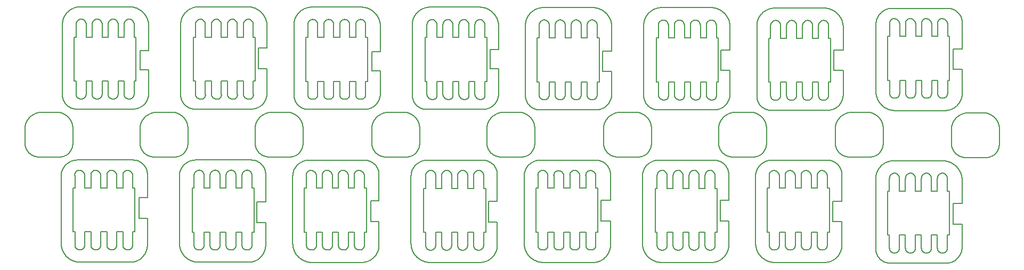
<source format=gbr>
G04 EAGLE Gerber RS-274X export*
G75*
%MOMM*%
%FSLAX34Y34*%
%LPD*%
%INStiffener_Bot*%
%IPPOS*%
%AMOC8*
5,1,8,0,0,1.08239X$1,22.5*%
G01*
%ADD10C,0.152400*%


D10*
X522415Y245047D02*
X519240Y245047D01*
X503365Y245047D02*
X493840Y245047D01*
X477965Y245047D02*
X468440Y245047D01*
X452565Y245047D02*
X443040Y245047D01*
X427165Y245047D02*
X423990Y245047D01*
X423990Y314897D01*
X427165Y314897D01*
X443040Y314897D02*
X452565Y314897D01*
X468440Y314897D02*
X477965Y314897D01*
X493840Y314897D02*
X503365Y314897D01*
X519240Y314897D02*
X522415Y314897D01*
X522415Y245047D01*
X519240Y335534D02*
X519238Y335726D01*
X519231Y335918D01*
X519219Y336109D01*
X519203Y336300D01*
X519182Y336491D01*
X519157Y336681D01*
X519127Y336870D01*
X519092Y337059D01*
X519053Y337247D01*
X519009Y337434D01*
X518961Y337619D01*
X518909Y337804D01*
X518851Y337987D01*
X518790Y338169D01*
X518724Y338349D01*
X518654Y338527D01*
X518579Y338704D01*
X518501Y338879D01*
X518418Y339052D01*
X518331Y339223D01*
X518240Y339392D01*
X518144Y339558D01*
X518045Y339722D01*
X517942Y339884D01*
X517835Y340043D01*
X517724Y340200D01*
X517609Y340354D01*
X517491Y340505D01*
X517369Y340653D01*
X517244Y340798D01*
X517115Y340940D01*
X516982Y341079D01*
X516847Y341214D01*
X516708Y341347D01*
X516566Y341476D01*
X516421Y341601D01*
X516273Y341723D01*
X516122Y341841D01*
X515968Y341956D01*
X515811Y342067D01*
X515652Y342174D01*
X515490Y342277D01*
X515326Y342376D01*
X515160Y342472D01*
X514991Y342563D01*
X514820Y342650D01*
X514647Y342733D01*
X514472Y342811D01*
X514295Y342886D01*
X514117Y342956D01*
X513937Y343022D01*
X513755Y343083D01*
X513572Y343141D01*
X513387Y343193D01*
X513202Y343241D01*
X513015Y343285D01*
X512827Y343324D01*
X512638Y343359D01*
X512449Y343389D01*
X512259Y343414D01*
X512068Y343435D01*
X511877Y343451D01*
X511686Y343463D01*
X511494Y343470D01*
X511302Y343472D01*
X519240Y335534D02*
X519240Y314897D01*
X503364Y335534D02*
X503366Y335726D01*
X503373Y335918D01*
X503385Y336109D01*
X503401Y336300D01*
X503422Y336491D01*
X503447Y336681D01*
X503477Y336870D01*
X503512Y337059D01*
X503551Y337247D01*
X503595Y337434D01*
X503643Y337619D01*
X503695Y337804D01*
X503753Y337987D01*
X503814Y338169D01*
X503880Y338349D01*
X503950Y338527D01*
X504025Y338704D01*
X504103Y338879D01*
X504186Y339052D01*
X504273Y339223D01*
X504364Y339392D01*
X504460Y339558D01*
X504559Y339722D01*
X504662Y339884D01*
X504769Y340043D01*
X504880Y340200D01*
X504995Y340354D01*
X505113Y340505D01*
X505235Y340653D01*
X505360Y340798D01*
X505489Y340940D01*
X505622Y341079D01*
X505757Y341214D01*
X505896Y341347D01*
X506038Y341476D01*
X506183Y341601D01*
X506331Y341723D01*
X506482Y341841D01*
X506636Y341956D01*
X506793Y342067D01*
X506952Y342174D01*
X507114Y342277D01*
X507278Y342376D01*
X507444Y342472D01*
X507613Y342563D01*
X507784Y342650D01*
X507957Y342733D01*
X508132Y342811D01*
X508309Y342886D01*
X508487Y342956D01*
X508667Y343022D01*
X508849Y343083D01*
X509032Y343141D01*
X509217Y343193D01*
X509402Y343241D01*
X509589Y343285D01*
X509777Y343324D01*
X509966Y343359D01*
X510155Y343389D01*
X510345Y343414D01*
X510536Y343435D01*
X510727Y343451D01*
X510918Y343463D01*
X511110Y343470D01*
X511302Y343472D01*
X503365Y335534D02*
X503365Y314897D01*
X493840Y335534D02*
X493838Y335726D01*
X493831Y335918D01*
X493819Y336109D01*
X493803Y336300D01*
X493782Y336491D01*
X493757Y336681D01*
X493727Y336870D01*
X493692Y337059D01*
X493653Y337247D01*
X493609Y337434D01*
X493561Y337619D01*
X493509Y337804D01*
X493451Y337987D01*
X493390Y338169D01*
X493324Y338349D01*
X493254Y338527D01*
X493179Y338704D01*
X493101Y338879D01*
X493018Y339052D01*
X492931Y339223D01*
X492840Y339392D01*
X492744Y339558D01*
X492645Y339722D01*
X492542Y339884D01*
X492435Y340043D01*
X492324Y340200D01*
X492209Y340354D01*
X492091Y340505D01*
X491969Y340653D01*
X491844Y340798D01*
X491715Y340940D01*
X491582Y341079D01*
X491447Y341214D01*
X491308Y341347D01*
X491166Y341476D01*
X491021Y341601D01*
X490873Y341723D01*
X490722Y341841D01*
X490568Y341956D01*
X490411Y342067D01*
X490252Y342174D01*
X490090Y342277D01*
X489926Y342376D01*
X489760Y342472D01*
X489591Y342563D01*
X489420Y342650D01*
X489247Y342733D01*
X489072Y342811D01*
X488895Y342886D01*
X488717Y342956D01*
X488537Y343022D01*
X488355Y343083D01*
X488172Y343141D01*
X487987Y343193D01*
X487802Y343241D01*
X487615Y343285D01*
X487427Y343324D01*
X487238Y343359D01*
X487049Y343389D01*
X486859Y343414D01*
X486668Y343435D01*
X486477Y343451D01*
X486286Y343463D01*
X486094Y343470D01*
X485902Y343472D01*
X493840Y335534D02*
X493840Y314897D01*
X477964Y335534D02*
X477966Y335726D01*
X477973Y335918D01*
X477985Y336109D01*
X478001Y336300D01*
X478022Y336491D01*
X478047Y336681D01*
X478077Y336870D01*
X478112Y337059D01*
X478151Y337247D01*
X478195Y337434D01*
X478243Y337619D01*
X478295Y337804D01*
X478353Y337987D01*
X478414Y338169D01*
X478480Y338349D01*
X478550Y338527D01*
X478625Y338704D01*
X478703Y338879D01*
X478786Y339052D01*
X478873Y339223D01*
X478964Y339392D01*
X479060Y339558D01*
X479159Y339722D01*
X479262Y339884D01*
X479369Y340043D01*
X479480Y340200D01*
X479595Y340354D01*
X479713Y340505D01*
X479835Y340653D01*
X479960Y340798D01*
X480089Y340940D01*
X480222Y341079D01*
X480357Y341214D01*
X480496Y341347D01*
X480638Y341476D01*
X480783Y341601D01*
X480931Y341723D01*
X481082Y341841D01*
X481236Y341956D01*
X481393Y342067D01*
X481552Y342174D01*
X481714Y342277D01*
X481878Y342376D01*
X482044Y342472D01*
X482213Y342563D01*
X482384Y342650D01*
X482557Y342733D01*
X482732Y342811D01*
X482909Y342886D01*
X483087Y342956D01*
X483267Y343022D01*
X483449Y343083D01*
X483632Y343141D01*
X483817Y343193D01*
X484002Y343241D01*
X484189Y343285D01*
X484377Y343324D01*
X484566Y343359D01*
X484755Y343389D01*
X484945Y343414D01*
X485136Y343435D01*
X485327Y343451D01*
X485518Y343463D01*
X485710Y343470D01*
X485902Y343472D01*
X477965Y335534D02*
X477965Y314897D01*
X468440Y335534D02*
X468438Y335726D01*
X468431Y335918D01*
X468419Y336109D01*
X468403Y336300D01*
X468382Y336491D01*
X468357Y336681D01*
X468327Y336870D01*
X468292Y337059D01*
X468253Y337247D01*
X468209Y337434D01*
X468161Y337619D01*
X468109Y337804D01*
X468051Y337987D01*
X467990Y338169D01*
X467924Y338349D01*
X467854Y338527D01*
X467779Y338704D01*
X467701Y338879D01*
X467618Y339052D01*
X467531Y339223D01*
X467440Y339392D01*
X467344Y339558D01*
X467245Y339722D01*
X467142Y339884D01*
X467035Y340043D01*
X466924Y340200D01*
X466809Y340354D01*
X466691Y340505D01*
X466569Y340653D01*
X466444Y340798D01*
X466315Y340940D01*
X466182Y341079D01*
X466047Y341214D01*
X465908Y341347D01*
X465766Y341476D01*
X465621Y341601D01*
X465473Y341723D01*
X465322Y341841D01*
X465168Y341956D01*
X465011Y342067D01*
X464852Y342174D01*
X464690Y342277D01*
X464526Y342376D01*
X464360Y342472D01*
X464191Y342563D01*
X464020Y342650D01*
X463847Y342733D01*
X463672Y342811D01*
X463495Y342886D01*
X463317Y342956D01*
X463137Y343022D01*
X462955Y343083D01*
X462772Y343141D01*
X462587Y343193D01*
X462402Y343241D01*
X462215Y343285D01*
X462027Y343324D01*
X461838Y343359D01*
X461649Y343389D01*
X461459Y343414D01*
X461268Y343435D01*
X461077Y343451D01*
X460886Y343463D01*
X460694Y343470D01*
X460502Y343472D01*
X468440Y335534D02*
X468440Y314897D01*
X452564Y335534D02*
X452566Y335726D01*
X452573Y335918D01*
X452585Y336109D01*
X452601Y336300D01*
X452622Y336491D01*
X452647Y336681D01*
X452677Y336870D01*
X452712Y337059D01*
X452751Y337247D01*
X452795Y337434D01*
X452843Y337619D01*
X452895Y337804D01*
X452953Y337987D01*
X453014Y338169D01*
X453080Y338349D01*
X453150Y338527D01*
X453225Y338704D01*
X453303Y338879D01*
X453386Y339052D01*
X453473Y339223D01*
X453564Y339392D01*
X453660Y339558D01*
X453759Y339722D01*
X453862Y339884D01*
X453969Y340043D01*
X454080Y340200D01*
X454195Y340354D01*
X454313Y340505D01*
X454435Y340653D01*
X454560Y340798D01*
X454689Y340940D01*
X454822Y341079D01*
X454957Y341214D01*
X455096Y341347D01*
X455238Y341476D01*
X455383Y341601D01*
X455531Y341723D01*
X455682Y341841D01*
X455836Y341956D01*
X455993Y342067D01*
X456152Y342174D01*
X456314Y342277D01*
X456478Y342376D01*
X456644Y342472D01*
X456813Y342563D01*
X456984Y342650D01*
X457157Y342733D01*
X457332Y342811D01*
X457509Y342886D01*
X457687Y342956D01*
X457867Y343022D01*
X458049Y343083D01*
X458232Y343141D01*
X458417Y343193D01*
X458602Y343241D01*
X458789Y343285D01*
X458977Y343324D01*
X459166Y343359D01*
X459355Y343389D01*
X459545Y343414D01*
X459736Y343435D01*
X459927Y343451D01*
X460118Y343463D01*
X460310Y343470D01*
X460502Y343472D01*
X452565Y335534D02*
X452565Y314897D01*
X443040Y335534D02*
X443038Y335726D01*
X443031Y335918D01*
X443019Y336109D01*
X443003Y336300D01*
X442982Y336491D01*
X442957Y336681D01*
X442927Y336870D01*
X442892Y337059D01*
X442853Y337247D01*
X442809Y337434D01*
X442761Y337619D01*
X442709Y337804D01*
X442651Y337987D01*
X442590Y338169D01*
X442524Y338349D01*
X442454Y338527D01*
X442379Y338704D01*
X442301Y338879D01*
X442218Y339052D01*
X442131Y339223D01*
X442040Y339392D01*
X441944Y339558D01*
X441845Y339722D01*
X441742Y339884D01*
X441635Y340043D01*
X441524Y340200D01*
X441409Y340354D01*
X441291Y340505D01*
X441169Y340653D01*
X441044Y340798D01*
X440915Y340940D01*
X440782Y341079D01*
X440647Y341214D01*
X440508Y341347D01*
X440366Y341476D01*
X440221Y341601D01*
X440073Y341723D01*
X439922Y341841D01*
X439768Y341956D01*
X439611Y342067D01*
X439452Y342174D01*
X439290Y342277D01*
X439126Y342376D01*
X438960Y342472D01*
X438791Y342563D01*
X438620Y342650D01*
X438447Y342733D01*
X438272Y342811D01*
X438095Y342886D01*
X437917Y342956D01*
X437737Y343022D01*
X437555Y343083D01*
X437372Y343141D01*
X437187Y343193D01*
X437002Y343241D01*
X436815Y343285D01*
X436627Y343324D01*
X436438Y343359D01*
X436249Y343389D01*
X436059Y343414D01*
X435868Y343435D01*
X435677Y343451D01*
X435486Y343463D01*
X435294Y343470D01*
X435102Y343472D01*
X443040Y335534D02*
X443040Y314897D01*
X427164Y335534D02*
X427166Y335726D01*
X427173Y335918D01*
X427185Y336109D01*
X427201Y336300D01*
X427222Y336491D01*
X427247Y336681D01*
X427277Y336870D01*
X427312Y337059D01*
X427351Y337247D01*
X427395Y337434D01*
X427443Y337619D01*
X427495Y337804D01*
X427553Y337987D01*
X427614Y338169D01*
X427680Y338349D01*
X427750Y338527D01*
X427825Y338704D01*
X427903Y338879D01*
X427986Y339052D01*
X428073Y339223D01*
X428164Y339392D01*
X428260Y339558D01*
X428359Y339722D01*
X428462Y339884D01*
X428569Y340043D01*
X428680Y340200D01*
X428795Y340354D01*
X428913Y340505D01*
X429035Y340653D01*
X429160Y340798D01*
X429289Y340940D01*
X429422Y341079D01*
X429557Y341214D01*
X429696Y341347D01*
X429838Y341476D01*
X429983Y341601D01*
X430131Y341723D01*
X430282Y341841D01*
X430436Y341956D01*
X430593Y342067D01*
X430752Y342174D01*
X430914Y342277D01*
X431078Y342376D01*
X431244Y342472D01*
X431413Y342563D01*
X431584Y342650D01*
X431757Y342733D01*
X431932Y342811D01*
X432109Y342886D01*
X432287Y342956D01*
X432467Y343022D01*
X432649Y343083D01*
X432832Y343141D01*
X433017Y343193D01*
X433202Y343241D01*
X433389Y343285D01*
X433577Y343324D01*
X433766Y343359D01*
X433955Y343389D01*
X434145Y343414D01*
X434336Y343435D01*
X434527Y343451D01*
X434718Y343463D01*
X434910Y343470D01*
X435102Y343472D01*
X427165Y335534D02*
X427165Y314897D01*
X427165Y224409D02*
X427195Y224190D01*
X427230Y223972D01*
X427271Y223754D01*
X427317Y223538D01*
X427369Y223323D01*
X427425Y223109D01*
X427487Y222897D01*
X427553Y222686D01*
X427625Y222477D01*
X427702Y222269D01*
X427784Y222064D01*
X427871Y221860D01*
X427962Y221659D01*
X428059Y221460D01*
X428160Y221263D01*
X428266Y221069D01*
X428377Y220878D01*
X428492Y220689D01*
X428612Y220503D01*
X428736Y220320D01*
X428865Y220140D01*
X428997Y219963D01*
X429135Y219790D01*
X429276Y219620D01*
X429421Y219453D01*
X429571Y219290D01*
X429724Y219131D01*
X429881Y218975D01*
X430042Y218823D01*
X430206Y218675D01*
X430374Y218531D01*
X430545Y218391D01*
X430720Y218256D01*
X430898Y218124D01*
X431079Y217997D01*
X431263Y217875D01*
X431450Y217757D01*
X431640Y217643D01*
X431832Y217534D01*
X432027Y217430D01*
X432225Y217330D01*
X432425Y217235D01*
X432627Y217146D01*
X432831Y217061D01*
X433037Y216981D01*
X433245Y216906D01*
X433455Y216836D01*
X433667Y216771D01*
X433879Y216711D01*
X434094Y216656D01*
X434309Y216607D01*
X434526Y216563D01*
X434744Y216524D01*
X434962Y216490D01*
X435182Y216462D01*
X435402Y216439D01*
X435622Y216421D01*
X435843Y216409D01*
X436064Y216402D01*
X436285Y216400D01*
X436506Y216404D01*
X436727Y216413D01*
X436948Y216427D01*
X437168Y216447D01*
X437388Y216472D01*
X427165Y224409D02*
X427165Y245047D01*
X443040Y224409D02*
X443065Y224244D01*
X443087Y224079D01*
X443104Y223914D01*
X443118Y223748D01*
X443128Y223582D01*
X443133Y223415D01*
X443135Y223249D01*
X443133Y223082D01*
X443126Y222916D01*
X443116Y222750D01*
X443101Y222584D01*
X443083Y222418D01*
X443060Y222253D01*
X443034Y222089D01*
X443003Y221925D01*
X442969Y221762D01*
X442931Y221600D01*
X442888Y221439D01*
X442842Y221279D01*
X442792Y221121D01*
X442739Y220963D01*
X442681Y220807D01*
X442620Y220652D01*
X442555Y220499D01*
X442486Y220347D01*
X442414Y220197D01*
X442338Y220049D01*
X442258Y219903D01*
X442175Y219758D01*
X442089Y219616D01*
X441999Y219476D01*
X441906Y219338D01*
X441809Y219202D01*
X441709Y219069D01*
X441606Y218938D01*
X441500Y218810D01*
X441391Y218684D01*
X441279Y218561D01*
X441163Y218441D01*
X441045Y218324D01*
X440925Y218209D01*
X440801Y218097D01*
X440675Y217989D01*
X440546Y217883D01*
X440415Y217781D01*
X440281Y217682D01*
X440145Y217586D01*
X440006Y217493D01*
X439866Y217404D01*
X439723Y217318D01*
X439578Y217236D01*
X439432Y217157D01*
X439283Y217082D01*
X439133Y217010D01*
X438981Y216942D01*
X438827Y216878D01*
X438672Y216818D01*
X438516Y216761D01*
X438358Y216708D01*
X438199Y216659D01*
X438038Y216614D01*
X437877Y216572D01*
X437715Y216535D01*
X437552Y216501D01*
X437388Y216471D01*
X443040Y224409D02*
X443040Y245047D01*
X452565Y224409D02*
X452595Y224190D01*
X452630Y223972D01*
X452671Y223754D01*
X452717Y223538D01*
X452769Y223323D01*
X452825Y223109D01*
X452887Y222897D01*
X452953Y222686D01*
X453025Y222477D01*
X453102Y222269D01*
X453184Y222064D01*
X453271Y221860D01*
X453362Y221659D01*
X453459Y221460D01*
X453560Y221263D01*
X453666Y221069D01*
X453777Y220878D01*
X453892Y220689D01*
X454012Y220503D01*
X454136Y220320D01*
X454265Y220140D01*
X454397Y219963D01*
X454535Y219790D01*
X454676Y219620D01*
X454821Y219453D01*
X454971Y219290D01*
X455124Y219131D01*
X455281Y218975D01*
X455442Y218823D01*
X455606Y218675D01*
X455774Y218531D01*
X455945Y218391D01*
X456120Y218256D01*
X456298Y218124D01*
X456479Y217997D01*
X456663Y217875D01*
X456850Y217757D01*
X457040Y217643D01*
X457232Y217534D01*
X457427Y217430D01*
X457625Y217330D01*
X457825Y217235D01*
X458027Y217146D01*
X458231Y217061D01*
X458437Y216981D01*
X458645Y216906D01*
X458855Y216836D01*
X459067Y216771D01*
X459279Y216711D01*
X459494Y216656D01*
X459709Y216607D01*
X459926Y216563D01*
X460144Y216524D01*
X460362Y216490D01*
X460582Y216462D01*
X460802Y216439D01*
X461022Y216421D01*
X461243Y216409D01*
X461464Y216402D01*
X461685Y216400D01*
X461906Y216404D01*
X462127Y216413D01*
X462348Y216427D01*
X462568Y216447D01*
X462788Y216472D01*
X452565Y224409D02*
X452565Y245047D01*
X468440Y224409D02*
X468465Y224244D01*
X468487Y224079D01*
X468504Y223914D01*
X468518Y223748D01*
X468528Y223582D01*
X468533Y223415D01*
X468535Y223249D01*
X468533Y223082D01*
X468526Y222916D01*
X468516Y222750D01*
X468501Y222584D01*
X468483Y222418D01*
X468460Y222253D01*
X468434Y222089D01*
X468403Y221925D01*
X468369Y221762D01*
X468331Y221600D01*
X468288Y221439D01*
X468242Y221279D01*
X468192Y221121D01*
X468139Y220963D01*
X468081Y220807D01*
X468020Y220652D01*
X467955Y220499D01*
X467886Y220347D01*
X467814Y220197D01*
X467738Y220049D01*
X467658Y219903D01*
X467575Y219758D01*
X467489Y219616D01*
X467399Y219476D01*
X467306Y219338D01*
X467209Y219202D01*
X467109Y219069D01*
X467006Y218938D01*
X466900Y218810D01*
X466791Y218684D01*
X466679Y218561D01*
X466563Y218441D01*
X466445Y218324D01*
X466325Y218209D01*
X466201Y218097D01*
X466075Y217989D01*
X465946Y217883D01*
X465815Y217781D01*
X465681Y217682D01*
X465545Y217586D01*
X465406Y217493D01*
X465266Y217404D01*
X465123Y217318D01*
X464978Y217236D01*
X464832Y217157D01*
X464683Y217082D01*
X464533Y217010D01*
X464381Y216942D01*
X464227Y216878D01*
X464072Y216818D01*
X463916Y216761D01*
X463758Y216708D01*
X463599Y216659D01*
X463438Y216614D01*
X463277Y216572D01*
X463115Y216535D01*
X462952Y216501D01*
X462788Y216471D01*
X468440Y224409D02*
X468440Y245047D01*
X477965Y224409D02*
X477995Y224190D01*
X478030Y223972D01*
X478071Y223754D01*
X478117Y223538D01*
X478169Y223323D01*
X478225Y223109D01*
X478287Y222897D01*
X478353Y222686D01*
X478425Y222477D01*
X478502Y222269D01*
X478584Y222064D01*
X478671Y221860D01*
X478762Y221659D01*
X478859Y221460D01*
X478960Y221263D01*
X479066Y221069D01*
X479177Y220878D01*
X479292Y220689D01*
X479412Y220503D01*
X479536Y220320D01*
X479665Y220140D01*
X479797Y219963D01*
X479935Y219790D01*
X480076Y219620D01*
X480221Y219453D01*
X480371Y219290D01*
X480524Y219131D01*
X480681Y218975D01*
X480842Y218823D01*
X481006Y218675D01*
X481174Y218531D01*
X481345Y218391D01*
X481520Y218256D01*
X481698Y218124D01*
X481879Y217997D01*
X482063Y217875D01*
X482250Y217757D01*
X482440Y217643D01*
X482632Y217534D01*
X482827Y217430D01*
X483025Y217330D01*
X483225Y217235D01*
X483427Y217146D01*
X483631Y217061D01*
X483837Y216981D01*
X484045Y216906D01*
X484255Y216836D01*
X484467Y216771D01*
X484679Y216711D01*
X484894Y216656D01*
X485109Y216607D01*
X485326Y216563D01*
X485544Y216524D01*
X485762Y216490D01*
X485982Y216462D01*
X486202Y216439D01*
X486422Y216421D01*
X486643Y216409D01*
X486864Y216402D01*
X487085Y216400D01*
X487306Y216404D01*
X487527Y216413D01*
X487748Y216427D01*
X487968Y216447D01*
X488188Y216472D01*
X477965Y224409D02*
X477965Y245047D01*
X493840Y224409D02*
X493865Y224244D01*
X493887Y224079D01*
X493904Y223914D01*
X493918Y223748D01*
X493928Y223582D01*
X493933Y223415D01*
X493935Y223249D01*
X493933Y223082D01*
X493926Y222916D01*
X493916Y222750D01*
X493901Y222584D01*
X493883Y222418D01*
X493860Y222253D01*
X493834Y222089D01*
X493803Y221925D01*
X493769Y221762D01*
X493731Y221600D01*
X493688Y221439D01*
X493642Y221279D01*
X493592Y221121D01*
X493539Y220963D01*
X493481Y220807D01*
X493420Y220652D01*
X493355Y220499D01*
X493286Y220347D01*
X493214Y220197D01*
X493138Y220049D01*
X493058Y219903D01*
X492975Y219758D01*
X492889Y219616D01*
X492799Y219476D01*
X492706Y219338D01*
X492609Y219202D01*
X492509Y219069D01*
X492406Y218938D01*
X492300Y218810D01*
X492191Y218684D01*
X492079Y218561D01*
X491963Y218441D01*
X491845Y218324D01*
X491725Y218209D01*
X491601Y218097D01*
X491475Y217989D01*
X491346Y217883D01*
X491215Y217781D01*
X491081Y217682D01*
X490945Y217586D01*
X490806Y217493D01*
X490666Y217404D01*
X490523Y217318D01*
X490378Y217236D01*
X490232Y217157D01*
X490083Y217082D01*
X489933Y217010D01*
X489781Y216942D01*
X489627Y216878D01*
X489472Y216818D01*
X489316Y216761D01*
X489158Y216708D01*
X488999Y216659D01*
X488838Y216614D01*
X488677Y216572D01*
X488515Y216535D01*
X488352Y216501D01*
X488188Y216471D01*
X493840Y224409D02*
X493840Y245047D01*
X503365Y224409D02*
X503395Y224190D01*
X503430Y223972D01*
X503471Y223754D01*
X503517Y223538D01*
X503569Y223323D01*
X503625Y223109D01*
X503687Y222897D01*
X503753Y222686D01*
X503825Y222477D01*
X503902Y222269D01*
X503984Y222064D01*
X504071Y221860D01*
X504162Y221659D01*
X504259Y221460D01*
X504360Y221263D01*
X504466Y221069D01*
X504577Y220878D01*
X504692Y220689D01*
X504812Y220503D01*
X504936Y220320D01*
X505065Y220140D01*
X505197Y219963D01*
X505335Y219790D01*
X505476Y219620D01*
X505621Y219453D01*
X505771Y219290D01*
X505924Y219131D01*
X506081Y218975D01*
X506242Y218823D01*
X506406Y218675D01*
X506574Y218531D01*
X506745Y218391D01*
X506920Y218256D01*
X507098Y218124D01*
X507279Y217997D01*
X507463Y217875D01*
X507650Y217757D01*
X507840Y217643D01*
X508032Y217534D01*
X508227Y217430D01*
X508425Y217330D01*
X508625Y217235D01*
X508827Y217146D01*
X509031Y217061D01*
X509237Y216981D01*
X509445Y216906D01*
X509655Y216836D01*
X509867Y216771D01*
X510079Y216711D01*
X510294Y216656D01*
X510509Y216607D01*
X510726Y216563D01*
X510944Y216524D01*
X511162Y216490D01*
X511382Y216462D01*
X511602Y216439D01*
X511822Y216421D01*
X512043Y216409D01*
X512264Y216402D01*
X512485Y216400D01*
X512706Y216404D01*
X512927Y216413D01*
X513148Y216427D01*
X513368Y216447D01*
X513588Y216472D01*
X503365Y224409D02*
X503365Y245047D01*
X519240Y224409D02*
X519265Y224244D01*
X519287Y224079D01*
X519304Y223914D01*
X519318Y223748D01*
X519328Y223582D01*
X519333Y223415D01*
X519335Y223249D01*
X519333Y223082D01*
X519326Y222916D01*
X519316Y222750D01*
X519301Y222584D01*
X519283Y222418D01*
X519260Y222253D01*
X519234Y222089D01*
X519203Y221925D01*
X519169Y221762D01*
X519131Y221600D01*
X519088Y221439D01*
X519042Y221279D01*
X518992Y221121D01*
X518939Y220963D01*
X518881Y220807D01*
X518820Y220652D01*
X518755Y220499D01*
X518686Y220347D01*
X518614Y220197D01*
X518538Y220049D01*
X518458Y219903D01*
X518375Y219758D01*
X518289Y219616D01*
X518199Y219476D01*
X518106Y219338D01*
X518009Y219202D01*
X517909Y219069D01*
X517806Y218938D01*
X517700Y218810D01*
X517591Y218684D01*
X517479Y218561D01*
X517363Y218441D01*
X517245Y218324D01*
X517125Y218209D01*
X517001Y218097D01*
X516875Y217989D01*
X516746Y217883D01*
X516615Y217781D01*
X516481Y217682D01*
X516345Y217586D01*
X516206Y217493D01*
X516066Y217404D01*
X515923Y217318D01*
X515778Y217236D01*
X515632Y217157D01*
X515483Y217082D01*
X515333Y217010D01*
X515181Y216942D01*
X515027Y216878D01*
X514872Y216818D01*
X514716Y216761D01*
X514558Y216708D01*
X514399Y216659D01*
X514238Y216614D01*
X514077Y216572D01*
X513915Y216535D01*
X513752Y216501D01*
X513588Y216471D01*
X519240Y224409D02*
X519240Y245047D01*
X332931Y245301D02*
X329756Y245301D01*
X313881Y245301D02*
X304356Y245301D01*
X288481Y245301D02*
X278956Y245301D01*
X263081Y245301D02*
X253556Y245301D01*
X237681Y245301D02*
X234506Y245301D01*
X234506Y315151D01*
X237681Y315151D01*
X253556Y315151D02*
X263081Y315151D01*
X278956Y315151D02*
X288481Y315151D01*
X304356Y315151D02*
X313881Y315151D01*
X329756Y315151D02*
X332931Y315151D01*
X332931Y245301D01*
X329756Y335788D02*
X329754Y335980D01*
X329747Y336172D01*
X329735Y336363D01*
X329719Y336554D01*
X329698Y336745D01*
X329673Y336935D01*
X329643Y337124D01*
X329608Y337313D01*
X329569Y337501D01*
X329525Y337688D01*
X329477Y337873D01*
X329425Y338058D01*
X329367Y338241D01*
X329306Y338423D01*
X329240Y338603D01*
X329170Y338781D01*
X329095Y338958D01*
X329017Y339133D01*
X328934Y339306D01*
X328847Y339477D01*
X328756Y339646D01*
X328660Y339812D01*
X328561Y339976D01*
X328458Y340138D01*
X328351Y340297D01*
X328240Y340454D01*
X328125Y340608D01*
X328007Y340759D01*
X327885Y340907D01*
X327760Y341052D01*
X327631Y341194D01*
X327498Y341333D01*
X327363Y341468D01*
X327224Y341601D01*
X327082Y341730D01*
X326937Y341855D01*
X326789Y341977D01*
X326638Y342095D01*
X326484Y342210D01*
X326327Y342321D01*
X326168Y342428D01*
X326006Y342531D01*
X325842Y342630D01*
X325676Y342726D01*
X325507Y342817D01*
X325336Y342904D01*
X325163Y342987D01*
X324988Y343065D01*
X324811Y343140D01*
X324633Y343210D01*
X324453Y343276D01*
X324271Y343337D01*
X324088Y343395D01*
X323903Y343447D01*
X323718Y343495D01*
X323531Y343539D01*
X323343Y343578D01*
X323154Y343613D01*
X322965Y343643D01*
X322775Y343668D01*
X322584Y343689D01*
X322393Y343705D01*
X322202Y343717D01*
X322010Y343724D01*
X321818Y343726D01*
X329756Y335788D02*
X329756Y315151D01*
X313880Y335788D02*
X313882Y335980D01*
X313889Y336172D01*
X313901Y336363D01*
X313917Y336554D01*
X313938Y336745D01*
X313963Y336935D01*
X313993Y337124D01*
X314028Y337313D01*
X314067Y337501D01*
X314111Y337688D01*
X314159Y337873D01*
X314211Y338058D01*
X314269Y338241D01*
X314330Y338423D01*
X314396Y338603D01*
X314466Y338781D01*
X314541Y338958D01*
X314619Y339133D01*
X314702Y339306D01*
X314789Y339477D01*
X314880Y339646D01*
X314976Y339812D01*
X315075Y339976D01*
X315178Y340138D01*
X315285Y340297D01*
X315396Y340454D01*
X315511Y340608D01*
X315629Y340759D01*
X315751Y340907D01*
X315876Y341052D01*
X316005Y341194D01*
X316138Y341333D01*
X316273Y341468D01*
X316412Y341601D01*
X316554Y341730D01*
X316699Y341855D01*
X316847Y341977D01*
X316998Y342095D01*
X317152Y342210D01*
X317309Y342321D01*
X317468Y342428D01*
X317630Y342531D01*
X317794Y342630D01*
X317960Y342726D01*
X318129Y342817D01*
X318300Y342904D01*
X318473Y342987D01*
X318648Y343065D01*
X318825Y343140D01*
X319003Y343210D01*
X319183Y343276D01*
X319365Y343337D01*
X319548Y343395D01*
X319733Y343447D01*
X319918Y343495D01*
X320105Y343539D01*
X320293Y343578D01*
X320482Y343613D01*
X320671Y343643D01*
X320861Y343668D01*
X321052Y343689D01*
X321243Y343705D01*
X321434Y343717D01*
X321626Y343724D01*
X321818Y343726D01*
X313881Y335788D02*
X313881Y315151D01*
X304356Y335788D02*
X304354Y335980D01*
X304347Y336172D01*
X304335Y336363D01*
X304319Y336554D01*
X304298Y336745D01*
X304273Y336935D01*
X304243Y337124D01*
X304208Y337313D01*
X304169Y337501D01*
X304125Y337688D01*
X304077Y337873D01*
X304025Y338058D01*
X303967Y338241D01*
X303906Y338423D01*
X303840Y338603D01*
X303770Y338781D01*
X303695Y338958D01*
X303617Y339133D01*
X303534Y339306D01*
X303447Y339477D01*
X303356Y339646D01*
X303260Y339812D01*
X303161Y339976D01*
X303058Y340138D01*
X302951Y340297D01*
X302840Y340454D01*
X302725Y340608D01*
X302607Y340759D01*
X302485Y340907D01*
X302360Y341052D01*
X302231Y341194D01*
X302098Y341333D01*
X301963Y341468D01*
X301824Y341601D01*
X301682Y341730D01*
X301537Y341855D01*
X301389Y341977D01*
X301238Y342095D01*
X301084Y342210D01*
X300927Y342321D01*
X300768Y342428D01*
X300606Y342531D01*
X300442Y342630D01*
X300276Y342726D01*
X300107Y342817D01*
X299936Y342904D01*
X299763Y342987D01*
X299588Y343065D01*
X299411Y343140D01*
X299233Y343210D01*
X299053Y343276D01*
X298871Y343337D01*
X298688Y343395D01*
X298503Y343447D01*
X298318Y343495D01*
X298131Y343539D01*
X297943Y343578D01*
X297754Y343613D01*
X297565Y343643D01*
X297375Y343668D01*
X297184Y343689D01*
X296993Y343705D01*
X296802Y343717D01*
X296610Y343724D01*
X296418Y343726D01*
X304356Y335788D02*
X304356Y315151D01*
X288480Y335788D02*
X288482Y335980D01*
X288489Y336172D01*
X288501Y336363D01*
X288517Y336554D01*
X288538Y336745D01*
X288563Y336935D01*
X288593Y337124D01*
X288628Y337313D01*
X288667Y337501D01*
X288711Y337688D01*
X288759Y337873D01*
X288811Y338058D01*
X288869Y338241D01*
X288930Y338423D01*
X288996Y338603D01*
X289066Y338781D01*
X289141Y338958D01*
X289219Y339133D01*
X289302Y339306D01*
X289389Y339477D01*
X289480Y339646D01*
X289576Y339812D01*
X289675Y339976D01*
X289778Y340138D01*
X289885Y340297D01*
X289996Y340454D01*
X290111Y340608D01*
X290229Y340759D01*
X290351Y340907D01*
X290476Y341052D01*
X290605Y341194D01*
X290738Y341333D01*
X290873Y341468D01*
X291012Y341601D01*
X291154Y341730D01*
X291299Y341855D01*
X291447Y341977D01*
X291598Y342095D01*
X291752Y342210D01*
X291909Y342321D01*
X292068Y342428D01*
X292230Y342531D01*
X292394Y342630D01*
X292560Y342726D01*
X292729Y342817D01*
X292900Y342904D01*
X293073Y342987D01*
X293248Y343065D01*
X293425Y343140D01*
X293603Y343210D01*
X293783Y343276D01*
X293965Y343337D01*
X294148Y343395D01*
X294333Y343447D01*
X294518Y343495D01*
X294705Y343539D01*
X294893Y343578D01*
X295082Y343613D01*
X295271Y343643D01*
X295461Y343668D01*
X295652Y343689D01*
X295843Y343705D01*
X296034Y343717D01*
X296226Y343724D01*
X296418Y343726D01*
X288481Y335788D02*
X288481Y315151D01*
X278956Y335788D02*
X278954Y335980D01*
X278947Y336172D01*
X278935Y336363D01*
X278919Y336554D01*
X278898Y336745D01*
X278873Y336935D01*
X278843Y337124D01*
X278808Y337313D01*
X278769Y337501D01*
X278725Y337688D01*
X278677Y337873D01*
X278625Y338058D01*
X278567Y338241D01*
X278506Y338423D01*
X278440Y338603D01*
X278370Y338781D01*
X278295Y338958D01*
X278217Y339133D01*
X278134Y339306D01*
X278047Y339477D01*
X277956Y339646D01*
X277860Y339812D01*
X277761Y339976D01*
X277658Y340138D01*
X277551Y340297D01*
X277440Y340454D01*
X277325Y340608D01*
X277207Y340759D01*
X277085Y340907D01*
X276960Y341052D01*
X276831Y341194D01*
X276698Y341333D01*
X276563Y341468D01*
X276424Y341601D01*
X276282Y341730D01*
X276137Y341855D01*
X275989Y341977D01*
X275838Y342095D01*
X275684Y342210D01*
X275527Y342321D01*
X275368Y342428D01*
X275206Y342531D01*
X275042Y342630D01*
X274876Y342726D01*
X274707Y342817D01*
X274536Y342904D01*
X274363Y342987D01*
X274188Y343065D01*
X274011Y343140D01*
X273833Y343210D01*
X273653Y343276D01*
X273471Y343337D01*
X273288Y343395D01*
X273103Y343447D01*
X272918Y343495D01*
X272731Y343539D01*
X272543Y343578D01*
X272354Y343613D01*
X272165Y343643D01*
X271975Y343668D01*
X271784Y343689D01*
X271593Y343705D01*
X271402Y343717D01*
X271210Y343724D01*
X271018Y343726D01*
X278956Y335788D02*
X278956Y315151D01*
X263080Y335788D02*
X263082Y335980D01*
X263089Y336172D01*
X263101Y336363D01*
X263117Y336554D01*
X263138Y336745D01*
X263163Y336935D01*
X263193Y337124D01*
X263228Y337313D01*
X263267Y337501D01*
X263311Y337688D01*
X263359Y337873D01*
X263411Y338058D01*
X263469Y338241D01*
X263530Y338423D01*
X263596Y338603D01*
X263666Y338781D01*
X263741Y338958D01*
X263819Y339133D01*
X263902Y339306D01*
X263989Y339477D01*
X264080Y339646D01*
X264176Y339812D01*
X264275Y339976D01*
X264378Y340138D01*
X264485Y340297D01*
X264596Y340454D01*
X264711Y340608D01*
X264829Y340759D01*
X264951Y340907D01*
X265076Y341052D01*
X265205Y341194D01*
X265338Y341333D01*
X265473Y341468D01*
X265612Y341601D01*
X265754Y341730D01*
X265899Y341855D01*
X266047Y341977D01*
X266198Y342095D01*
X266352Y342210D01*
X266509Y342321D01*
X266668Y342428D01*
X266830Y342531D01*
X266994Y342630D01*
X267160Y342726D01*
X267329Y342817D01*
X267500Y342904D01*
X267673Y342987D01*
X267848Y343065D01*
X268025Y343140D01*
X268203Y343210D01*
X268383Y343276D01*
X268565Y343337D01*
X268748Y343395D01*
X268933Y343447D01*
X269118Y343495D01*
X269305Y343539D01*
X269493Y343578D01*
X269682Y343613D01*
X269871Y343643D01*
X270061Y343668D01*
X270252Y343689D01*
X270443Y343705D01*
X270634Y343717D01*
X270826Y343724D01*
X271018Y343726D01*
X263081Y335788D02*
X263081Y315151D01*
X253556Y335788D02*
X253554Y335980D01*
X253547Y336172D01*
X253535Y336363D01*
X253519Y336554D01*
X253498Y336745D01*
X253473Y336935D01*
X253443Y337124D01*
X253408Y337313D01*
X253369Y337501D01*
X253325Y337688D01*
X253277Y337873D01*
X253225Y338058D01*
X253167Y338241D01*
X253106Y338423D01*
X253040Y338603D01*
X252970Y338781D01*
X252895Y338958D01*
X252817Y339133D01*
X252734Y339306D01*
X252647Y339477D01*
X252556Y339646D01*
X252460Y339812D01*
X252361Y339976D01*
X252258Y340138D01*
X252151Y340297D01*
X252040Y340454D01*
X251925Y340608D01*
X251807Y340759D01*
X251685Y340907D01*
X251560Y341052D01*
X251431Y341194D01*
X251298Y341333D01*
X251163Y341468D01*
X251024Y341601D01*
X250882Y341730D01*
X250737Y341855D01*
X250589Y341977D01*
X250438Y342095D01*
X250284Y342210D01*
X250127Y342321D01*
X249968Y342428D01*
X249806Y342531D01*
X249642Y342630D01*
X249476Y342726D01*
X249307Y342817D01*
X249136Y342904D01*
X248963Y342987D01*
X248788Y343065D01*
X248611Y343140D01*
X248433Y343210D01*
X248253Y343276D01*
X248071Y343337D01*
X247888Y343395D01*
X247703Y343447D01*
X247518Y343495D01*
X247331Y343539D01*
X247143Y343578D01*
X246954Y343613D01*
X246765Y343643D01*
X246575Y343668D01*
X246384Y343689D01*
X246193Y343705D01*
X246002Y343717D01*
X245810Y343724D01*
X245618Y343726D01*
X253556Y335788D02*
X253556Y315151D01*
X237680Y335788D02*
X237682Y335980D01*
X237689Y336172D01*
X237701Y336363D01*
X237717Y336554D01*
X237738Y336745D01*
X237763Y336935D01*
X237793Y337124D01*
X237828Y337313D01*
X237867Y337501D01*
X237911Y337688D01*
X237959Y337873D01*
X238011Y338058D01*
X238069Y338241D01*
X238130Y338423D01*
X238196Y338603D01*
X238266Y338781D01*
X238341Y338958D01*
X238419Y339133D01*
X238502Y339306D01*
X238589Y339477D01*
X238680Y339646D01*
X238776Y339812D01*
X238875Y339976D01*
X238978Y340138D01*
X239085Y340297D01*
X239196Y340454D01*
X239311Y340608D01*
X239429Y340759D01*
X239551Y340907D01*
X239676Y341052D01*
X239805Y341194D01*
X239938Y341333D01*
X240073Y341468D01*
X240212Y341601D01*
X240354Y341730D01*
X240499Y341855D01*
X240647Y341977D01*
X240798Y342095D01*
X240952Y342210D01*
X241109Y342321D01*
X241268Y342428D01*
X241430Y342531D01*
X241594Y342630D01*
X241760Y342726D01*
X241929Y342817D01*
X242100Y342904D01*
X242273Y342987D01*
X242448Y343065D01*
X242625Y343140D01*
X242803Y343210D01*
X242983Y343276D01*
X243165Y343337D01*
X243348Y343395D01*
X243533Y343447D01*
X243718Y343495D01*
X243905Y343539D01*
X244093Y343578D01*
X244282Y343613D01*
X244471Y343643D01*
X244661Y343668D01*
X244852Y343689D01*
X245043Y343705D01*
X245234Y343717D01*
X245426Y343724D01*
X245618Y343726D01*
X237681Y335788D02*
X237681Y315151D01*
X237680Y224663D02*
X237682Y224471D01*
X237689Y224279D01*
X237701Y224088D01*
X237717Y223897D01*
X237738Y223706D01*
X237763Y223516D01*
X237793Y223327D01*
X237828Y223138D01*
X237867Y222950D01*
X237911Y222763D01*
X237959Y222578D01*
X238011Y222393D01*
X238069Y222210D01*
X238130Y222028D01*
X238196Y221848D01*
X238266Y221670D01*
X238341Y221493D01*
X238419Y221318D01*
X238502Y221145D01*
X238589Y220974D01*
X238680Y220805D01*
X238776Y220639D01*
X238875Y220475D01*
X238978Y220313D01*
X239085Y220154D01*
X239196Y219997D01*
X239311Y219843D01*
X239429Y219692D01*
X239551Y219544D01*
X239676Y219399D01*
X239805Y219257D01*
X239938Y219118D01*
X240073Y218983D01*
X240212Y218850D01*
X240354Y218721D01*
X240499Y218596D01*
X240647Y218474D01*
X240798Y218356D01*
X240952Y218241D01*
X241109Y218130D01*
X241268Y218023D01*
X241430Y217920D01*
X241594Y217821D01*
X241760Y217725D01*
X241929Y217634D01*
X242100Y217547D01*
X242273Y217464D01*
X242448Y217386D01*
X242625Y217311D01*
X242803Y217241D01*
X242983Y217175D01*
X243165Y217114D01*
X243348Y217056D01*
X243533Y217004D01*
X243718Y216956D01*
X243905Y216912D01*
X244093Y216873D01*
X244282Y216838D01*
X244471Y216808D01*
X244661Y216783D01*
X244852Y216762D01*
X245043Y216746D01*
X245234Y216734D01*
X245426Y216727D01*
X245618Y216725D01*
X237681Y224663D02*
X237681Y245301D01*
X253556Y224663D02*
X253554Y224471D01*
X253547Y224279D01*
X253535Y224088D01*
X253519Y223897D01*
X253498Y223706D01*
X253473Y223516D01*
X253443Y223327D01*
X253408Y223138D01*
X253369Y222950D01*
X253325Y222763D01*
X253277Y222578D01*
X253225Y222393D01*
X253167Y222210D01*
X253106Y222028D01*
X253040Y221848D01*
X252970Y221670D01*
X252895Y221493D01*
X252817Y221318D01*
X252734Y221145D01*
X252647Y220974D01*
X252556Y220805D01*
X252460Y220639D01*
X252361Y220475D01*
X252258Y220313D01*
X252151Y220154D01*
X252040Y219997D01*
X251925Y219843D01*
X251807Y219692D01*
X251685Y219544D01*
X251560Y219399D01*
X251431Y219257D01*
X251298Y219118D01*
X251163Y218983D01*
X251024Y218850D01*
X250882Y218721D01*
X250737Y218596D01*
X250589Y218474D01*
X250438Y218356D01*
X250284Y218241D01*
X250127Y218130D01*
X249968Y218023D01*
X249806Y217920D01*
X249642Y217821D01*
X249476Y217725D01*
X249307Y217634D01*
X249136Y217547D01*
X248963Y217464D01*
X248788Y217386D01*
X248611Y217311D01*
X248433Y217241D01*
X248253Y217175D01*
X248071Y217114D01*
X247888Y217056D01*
X247703Y217004D01*
X247518Y216956D01*
X247331Y216912D01*
X247143Y216873D01*
X246954Y216838D01*
X246765Y216808D01*
X246575Y216783D01*
X246384Y216762D01*
X246193Y216746D01*
X246002Y216734D01*
X245810Y216727D01*
X245618Y216725D01*
X253556Y224663D02*
X253556Y245301D01*
X263080Y224663D02*
X263082Y224471D01*
X263089Y224279D01*
X263101Y224088D01*
X263117Y223897D01*
X263138Y223706D01*
X263163Y223516D01*
X263193Y223327D01*
X263228Y223138D01*
X263267Y222950D01*
X263311Y222763D01*
X263359Y222578D01*
X263411Y222393D01*
X263469Y222210D01*
X263530Y222028D01*
X263596Y221848D01*
X263666Y221670D01*
X263741Y221493D01*
X263819Y221318D01*
X263902Y221145D01*
X263989Y220974D01*
X264080Y220805D01*
X264176Y220639D01*
X264275Y220475D01*
X264378Y220313D01*
X264485Y220154D01*
X264596Y219997D01*
X264711Y219843D01*
X264829Y219692D01*
X264951Y219544D01*
X265076Y219399D01*
X265205Y219257D01*
X265338Y219118D01*
X265473Y218983D01*
X265612Y218850D01*
X265754Y218721D01*
X265899Y218596D01*
X266047Y218474D01*
X266198Y218356D01*
X266352Y218241D01*
X266509Y218130D01*
X266668Y218023D01*
X266830Y217920D01*
X266994Y217821D01*
X267160Y217725D01*
X267329Y217634D01*
X267500Y217547D01*
X267673Y217464D01*
X267848Y217386D01*
X268025Y217311D01*
X268203Y217241D01*
X268383Y217175D01*
X268565Y217114D01*
X268748Y217056D01*
X268933Y217004D01*
X269118Y216956D01*
X269305Y216912D01*
X269493Y216873D01*
X269682Y216838D01*
X269871Y216808D01*
X270061Y216783D01*
X270252Y216762D01*
X270443Y216746D01*
X270634Y216734D01*
X270826Y216727D01*
X271018Y216725D01*
X263081Y224663D02*
X263081Y245301D01*
X278956Y224663D02*
X278954Y224471D01*
X278947Y224279D01*
X278935Y224088D01*
X278919Y223897D01*
X278898Y223706D01*
X278873Y223516D01*
X278843Y223327D01*
X278808Y223138D01*
X278769Y222950D01*
X278725Y222763D01*
X278677Y222578D01*
X278625Y222393D01*
X278567Y222210D01*
X278506Y222028D01*
X278440Y221848D01*
X278370Y221670D01*
X278295Y221493D01*
X278217Y221318D01*
X278134Y221145D01*
X278047Y220974D01*
X277956Y220805D01*
X277860Y220639D01*
X277761Y220475D01*
X277658Y220313D01*
X277551Y220154D01*
X277440Y219997D01*
X277325Y219843D01*
X277207Y219692D01*
X277085Y219544D01*
X276960Y219399D01*
X276831Y219257D01*
X276698Y219118D01*
X276563Y218983D01*
X276424Y218850D01*
X276282Y218721D01*
X276137Y218596D01*
X275989Y218474D01*
X275838Y218356D01*
X275684Y218241D01*
X275527Y218130D01*
X275368Y218023D01*
X275206Y217920D01*
X275042Y217821D01*
X274876Y217725D01*
X274707Y217634D01*
X274536Y217547D01*
X274363Y217464D01*
X274188Y217386D01*
X274011Y217311D01*
X273833Y217241D01*
X273653Y217175D01*
X273471Y217114D01*
X273288Y217056D01*
X273103Y217004D01*
X272918Y216956D01*
X272731Y216912D01*
X272543Y216873D01*
X272354Y216838D01*
X272165Y216808D01*
X271975Y216783D01*
X271784Y216762D01*
X271593Y216746D01*
X271402Y216734D01*
X271210Y216727D01*
X271018Y216725D01*
X278956Y224663D02*
X278956Y245301D01*
X288480Y224663D02*
X288482Y224471D01*
X288489Y224279D01*
X288501Y224088D01*
X288517Y223897D01*
X288538Y223706D01*
X288563Y223516D01*
X288593Y223327D01*
X288628Y223138D01*
X288667Y222950D01*
X288711Y222763D01*
X288759Y222578D01*
X288811Y222393D01*
X288869Y222210D01*
X288930Y222028D01*
X288996Y221848D01*
X289066Y221670D01*
X289141Y221493D01*
X289219Y221318D01*
X289302Y221145D01*
X289389Y220974D01*
X289480Y220805D01*
X289576Y220639D01*
X289675Y220475D01*
X289778Y220313D01*
X289885Y220154D01*
X289996Y219997D01*
X290111Y219843D01*
X290229Y219692D01*
X290351Y219544D01*
X290476Y219399D01*
X290605Y219257D01*
X290738Y219118D01*
X290873Y218983D01*
X291012Y218850D01*
X291154Y218721D01*
X291299Y218596D01*
X291447Y218474D01*
X291598Y218356D01*
X291752Y218241D01*
X291909Y218130D01*
X292068Y218023D01*
X292230Y217920D01*
X292394Y217821D01*
X292560Y217725D01*
X292729Y217634D01*
X292900Y217547D01*
X293073Y217464D01*
X293248Y217386D01*
X293425Y217311D01*
X293603Y217241D01*
X293783Y217175D01*
X293965Y217114D01*
X294148Y217056D01*
X294333Y217004D01*
X294518Y216956D01*
X294705Y216912D01*
X294893Y216873D01*
X295082Y216838D01*
X295271Y216808D01*
X295461Y216783D01*
X295652Y216762D01*
X295843Y216746D01*
X296034Y216734D01*
X296226Y216727D01*
X296418Y216725D01*
X288481Y224663D02*
X288481Y245301D01*
X304356Y224663D02*
X304354Y224471D01*
X304347Y224279D01*
X304335Y224088D01*
X304319Y223897D01*
X304298Y223706D01*
X304273Y223516D01*
X304243Y223327D01*
X304208Y223138D01*
X304169Y222950D01*
X304125Y222763D01*
X304077Y222578D01*
X304025Y222393D01*
X303967Y222210D01*
X303906Y222028D01*
X303840Y221848D01*
X303770Y221670D01*
X303695Y221493D01*
X303617Y221318D01*
X303534Y221145D01*
X303447Y220974D01*
X303356Y220805D01*
X303260Y220639D01*
X303161Y220475D01*
X303058Y220313D01*
X302951Y220154D01*
X302840Y219997D01*
X302725Y219843D01*
X302607Y219692D01*
X302485Y219544D01*
X302360Y219399D01*
X302231Y219257D01*
X302098Y219118D01*
X301963Y218983D01*
X301824Y218850D01*
X301682Y218721D01*
X301537Y218596D01*
X301389Y218474D01*
X301238Y218356D01*
X301084Y218241D01*
X300927Y218130D01*
X300768Y218023D01*
X300606Y217920D01*
X300442Y217821D01*
X300276Y217725D01*
X300107Y217634D01*
X299936Y217547D01*
X299763Y217464D01*
X299588Y217386D01*
X299411Y217311D01*
X299233Y217241D01*
X299053Y217175D01*
X298871Y217114D01*
X298688Y217056D01*
X298503Y217004D01*
X298318Y216956D01*
X298131Y216912D01*
X297943Y216873D01*
X297754Y216838D01*
X297565Y216808D01*
X297375Y216783D01*
X297184Y216762D01*
X296993Y216746D01*
X296802Y216734D01*
X296610Y216727D01*
X296418Y216725D01*
X304356Y224663D02*
X304356Y245301D01*
X313880Y224663D02*
X313882Y224471D01*
X313889Y224279D01*
X313901Y224088D01*
X313917Y223897D01*
X313938Y223706D01*
X313963Y223516D01*
X313993Y223327D01*
X314028Y223138D01*
X314067Y222950D01*
X314111Y222763D01*
X314159Y222578D01*
X314211Y222393D01*
X314269Y222210D01*
X314330Y222028D01*
X314396Y221848D01*
X314466Y221670D01*
X314541Y221493D01*
X314619Y221318D01*
X314702Y221145D01*
X314789Y220974D01*
X314880Y220805D01*
X314976Y220639D01*
X315075Y220475D01*
X315178Y220313D01*
X315285Y220154D01*
X315396Y219997D01*
X315511Y219843D01*
X315629Y219692D01*
X315751Y219544D01*
X315876Y219399D01*
X316005Y219257D01*
X316138Y219118D01*
X316273Y218983D01*
X316412Y218850D01*
X316554Y218721D01*
X316699Y218596D01*
X316847Y218474D01*
X316998Y218356D01*
X317152Y218241D01*
X317309Y218130D01*
X317468Y218023D01*
X317630Y217920D01*
X317794Y217821D01*
X317960Y217725D01*
X318129Y217634D01*
X318300Y217547D01*
X318473Y217464D01*
X318648Y217386D01*
X318825Y217311D01*
X319003Y217241D01*
X319183Y217175D01*
X319365Y217114D01*
X319548Y217056D01*
X319733Y217004D01*
X319918Y216956D01*
X320105Y216912D01*
X320293Y216873D01*
X320482Y216838D01*
X320671Y216808D01*
X320861Y216783D01*
X321052Y216762D01*
X321243Y216746D01*
X321434Y216734D01*
X321626Y216727D01*
X321818Y216725D01*
X313881Y224663D02*
X313881Y245301D01*
X329756Y224663D02*
X329754Y224471D01*
X329747Y224279D01*
X329735Y224088D01*
X329719Y223897D01*
X329698Y223706D01*
X329673Y223516D01*
X329643Y223327D01*
X329608Y223138D01*
X329569Y222950D01*
X329525Y222763D01*
X329477Y222578D01*
X329425Y222393D01*
X329367Y222210D01*
X329306Y222028D01*
X329240Y221848D01*
X329170Y221670D01*
X329095Y221493D01*
X329017Y221318D01*
X328934Y221145D01*
X328847Y220974D01*
X328756Y220805D01*
X328660Y220639D01*
X328561Y220475D01*
X328458Y220313D01*
X328351Y220154D01*
X328240Y219997D01*
X328125Y219843D01*
X328007Y219692D01*
X327885Y219544D01*
X327760Y219399D01*
X327631Y219257D01*
X327498Y219118D01*
X327363Y218983D01*
X327224Y218850D01*
X327082Y218721D01*
X326937Y218596D01*
X326789Y218474D01*
X326638Y218356D01*
X326484Y218241D01*
X326327Y218130D01*
X326168Y218023D01*
X326006Y217920D01*
X325842Y217821D01*
X325676Y217725D01*
X325507Y217634D01*
X325336Y217547D01*
X325163Y217464D01*
X324988Y217386D01*
X324811Y217311D01*
X324633Y217241D01*
X324453Y217175D01*
X324271Y217114D01*
X324088Y217056D01*
X323903Y217004D01*
X323718Y216956D01*
X323531Y216912D01*
X323343Y216873D01*
X323154Y216838D01*
X322965Y216808D01*
X322775Y216783D01*
X322584Y216762D01*
X322393Y216746D01*
X322202Y216734D01*
X322010Y216727D01*
X321818Y216725D01*
X329756Y224663D02*
X329756Y245301D01*
X215900Y335280D02*
X215908Y335955D01*
X215933Y336630D01*
X215973Y337304D01*
X216030Y337977D01*
X216104Y338648D01*
X216193Y339317D01*
X216299Y339984D01*
X216421Y340648D01*
X216558Y341309D01*
X216712Y341966D01*
X216881Y342620D01*
X217067Y343269D01*
X217267Y343914D01*
X217484Y344554D01*
X217716Y345188D01*
X217963Y345816D01*
X218225Y346438D01*
X218502Y347054D01*
X218794Y347663D01*
X219100Y348264D01*
X219421Y348858D01*
X219757Y349444D01*
X220106Y350022D01*
X220469Y350591D01*
X220846Y351152D01*
X221236Y351703D01*
X221639Y352244D01*
X222056Y352776D01*
X222485Y353297D01*
X222927Y353808D01*
X223380Y354308D01*
X223846Y354796D01*
X224324Y355274D01*
X224812Y355740D01*
X225312Y356193D01*
X225823Y356635D01*
X226344Y357064D01*
X226876Y357481D01*
X227417Y357884D01*
X227968Y358274D01*
X228529Y358651D01*
X229098Y359014D01*
X229676Y359363D01*
X230262Y359699D01*
X230856Y360020D01*
X231457Y360326D01*
X232066Y360618D01*
X232682Y360895D01*
X233304Y361157D01*
X233932Y361404D01*
X234566Y361636D01*
X235206Y361853D01*
X235851Y362053D01*
X236500Y362239D01*
X237154Y362408D01*
X237811Y362562D01*
X238472Y362699D01*
X239136Y362821D01*
X239803Y362927D01*
X240472Y363016D01*
X241143Y363090D01*
X241816Y363147D01*
X242490Y363187D01*
X243165Y363212D01*
X243840Y363220D01*
X322580Y363220D01*
X323317Y363211D01*
X324053Y363184D01*
X324788Y363140D01*
X325522Y363078D01*
X326254Y362998D01*
X326984Y362900D01*
X327712Y362785D01*
X328436Y362652D01*
X329157Y362502D01*
X329874Y362334D01*
X330587Y362149D01*
X331296Y361947D01*
X331999Y361728D01*
X332697Y361492D01*
X333388Y361239D01*
X334074Y360970D01*
X334753Y360684D01*
X335424Y360382D01*
X336088Y360063D01*
X336745Y359729D01*
X337393Y359379D01*
X338032Y359013D01*
X338662Y358632D01*
X339283Y358236D01*
X339895Y357825D01*
X340496Y357399D01*
X341086Y356959D01*
X341666Y356504D01*
X342235Y356036D01*
X342792Y355555D01*
X343337Y355060D01*
X343871Y354551D01*
X344391Y354031D01*
X344900Y353497D01*
X345395Y352952D01*
X345876Y352395D01*
X346344Y351826D01*
X346799Y351246D01*
X347239Y350656D01*
X347665Y350055D01*
X348076Y349443D01*
X348472Y348822D01*
X348853Y348192D01*
X349219Y347553D01*
X349569Y346905D01*
X349903Y346248D01*
X350222Y345584D01*
X350524Y344913D01*
X350810Y344234D01*
X351079Y343548D01*
X351332Y342857D01*
X351568Y342159D01*
X351787Y341456D01*
X351989Y340747D01*
X352174Y340034D01*
X352342Y339317D01*
X352492Y338596D01*
X352625Y337872D01*
X352740Y337144D01*
X352838Y336414D01*
X352918Y335682D01*
X352980Y334948D01*
X353024Y334213D01*
X353051Y333477D01*
X353060Y332740D01*
X353060Y293878D01*
X339598Y293878D01*
X339598Y263144D01*
X353060Y263144D01*
X353060Y226060D01*
X353053Y225446D01*
X353030Y224833D01*
X352993Y224220D01*
X352941Y223609D01*
X352875Y222998D01*
X352793Y222390D01*
X352697Y221784D01*
X352587Y221180D01*
X352462Y220579D01*
X352322Y219981D01*
X352168Y219387D01*
X351999Y218797D01*
X351817Y218211D01*
X351620Y217630D01*
X351409Y217053D01*
X351185Y216482D01*
X350947Y215916D01*
X350695Y215356D01*
X350429Y214803D01*
X350151Y214256D01*
X349859Y213716D01*
X349554Y213183D01*
X349236Y212658D01*
X348906Y212140D01*
X348564Y211631D01*
X348209Y211130D01*
X347842Y210638D01*
X347464Y210155D01*
X347074Y209681D01*
X346672Y209217D01*
X346260Y208762D01*
X345836Y208318D01*
X345402Y207884D01*
X344958Y207460D01*
X344503Y207048D01*
X344039Y206646D01*
X343565Y206256D01*
X343082Y205878D01*
X342590Y205511D01*
X342089Y205156D01*
X341580Y204814D01*
X341062Y204484D01*
X340537Y204166D01*
X340004Y203861D01*
X339464Y203569D01*
X338917Y203291D01*
X338364Y203025D01*
X337804Y202773D01*
X337238Y202535D01*
X336667Y202311D01*
X336090Y202100D01*
X335509Y201903D01*
X334923Y201721D01*
X334333Y201552D01*
X333739Y201398D01*
X333141Y201258D01*
X332540Y201133D01*
X331936Y201023D01*
X331330Y200927D01*
X330722Y200845D01*
X330111Y200779D01*
X329500Y200727D01*
X328887Y200690D01*
X328274Y200667D01*
X327660Y200660D01*
X238760Y200660D01*
X238208Y200667D01*
X237656Y200687D01*
X237104Y200720D01*
X236554Y200767D01*
X236005Y200827D01*
X235457Y200900D01*
X234911Y200986D01*
X234368Y201086D01*
X233827Y201199D01*
X233289Y201324D01*
X232755Y201463D01*
X232223Y201615D01*
X231696Y201779D01*
X231173Y201956D01*
X230654Y202146D01*
X230140Y202348D01*
X229631Y202562D01*
X229127Y202789D01*
X228629Y203028D01*
X228136Y203278D01*
X227650Y203541D01*
X227171Y203815D01*
X226698Y204101D01*
X226232Y204398D01*
X225774Y204707D01*
X225323Y205026D01*
X224880Y205356D01*
X224445Y205697D01*
X224019Y206048D01*
X223601Y206409D01*
X223192Y206780D01*
X222792Y207161D01*
X222401Y207552D01*
X222020Y207952D01*
X221649Y208361D01*
X221288Y208779D01*
X220937Y209205D01*
X220596Y209640D01*
X220266Y210083D01*
X219947Y210534D01*
X219638Y210992D01*
X219341Y211458D01*
X219055Y211931D01*
X218781Y212410D01*
X218518Y212896D01*
X218268Y213389D01*
X218029Y213887D01*
X217802Y214391D01*
X217588Y214900D01*
X217386Y215414D01*
X217196Y215933D01*
X217019Y216456D01*
X216855Y216983D01*
X216703Y217515D01*
X216564Y218049D01*
X216439Y218587D01*
X216326Y219128D01*
X216226Y219671D01*
X216140Y220217D01*
X216067Y220765D01*
X216007Y221314D01*
X215960Y221864D01*
X215927Y222416D01*
X215907Y222968D01*
X215900Y223520D01*
X215900Y335280D01*
X403860Y335280D02*
X403868Y335955D01*
X403893Y336630D01*
X403933Y337304D01*
X403990Y337977D01*
X404064Y338648D01*
X404153Y339317D01*
X404259Y339984D01*
X404381Y340648D01*
X404518Y341309D01*
X404672Y341966D01*
X404841Y342620D01*
X405027Y343269D01*
X405227Y343914D01*
X405444Y344554D01*
X405676Y345188D01*
X405923Y345816D01*
X406185Y346438D01*
X406462Y347054D01*
X406754Y347663D01*
X407060Y348264D01*
X407381Y348858D01*
X407717Y349444D01*
X408066Y350022D01*
X408429Y350591D01*
X408806Y351152D01*
X409196Y351703D01*
X409599Y352244D01*
X410016Y352776D01*
X410445Y353297D01*
X410887Y353808D01*
X411340Y354308D01*
X411806Y354796D01*
X412284Y355274D01*
X412772Y355740D01*
X413272Y356193D01*
X413783Y356635D01*
X414304Y357064D01*
X414836Y357481D01*
X415377Y357884D01*
X415928Y358274D01*
X416489Y358651D01*
X417058Y359014D01*
X417636Y359363D01*
X418222Y359699D01*
X418816Y360020D01*
X419417Y360326D01*
X420026Y360618D01*
X420642Y360895D01*
X421264Y361157D01*
X421892Y361404D01*
X422526Y361636D01*
X423166Y361853D01*
X423811Y362053D01*
X424460Y362239D01*
X425114Y362408D01*
X425771Y362562D01*
X426432Y362699D01*
X427096Y362821D01*
X427763Y362927D01*
X428432Y363016D01*
X429103Y363090D01*
X429776Y363147D01*
X430450Y363187D01*
X431125Y363212D01*
X431800Y363220D01*
X510540Y363220D01*
X511277Y363211D01*
X512013Y363184D01*
X512748Y363140D01*
X513482Y363078D01*
X514214Y362998D01*
X514944Y362900D01*
X515672Y362785D01*
X516396Y362652D01*
X517117Y362502D01*
X517834Y362334D01*
X518547Y362149D01*
X519256Y361947D01*
X519959Y361728D01*
X520657Y361492D01*
X521348Y361239D01*
X522034Y360970D01*
X522713Y360684D01*
X523384Y360382D01*
X524048Y360063D01*
X524705Y359729D01*
X525353Y359379D01*
X525992Y359013D01*
X526622Y358632D01*
X527243Y358236D01*
X527855Y357825D01*
X528456Y357399D01*
X529046Y356959D01*
X529626Y356504D01*
X530195Y356036D01*
X530752Y355555D01*
X531297Y355060D01*
X531831Y354551D01*
X532351Y354031D01*
X532860Y353497D01*
X533355Y352952D01*
X533836Y352395D01*
X534304Y351826D01*
X534759Y351246D01*
X535199Y350656D01*
X535625Y350055D01*
X536036Y349443D01*
X536432Y348822D01*
X536813Y348192D01*
X537179Y347553D01*
X537529Y346905D01*
X537863Y346248D01*
X538182Y345584D01*
X538484Y344913D01*
X538770Y344234D01*
X539039Y343548D01*
X539292Y342857D01*
X539528Y342159D01*
X539747Y341456D01*
X539949Y340747D01*
X540134Y340034D01*
X540302Y339317D01*
X540452Y338596D01*
X540585Y337872D01*
X540700Y337144D01*
X540798Y336414D01*
X540878Y335682D01*
X540940Y334948D01*
X540984Y334213D01*
X541011Y333477D01*
X541020Y332740D01*
X541020Y297688D01*
X527050Y297688D01*
X527050Y264922D01*
X541020Y264922D01*
X541020Y226060D01*
X541013Y225446D01*
X540990Y224833D01*
X540953Y224220D01*
X540901Y223609D01*
X540835Y222998D01*
X540753Y222390D01*
X540657Y221784D01*
X540547Y221180D01*
X540422Y220579D01*
X540282Y219981D01*
X540128Y219387D01*
X539959Y218797D01*
X539777Y218211D01*
X539580Y217630D01*
X539369Y217053D01*
X539145Y216482D01*
X538907Y215916D01*
X538655Y215356D01*
X538389Y214803D01*
X538111Y214256D01*
X537819Y213716D01*
X537514Y213183D01*
X537196Y212658D01*
X536866Y212140D01*
X536524Y211631D01*
X536169Y211130D01*
X535802Y210638D01*
X535424Y210155D01*
X535034Y209681D01*
X534632Y209217D01*
X534220Y208762D01*
X533796Y208318D01*
X533362Y207884D01*
X532918Y207460D01*
X532463Y207048D01*
X531999Y206646D01*
X531525Y206256D01*
X531042Y205878D01*
X530550Y205511D01*
X530049Y205156D01*
X529540Y204814D01*
X529022Y204484D01*
X528497Y204166D01*
X527964Y203861D01*
X527424Y203569D01*
X526877Y203291D01*
X526324Y203025D01*
X525764Y202773D01*
X525198Y202535D01*
X524627Y202311D01*
X524050Y202100D01*
X523469Y201903D01*
X522883Y201721D01*
X522293Y201552D01*
X521699Y201398D01*
X521101Y201258D01*
X520500Y201133D01*
X519896Y201023D01*
X519290Y200927D01*
X518682Y200845D01*
X518071Y200779D01*
X517460Y200727D01*
X516847Y200690D01*
X516234Y200667D01*
X515620Y200660D01*
X426720Y200660D01*
X426168Y200667D01*
X425616Y200687D01*
X425064Y200720D01*
X424514Y200767D01*
X423965Y200827D01*
X423417Y200900D01*
X422871Y200986D01*
X422328Y201086D01*
X421787Y201199D01*
X421249Y201324D01*
X420715Y201463D01*
X420183Y201615D01*
X419656Y201779D01*
X419133Y201956D01*
X418614Y202146D01*
X418100Y202348D01*
X417591Y202562D01*
X417087Y202789D01*
X416589Y203028D01*
X416096Y203278D01*
X415610Y203541D01*
X415131Y203815D01*
X414658Y204101D01*
X414192Y204398D01*
X413734Y204707D01*
X413283Y205026D01*
X412840Y205356D01*
X412405Y205697D01*
X411979Y206048D01*
X411561Y206409D01*
X411152Y206780D01*
X410752Y207161D01*
X410361Y207552D01*
X409980Y207952D01*
X409609Y208361D01*
X409248Y208779D01*
X408897Y209205D01*
X408556Y209640D01*
X408226Y210083D01*
X407907Y210534D01*
X407598Y210992D01*
X407301Y211458D01*
X407015Y211931D01*
X406741Y212410D01*
X406478Y212896D01*
X406228Y213389D01*
X405989Y213887D01*
X405762Y214391D01*
X405548Y214900D01*
X405346Y215414D01*
X405156Y215933D01*
X404979Y216456D01*
X404815Y216983D01*
X404663Y217515D01*
X404524Y218049D01*
X404399Y218587D01*
X404286Y219128D01*
X404186Y219671D01*
X404100Y220217D01*
X404027Y220765D01*
X403967Y221314D01*
X403920Y221864D01*
X403887Y222416D01*
X403867Y222968D01*
X403860Y223520D01*
X403860Y335280D01*
X887286Y244539D02*
X890461Y244539D01*
X871411Y244539D02*
X861886Y244539D01*
X846011Y244539D02*
X836486Y244539D01*
X820611Y244539D02*
X811086Y244539D01*
X795211Y244539D02*
X792036Y244539D01*
X792036Y314389D01*
X795211Y314389D01*
X811086Y314389D02*
X820611Y314389D01*
X836486Y314389D02*
X846011Y314389D01*
X861886Y314389D02*
X871411Y314389D01*
X887286Y314389D02*
X890461Y314389D01*
X890461Y244539D01*
X887286Y335026D02*
X887284Y335218D01*
X887277Y335410D01*
X887265Y335601D01*
X887249Y335792D01*
X887228Y335983D01*
X887203Y336173D01*
X887173Y336362D01*
X887138Y336551D01*
X887099Y336739D01*
X887055Y336926D01*
X887007Y337111D01*
X886955Y337296D01*
X886897Y337479D01*
X886836Y337661D01*
X886770Y337841D01*
X886700Y338019D01*
X886625Y338196D01*
X886547Y338371D01*
X886464Y338544D01*
X886377Y338715D01*
X886286Y338884D01*
X886190Y339050D01*
X886091Y339214D01*
X885988Y339376D01*
X885881Y339535D01*
X885770Y339692D01*
X885655Y339846D01*
X885537Y339997D01*
X885415Y340145D01*
X885290Y340290D01*
X885161Y340432D01*
X885028Y340571D01*
X884893Y340706D01*
X884754Y340839D01*
X884612Y340968D01*
X884467Y341093D01*
X884319Y341215D01*
X884168Y341333D01*
X884014Y341448D01*
X883857Y341559D01*
X883698Y341666D01*
X883536Y341769D01*
X883372Y341868D01*
X883206Y341964D01*
X883037Y342055D01*
X882866Y342142D01*
X882693Y342225D01*
X882518Y342303D01*
X882341Y342378D01*
X882163Y342448D01*
X881983Y342514D01*
X881801Y342575D01*
X881618Y342633D01*
X881433Y342685D01*
X881248Y342733D01*
X881061Y342777D01*
X880873Y342816D01*
X880684Y342851D01*
X880495Y342881D01*
X880305Y342906D01*
X880114Y342927D01*
X879923Y342943D01*
X879732Y342955D01*
X879540Y342962D01*
X879348Y342964D01*
X887286Y335026D02*
X887286Y314389D01*
X871410Y335026D02*
X871412Y335218D01*
X871419Y335410D01*
X871431Y335601D01*
X871447Y335792D01*
X871468Y335983D01*
X871493Y336173D01*
X871523Y336362D01*
X871558Y336551D01*
X871597Y336739D01*
X871641Y336926D01*
X871689Y337111D01*
X871741Y337296D01*
X871799Y337479D01*
X871860Y337661D01*
X871926Y337841D01*
X871996Y338019D01*
X872071Y338196D01*
X872149Y338371D01*
X872232Y338544D01*
X872319Y338715D01*
X872410Y338884D01*
X872506Y339050D01*
X872605Y339214D01*
X872708Y339376D01*
X872815Y339535D01*
X872926Y339692D01*
X873041Y339846D01*
X873159Y339997D01*
X873281Y340145D01*
X873406Y340290D01*
X873535Y340432D01*
X873668Y340571D01*
X873803Y340706D01*
X873942Y340839D01*
X874084Y340968D01*
X874229Y341093D01*
X874377Y341215D01*
X874528Y341333D01*
X874682Y341448D01*
X874839Y341559D01*
X874998Y341666D01*
X875160Y341769D01*
X875324Y341868D01*
X875490Y341964D01*
X875659Y342055D01*
X875830Y342142D01*
X876003Y342225D01*
X876178Y342303D01*
X876355Y342378D01*
X876533Y342448D01*
X876713Y342514D01*
X876895Y342575D01*
X877078Y342633D01*
X877263Y342685D01*
X877448Y342733D01*
X877635Y342777D01*
X877823Y342816D01*
X878012Y342851D01*
X878201Y342881D01*
X878391Y342906D01*
X878582Y342927D01*
X878773Y342943D01*
X878964Y342955D01*
X879156Y342962D01*
X879348Y342964D01*
X871411Y335026D02*
X871411Y314389D01*
X861886Y335026D02*
X861884Y335218D01*
X861877Y335410D01*
X861865Y335601D01*
X861849Y335792D01*
X861828Y335983D01*
X861803Y336173D01*
X861773Y336362D01*
X861738Y336551D01*
X861699Y336739D01*
X861655Y336926D01*
X861607Y337111D01*
X861555Y337296D01*
X861497Y337479D01*
X861436Y337661D01*
X861370Y337841D01*
X861300Y338019D01*
X861225Y338196D01*
X861147Y338371D01*
X861064Y338544D01*
X860977Y338715D01*
X860886Y338884D01*
X860790Y339050D01*
X860691Y339214D01*
X860588Y339376D01*
X860481Y339535D01*
X860370Y339692D01*
X860255Y339846D01*
X860137Y339997D01*
X860015Y340145D01*
X859890Y340290D01*
X859761Y340432D01*
X859628Y340571D01*
X859493Y340706D01*
X859354Y340839D01*
X859212Y340968D01*
X859067Y341093D01*
X858919Y341215D01*
X858768Y341333D01*
X858614Y341448D01*
X858457Y341559D01*
X858298Y341666D01*
X858136Y341769D01*
X857972Y341868D01*
X857806Y341964D01*
X857637Y342055D01*
X857466Y342142D01*
X857293Y342225D01*
X857118Y342303D01*
X856941Y342378D01*
X856763Y342448D01*
X856583Y342514D01*
X856401Y342575D01*
X856218Y342633D01*
X856033Y342685D01*
X855848Y342733D01*
X855661Y342777D01*
X855473Y342816D01*
X855284Y342851D01*
X855095Y342881D01*
X854905Y342906D01*
X854714Y342927D01*
X854523Y342943D01*
X854332Y342955D01*
X854140Y342962D01*
X853948Y342964D01*
X861886Y335026D02*
X861886Y314389D01*
X846010Y335026D02*
X846012Y335218D01*
X846019Y335410D01*
X846031Y335601D01*
X846047Y335792D01*
X846068Y335983D01*
X846093Y336173D01*
X846123Y336362D01*
X846158Y336551D01*
X846197Y336739D01*
X846241Y336926D01*
X846289Y337111D01*
X846341Y337296D01*
X846399Y337479D01*
X846460Y337661D01*
X846526Y337841D01*
X846596Y338019D01*
X846671Y338196D01*
X846749Y338371D01*
X846832Y338544D01*
X846919Y338715D01*
X847010Y338884D01*
X847106Y339050D01*
X847205Y339214D01*
X847308Y339376D01*
X847415Y339535D01*
X847526Y339692D01*
X847641Y339846D01*
X847759Y339997D01*
X847881Y340145D01*
X848006Y340290D01*
X848135Y340432D01*
X848268Y340571D01*
X848403Y340706D01*
X848542Y340839D01*
X848684Y340968D01*
X848829Y341093D01*
X848977Y341215D01*
X849128Y341333D01*
X849282Y341448D01*
X849439Y341559D01*
X849598Y341666D01*
X849760Y341769D01*
X849924Y341868D01*
X850090Y341964D01*
X850259Y342055D01*
X850430Y342142D01*
X850603Y342225D01*
X850778Y342303D01*
X850955Y342378D01*
X851133Y342448D01*
X851313Y342514D01*
X851495Y342575D01*
X851678Y342633D01*
X851863Y342685D01*
X852048Y342733D01*
X852235Y342777D01*
X852423Y342816D01*
X852612Y342851D01*
X852801Y342881D01*
X852991Y342906D01*
X853182Y342927D01*
X853373Y342943D01*
X853564Y342955D01*
X853756Y342962D01*
X853948Y342964D01*
X846011Y335026D02*
X846011Y314389D01*
X836486Y335026D02*
X836484Y335218D01*
X836477Y335410D01*
X836465Y335601D01*
X836449Y335792D01*
X836428Y335983D01*
X836403Y336173D01*
X836373Y336362D01*
X836338Y336551D01*
X836299Y336739D01*
X836255Y336926D01*
X836207Y337111D01*
X836155Y337296D01*
X836097Y337479D01*
X836036Y337661D01*
X835970Y337841D01*
X835900Y338019D01*
X835825Y338196D01*
X835747Y338371D01*
X835664Y338544D01*
X835577Y338715D01*
X835486Y338884D01*
X835390Y339050D01*
X835291Y339214D01*
X835188Y339376D01*
X835081Y339535D01*
X834970Y339692D01*
X834855Y339846D01*
X834737Y339997D01*
X834615Y340145D01*
X834490Y340290D01*
X834361Y340432D01*
X834228Y340571D01*
X834093Y340706D01*
X833954Y340839D01*
X833812Y340968D01*
X833667Y341093D01*
X833519Y341215D01*
X833368Y341333D01*
X833214Y341448D01*
X833057Y341559D01*
X832898Y341666D01*
X832736Y341769D01*
X832572Y341868D01*
X832406Y341964D01*
X832237Y342055D01*
X832066Y342142D01*
X831893Y342225D01*
X831718Y342303D01*
X831541Y342378D01*
X831363Y342448D01*
X831183Y342514D01*
X831001Y342575D01*
X830818Y342633D01*
X830633Y342685D01*
X830448Y342733D01*
X830261Y342777D01*
X830073Y342816D01*
X829884Y342851D01*
X829695Y342881D01*
X829505Y342906D01*
X829314Y342927D01*
X829123Y342943D01*
X828932Y342955D01*
X828740Y342962D01*
X828548Y342964D01*
X836486Y335026D02*
X836486Y314389D01*
X820610Y335026D02*
X820612Y335218D01*
X820619Y335410D01*
X820631Y335601D01*
X820647Y335792D01*
X820668Y335983D01*
X820693Y336173D01*
X820723Y336362D01*
X820758Y336551D01*
X820797Y336739D01*
X820841Y336926D01*
X820889Y337111D01*
X820941Y337296D01*
X820999Y337479D01*
X821060Y337661D01*
X821126Y337841D01*
X821196Y338019D01*
X821271Y338196D01*
X821349Y338371D01*
X821432Y338544D01*
X821519Y338715D01*
X821610Y338884D01*
X821706Y339050D01*
X821805Y339214D01*
X821908Y339376D01*
X822015Y339535D01*
X822126Y339692D01*
X822241Y339846D01*
X822359Y339997D01*
X822481Y340145D01*
X822606Y340290D01*
X822735Y340432D01*
X822868Y340571D01*
X823003Y340706D01*
X823142Y340839D01*
X823284Y340968D01*
X823429Y341093D01*
X823577Y341215D01*
X823728Y341333D01*
X823882Y341448D01*
X824039Y341559D01*
X824198Y341666D01*
X824360Y341769D01*
X824524Y341868D01*
X824690Y341964D01*
X824859Y342055D01*
X825030Y342142D01*
X825203Y342225D01*
X825378Y342303D01*
X825555Y342378D01*
X825733Y342448D01*
X825913Y342514D01*
X826095Y342575D01*
X826278Y342633D01*
X826463Y342685D01*
X826648Y342733D01*
X826835Y342777D01*
X827023Y342816D01*
X827212Y342851D01*
X827401Y342881D01*
X827591Y342906D01*
X827782Y342927D01*
X827973Y342943D01*
X828164Y342955D01*
X828356Y342962D01*
X828548Y342964D01*
X820611Y335026D02*
X820611Y314389D01*
X811086Y335026D02*
X811084Y335218D01*
X811077Y335410D01*
X811065Y335601D01*
X811049Y335792D01*
X811028Y335983D01*
X811003Y336173D01*
X810973Y336362D01*
X810938Y336551D01*
X810899Y336739D01*
X810855Y336926D01*
X810807Y337111D01*
X810755Y337296D01*
X810697Y337479D01*
X810636Y337661D01*
X810570Y337841D01*
X810500Y338019D01*
X810425Y338196D01*
X810347Y338371D01*
X810264Y338544D01*
X810177Y338715D01*
X810086Y338884D01*
X809990Y339050D01*
X809891Y339214D01*
X809788Y339376D01*
X809681Y339535D01*
X809570Y339692D01*
X809455Y339846D01*
X809337Y339997D01*
X809215Y340145D01*
X809090Y340290D01*
X808961Y340432D01*
X808828Y340571D01*
X808693Y340706D01*
X808554Y340839D01*
X808412Y340968D01*
X808267Y341093D01*
X808119Y341215D01*
X807968Y341333D01*
X807814Y341448D01*
X807657Y341559D01*
X807498Y341666D01*
X807336Y341769D01*
X807172Y341868D01*
X807006Y341964D01*
X806837Y342055D01*
X806666Y342142D01*
X806493Y342225D01*
X806318Y342303D01*
X806141Y342378D01*
X805963Y342448D01*
X805783Y342514D01*
X805601Y342575D01*
X805418Y342633D01*
X805233Y342685D01*
X805048Y342733D01*
X804861Y342777D01*
X804673Y342816D01*
X804484Y342851D01*
X804295Y342881D01*
X804105Y342906D01*
X803914Y342927D01*
X803723Y342943D01*
X803532Y342955D01*
X803340Y342962D01*
X803148Y342964D01*
X811086Y335026D02*
X811086Y314389D01*
X795210Y335026D02*
X795212Y335218D01*
X795219Y335410D01*
X795231Y335601D01*
X795247Y335792D01*
X795268Y335983D01*
X795293Y336173D01*
X795323Y336362D01*
X795358Y336551D01*
X795397Y336739D01*
X795441Y336926D01*
X795489Y337111D01*
X795541Y337296D01*
X795599Y337479D01*
X795660Y337661D01*
X795726Y337841D01*
X795796Y338019D01*
X795871Y338196D01*
X795949Y338371D01*
X796032Y338544D01*
X796119Y338715D01*
X796210Y338884D01*
X796306Y339050D01*
X796405Y339214D01*
X796508Y339376D01*
X796615Y339535D01*
X796726Y339692D01*
X796841Y339846D01*
X796959Y339997D01*
X797081Y340145D01*
X797206Y340290D01*
X797335Y340432D01*
X797468Y340571D01*
X797603Y340706D01*
X797742Y340839D01*
X797884Y340968D01*
X798029Y341093D01*
X798177Y341215D01*
X798328Y341333D01*
X798482Y341448D01*
X798639Y341559D01*
X798798Y341666D01*
X798960Y341769D01*
X799124Y341868D01*
X799290Y341964D01*
X799459Y342055D01*
X799630Y342142D01*
X799803Y342225D01*
X799978Y342303D01*
X800155Y342378D01*
X800333Y342448D01*
X800513Y342514D01*
X800695Y342575D01*
X800878Y342633D01*
X801063Y342685D01*
X801248Y342733D01*
X801435Y342777D01*
X801623Y342816D01*
X801812Y342851D01*
X802001Y342881D01*
X802191Y342906D01*
X802382Y342927D01*
X802573Y342943D01*
X802764Y342955D01*
X802956Y342962D01*
X803148Y342964D01*
X795211Y335026D02*
X795211Y314389D01*
X795211Y223901D02*
X795241Y223682D01*
X795276Y223464D01*
X795317Y223246D01*
X795363Y223030D01*
X795415Y222815D01*
X795471Y222601D01*
X795533Y222389D01*
X795599Y222178D01*
X795671Y221969D01*
X795748Y221761D01*
X795830Y221556D01*
X795917Y221352D01*
X796008Y221151D01*
X796105Y220952D01*
X796206Y220755D01*
X796312Y220561D01*
X796423Y220370D01*
X796538Y220181D01*
X796658Y219995D01*
X796782Y219812D01*
X796911Y219632D01*
X797043Y219455D01*
X797181Y219282D01*
X797322Y219112D01*
X797467Y218945D01*
X797617Y218782D01*
X797770Y218623D01*
X797927Y218467D01*
X798088Y218315D01*
X798252Y218167D01*
X798420Y218023D01*
X798591Y217883D01*
X798766Y217748D01*
X798944Y217616D01*
X799125Y217489D01*
X799309Y217367D01*
X799496Y217249D01*
X799686Y217135D01*
X799878Y217026D01*
X800073Y216922D01*
X800271Y216822D01*
X800471Y216727D01*
X800673Y216638D01*
X800877Y216553D01*
X801083Y216473D01*
X801291Y216398D01*
X801501Y216328D01*
X801713Y216263D01*
X801925Y216203D01*
X802140Y216148D01*
X802355Y216099D01*
X802572Y216055D01*
X802790Y216016D01*
X803008Y215982D01*
X803228Y215954D01*
X803448Y215931D01*
X803668Y215913D01*
X803889Y215901D01*
X804110Y215894D01*
X804331Y215892D01*
X804552Y215896D01*
X804773Y215905D01*
X804994Y215919D01*
X805214Y215939D01*
X805434Y215964D01*
X795211Y223901D02*
X795211Y244539D01*
X811086Y223901D02*
X811111Y223736D01*
X811133Y223571D01*
X811150Y223406D01*
X811164Y223240D01*
X811174Y223074D01*
X811179Y222907D01*
X811181Y222741D01*
X811179Y222574D01*
X811172Y222408D01*
X811162Y222242D01*
X811147Y222076D01*
X811129Y221910D01*
X811106Y221745D01*
X811080Y221581D01*
X811049Y221417D01*
X811015Y221254D01*
X810977Y221092D01*
X810934Y220931D01*
X810888Y220771D01*
X810838Y220613D01*
X810785Y220455D01*
X810727Y220299D01*
X810666Y220144D01*
X810601Y219991D01*
X810532Y219839D01*
X810460Y219689D01*
X810384Y219541D01*
X810304Y219395D01*
X810221Y219250D01*
X810135Y219108D01*
X810045Y218968D01*
X809952Y218830D01*
X809855Y218694D01*
X809755Y218561D01*
X809652Y218430D01*
X809546Y218302D01*
X809437Y218176D01*
X809325Y218053D01*
X809209Y217933D01*
X809091Y217816D01*
X808971Y217701D01*
X808847Y217589D01*
X808721Y217481D01*
X808592Y217375D01*
X808461Y217273D01*
X808327Y217174D01*
X808191Y217078D01*
X808052Y216985D01*
X807912Y216896D01*
X807769Y216810D01*
X807624Y216728D01*
X807478Y216649D01*
X807329Y216574D01*
X807179Y216502D01*
X807027Y216434D01*
X806873Y216370D01*
X806718Y216310D01*
X806562Y216253D01*
X806404Y216200D01*
X806245Y216151D01*
X806084Y216106D01*
X805923Y216064D01*
X805761Y216027D01*
X805598Y215993D01*
X805434Y215963D01*
X811086Y223901D02*
X811086Y244539D01*
X820611Y223901D02*
X820641Y223682D01*
X820676Y223464D01*
X820717Y223246D01*
X820763Y223030D01*
X820815Y222815D01*
X820871Y222601D01*
X820933Y222389D01*
X820999Y222178D01*
X821071Y221969D01*
X821148Y221761D01*
X821230Y221556D01*
X821317Y221352D01*
X821408Y221151D01*
X821505Y220952D01*
X821606Y220755D01*
X821712Y220561D01*
X821823Y220370D01*
X821938Y220181D01*
X822058Y219995D01*
X822182Y219812D01*
X822311Y219632D01*
X822443Y219455D01*
X822581Y219282D01*
X822722Y219112D01*
X822867Y218945D01*
X823017Y218782D01*
X823170Y218623D01*
X823327Y218467D01*
X823488Y218315D01*
X823652Y218167D01*
X823820Y218023D01*
X823991Y217883D01*
X824166Y217748D01*
X824344Y217616D01*
X824525Y217489D01*
X824709Y217367D01*
X824896Y217249D01*
X825086Y217135D01*
X825278Y217026D01*
X825473Y216922D01*
X825671Y216822D01*
X825871Y216727D01*
X826073Y216638D01*
X826277Y216553D01*
X826483Y216473D01*
X826691Y216398D01*
X826901Y216328D01*
X827113Y216263D01*
X827325Y216203D01*
X827540Y216148D01*
X827755Y216099D01*
X827972Y216055D01*
X828190Y216016D01*
X828408Y215982D01*
X828628Y215954D01*
X828848Y215931D01*
X829068Y215913D01*
X829289Y215901D01*
X829510Y215894D01*
X829731Y215892D01*
X829952Y215896D01*
X830173Y215905D01*
X830394Y215919D01*
X830614Y215939D01*
X830834Y215964D01*
X820611Y223901D02*
X820611Y244539D01*
X836486Y223901D02*
X836511Y223736D01*
X836533Y223571D01*
X836550Y223406D01*
X836564Y223240D01*
X836574Y223074D01*
X836579Y222907D01*
X836581Y222741D01*
X836579Y222574D01*
X836572Y222408D01*
X836562Y222242D01*
X836547Y222076D01*
X836529Y221910D01*
X836506Y221745D01*
X836480Y221581D01*
X836449Y221417D01*
X836415Y221254D01*
X836377Y221092D01*
X836334Y220931D01*
X836288Y220771D01*
X836238Y220613D01*
X836185Y220455D01*
X836127Y220299D01*
X836066Y220144D01*
X836001Y219991D01*
X835932Y219839D01*
X835860Y219689D01*
X835784Y219541D01*
X835704Y219395D01*
X835621Y219250D01*
X835535Y219108D01*
X835445Y218968D01*
X835352Y218830D01*
X835255Y218694D01*
X835155Y218561D01*
X835052Y218430D01*
X834946Y218302D01*
X834837Y218176D01*
X834725Y218053D01*
X834609Y217933D01*
X834491Y217816D01*
X834371Y217701D01*
X834247Y217589D01*
X834121Y217481D01*
X833992Y217375D01*
X833861Y217273D01*
X833727Y217174D01*
X833591Y217078D01*
X833452Y216985D01*
X833312Y216896D01*
X833169Y216810D01*
X833024Y216728D01*
X832878Y216649D01*
X832729Y216574D01*
X832579Y216502D01*
X832427Y216434D01*
X832273Y216370D01*
X832118Y216310D01*
X831962Y216253D01*
X831804Y216200D01*
X831645Y216151D01*
X831484Y216106D01*
X831323Y216064D01*
X831161Y216027D01*
X830998Y215993D01*
X830834Y215963D01*
X836486Y223901D02*
X836486Y244539D01*
X846011Y223901D02*
X846041Y223682D01*
X846076Y223464D01*
X846117Y223246D01*
X846163Y223030D01*
X846215Y222815D01*
X846271Y222601D01*
X846333Y222389D01*
X846399Y222178D01*
X846471Y221969D01*
X846548Y221761D01*
X846630Y221556D01*
X846717Y221352D01*
X846808Y221151D01*
X846905Y220952D01*
X847006Y220755D01*
X847112Y220561D01*
X847223Y220370D01*
X847338Y220181D01*
X847458Y219995D01*
X847582Y219812D01*
X847711Y219632D01*
X847843Y219455D01*
X847981Y219282D01*
X848122Y219112D01*
X848267Y218945D01*
X848417Y218782D01*
X848570Y218623D01*
X848727Y218467D01*
X848888Y218315D01*
X849052Y218167D01*
X849220Y218023D01*
X849391Y217883D01*
X849566Y217748D01*
X849744Y217616D01*
X849925Y217489D01*
X850109Y217367D01*
X850296Y217249D01*
X850486Y217135D01*
X850678Y217026D01*
X850873Y216922D01*
X851071Y216822D01*
X851271Y216727D01*
X851473Y216638D01*
X851677Y216553D01*
X851883Y216473D01*
X852091Y216398D01*
X852301Y216328D01*
X852513Y216263D01*
X852725Y216203D01*
X852940Y216148D01*
X853155Y216099D01*
X853372Y216055D01*
X853590Y216016D01*
X853808Y215982D01*
X854028Y215954D01*
X854248Y215931D01*
X854468Y215913D01*
X854689Y215901D01*
X854910Y215894D01*
X855131Y215892D01*
X855352Y215896D01*
X855573Y215905D01*
X855794Y215919D01*
X856014Y215939D01*
X856234Y215964D01*
X846011Y223901D02*
X846011Y244539D01*
X861886Y223901D02*
X861911Y223736D01*
X861933Y223571D01*
X861950Y223406D01*
X861964Y223240D01*
X861974Y223074D01*
X861979Y222907D01*
X861981Y222741D01*
X861979Y222574D01*
X861972Y222408D01*
X861962Y222242D01*
X861947Y222076D01*
X861929Y221910D01*
X861906Y221745D01*
X861880Y221581D01*
X861849Y221417D01*
X861815Y221254D01*
X861777Y221092D01*
X861734Y220931D01*
X861688Y220771D01*
X861638Y220613D01*
X861585Y220455D01*
X861527Y220299D01*
X861466Y220144D01*
X861401Y219991D01*
X861332Y219839D01*
X861260Y219689D01*
X861184Y219541D01*
X861104Y219395D01*
X861021Y219250D01*
X860935Y219108D01*
X860845Y218968D01*
X860752Y218830D01*
X860655Y218694D01*
X860555Y218561D01*
X860452Y218430D01*
X860346Y218302D01*
X860237Y218176D01*
X860125Y218053D01*
X860009Y217933D01*
X859891Y217816D01*
X859771Y217701D01*
X859647Y217589D01*
X859521Y217481D01*
X859392Y217375D01*
X859261Y217273D01*
X859127Y217174D01*
X858991Y217078D01*
X858852Y216985D01*
X858712Y216896D01*
X858569Y216810D01*
X858424Y216728D01*
X858278Y216649D01*
X858129Y216574D01*
X857979Y216502D01*
X857827Y216434D01*
X857673Y216370D01*
X857518Y216310D01*
X857362Y216253D01*
X857204Y216200D01*
X857045Y216151D01*
X856884Y216106D01*
X856723Y216064D01*
X856561Y216027D01*
X856398Y215993D01*
X856234Y215963D01*
X861886Y223901D02*
X861886Y244539D01*
X871411Y223901D02*
X871441Y223682D01*
X871476Y223464D01*
X871517Y223246D01*
X871563Y223030D01*
X871615Y222815D01*
X871671Y222601D01*
X871733Y222389D01*
X871799Y222178D01*
X871871Y221969D01*
X871948Y221761D01*
X872030Y221556D01*
X872117Y221352D01*
X872208Y221151D01*
X872305Y220952D01*
X872406Y220755D01*
X872512Y220561D01*
X872623Y220370D01*
X872738Y220181D01*
X872858Y219995D01*
X872982Y219812D01*
X873111Y219632D01*
X873243Y219455D01*
X873381Y219282D01*
X873522Y219112D01*
X873667Y218945D01*
X873817Y218782D01*
X873970Y218623D01*
X874127Y218467D01*
X874288Y218315D01*
X874452Y218167D01*
X874620Y218023D01*
X874791Y217883D01*
X874966Y217748D01*
X875144Y217616D01*
X875325Y217489D01*
X875509Y217367D01*
X875696Y217249D01*
X875886Y217135D01*
X876078Y217026D01*
X876273Y216922D01*
X876471Y216822D01*
X876671Y216727D01*
X876873Y216638D01*
X877077Y216553D01*
X877283Y216473D01*
X877491Y216398D01*
X877701Y216328D01*
X877913Y216263D01*
X878125Y216203D01*
X878340Y216148D01*
X878555Y216099D01*
X878772Y216055D01*
X878990Y216016D01*
X879208Y215982D01*
X879428Y215954D01*
X879648Y215931D01*
X879868Y215913D01*
X880089Y215901D01*
X880310Y215894D01*
X880531Y215892D01*
X880752Y215896D01*
X880973Y215905D01*
X881194Y215919D01*
X881414Y215939D01*
X881634Y215964D01*
X871411Y223901D02*
X871411Y244539D01*
X887286Y223901D02*
X887311Y223736D01*
X887333Y223571D01*
X887350Y223406D01*
X887364Y223240D01*
X887374Y223074D01*
X887379Y222907D01*
X887381Y222741D01*
X887379Y222574D01*
X887372Y222408D01*
X887362Y222242D01*
X887347Y222076D01*
X887329Y221910D01*
X887306Y221745D01*
X887280Y221581D01*
X887249Y221417D01*
X887215Y221254D01*
X887177Y221092D01*
X887134Y220931D01*
X887088Y220771D01*
X887038Y220613D01*
X886985Y220455D01*
X886927Y220299D01*
X886866Y220144D01*
X886801Y219991D01*
X886732Y219839D01*
X886660Y219689D01*
X886584Y219541D01*
X886504Y219395D01*
X886421Y219250D01*
X886335Y219108D01*
X886245Y218968D01*
X886152Y218830D01*
X886055Y218694D01*
X885955Y218561D01*
X885852Y218430D01*
X885746Y218302D01*
X885637Y218176D01*
X885525Y218053D01*
X885409Y217933D01*
X885291Y217816D01*
X885171Y217701D01*
X885047Y217589D01*
X884921Y217481D01*
X884792Y217375D01*
X884661Y217273D01*
X884527Y217174D01*
X884391Y217078D01*
X884252Y216985D01*
X884112Y216896D01*
X883969Y216810D01*
X883824Y216728D01*
X883678Y216649D01*
X883529Y216574D01*
X883379Y216502D01*
X883227Y216434D01*
X883073Y216370D01*
X882918Y216310D01*
X882762Y216253D01*
X882604Y216200D01*
X882445Y216151D01*
X882284Y216106D01*
X882123Y216064D01*
X881961Y216027D01*
X881798Y215993D01*
X881634Y215963D01*
X887286Y223901D02*
X887286Y244539D01*
X700977Y244793D02*
X697802Y244793D01*
X681927Y244793D02*
X672402Y244793D01*
X656527Y244793D02*
X647002Y244793D01*
X631127Y244793D02*
X621602Y244793D01*
X605727Y244793D02*
X602552Y244793D01*
X602552Y314643D01*
X605727Y314643D01*
X621602Y314643D02*
X631127Y314643D01*
X647002Y314643D02*
X656527Y314643D01*
X672402Y314643D02*
X681927Y314643D01*
X697802Y314643D02*
X700977Y314643D01*
X700977Y244793D01*
X697802Y335280D02*
X697800Y335472D01*
X697793Y335664D01*
X697781Y335855D01*
X697765Y336046D01*
X697744Y336237D01*
X697719Y336427D01*
X697689Y336616D01*
X697654Y336805D01*
X697615Y336993D01*
X697571Y337180D01*
X697523Y337365D01*
X697471Y337550D01*
X697413Y337733D01*
X697352Y337915D01*
X697286Y338095D01*
X697216Y338273D01*
X697141Y338450D01*
X697063Y338625D01*
X696980Y338798D01*
X696893Y338969D01*
X696802Y339138D01*
X696706Y339304D01*
X696607Y339468D01*
X696504Y339630D01*
X696397Y339789D01*
X696286Y339946D01*
X696171Y340100D01*
X696053Y340251D01*
X695931Y340399D01*
X695806Y340544D01*
X695677Y340686D01*
X695544Y340825D01*
X695409Y340960D01*
X695270Y341093D01*
X695128Y341222D01*
X694983Y341347D01*
X694835Y341469D01*
X694684Y341587D01*
X694530Y341702D01*
X694373Y341813D01*
X694214Y341920D01*
X694052Y342023D01*
X693888Y342122D01*
X693722Y342218D01*
X693553Y342309D01*
X693382Y342396D01*
X693209Y342479D01*
X693034Y342557D01*
X692857Y342632D01*
X692679Y342702D01*
X692499Y342768D01*
X692317Y342829D01*
X692134Y342887D01*
X691949Y342939D01*
X691764Y342987D01*
X691577Y343031D01*
X691389Y343070D01*
X691200Y343105D01*
X691011Y343135D01*
X690821Y343160D01*
X690630Y343181D01*
X690439Y343197D01*
X690248Y343209D01*
X690056Y343216D01*
X689864Y343218D01*
X697802Y335280D02*
X697802Y314643D01*
X681926Y335280D02*
X681928Y335472D01*
X681935Y335664D01*
X681947Y335855D01*
X681963Y336046D01*
X681984Y336237D01*
X682009Y336427D01*
X682039Y336616D01*
X682074Y336805D01*
X682113Y336993D01*
X682157Y337180D01*
X682205Y337365D01*
X682257Y337550D01*
X682315Y337733D01*
X682376Y337915D01*
X682442Y338095D01*
X682512Y338273D01*
X682587Y338450D01*
X682665Y338625D01*
X682748Y338798D01*
X682835Y338969D01*
X682926Y339138D01*
X683022Y339304D01*
X683121Y339468D01*
X683224Y339630D01*
X683331Y339789D01*
X683442Y339946D01*
X683557Y340100D01*
X683675Y340251D01*
X683797Y340399D01*
X683922Y340544D01*
X684051Y340686D01*
X684184Y340825D01*
X684319Y340960D01*
X684458Y341093D01*
X684600Y341222D01*
X684745Y341347D01*
X684893Y341469D01*
X685044Y341587D01*
X685198Y341702D01*
X685355Y341813D01*
X685514Y341920D01*
X685676Y342023D01*
X685840Y342122D01*
X686006Y342218D01*
X686175Y342309D01*
X686346Y342396D01*
X686519Y342479D01*
X686694Y342557D01*
X686871Y342632D01*
X687049Y342702D01*
X687229Y342768D01*
X687411Y342829D01*
X687594Y342887D01*
X687779Y342939D01*
X687964Y342987D01*
X688151Y343031D01*
X688339Y343070D01*
X688528Y343105D01*
X688717Y343135D01*
X688907Y343160D01*
X689098Y343181D01*
X689289Y343197D01*
X689480Y343209D01*
X689672Y343216D01*
X689864Y343218D01*
X681927Y335280D02*
X681927Y314643D01*
X672402Y335280D02*
X672400Y335472D01*
X672393Y335664D01*
X672381Y335855D01*
X672365Y336046D01*
X672344Y336237D01*
X672319Y336427D01*
X672289Y336616D01*
X672254Y336805D01*
X672215Y336993D01*
X672171Y337180D01*
X672123Y337365D01*
X672071Y337550D01*
X672013Y337733D01*
X671952Y337915D01*
X671886Y338095D01*
X671816Y338273D01*
X671741Y338450D01*
X671663Y338625D01*
X671580Y338798D01*
X671493Y338969D01*
X671402Y339138D01*
X671306Y339304D01*
X671207Y339468D01*
X671104Y339630D01*
X670997Y339789D01*
X670886Y339946D01*
X670771Y340100D01*
X670653Y340251D01*
X670531Y340399D01*
X670406Y340544D01*
X670277Y340686D01*
X670144Y340825D01*
X670009Y340960D01*
X669870Y341093D01*
X669728Y341222D01*
X669583Y341347D01*
X669435Y341469D01*
X669284Y341587D01*
X669130Y341702D01*
X668973Y341813D01*
X668814Y341920D01*
X668652Y342023D01*
X668488Y342122D01*
X668322Y342218D01*
X668153Y342309D01*
X667982Y342396D01*
X667809Y342479D01*
X667634Y342557D01*
X667457Y342632D01*
X667279Y342702D01*
X667099Y342768D01*
X666917Y342829D01*
X666734Y342887D01*
X666549Y342939D01*
X666364Y342987D01*
X666177Y343031D01*
X665989Y343070D01*
X665800Y343105D01*
X665611Y343135D01*
X665421Y343160D01*
X665230Y343181D01*
X665039Y343197D01*
X664848Y343209D01*
X664656Y343216D01*
X664464Y343218D01*
X672402Y335280D02*
X672402Y314643D01*
X656526Y335280D02*
X656528Y335472D01*
X656535Y335664D01*
X656547Y335855D01*
X656563Y336046D01*
X656584Y336237D01*
X656609Y336427D01*
X656639Y336616D01*
X656674Y336805D01*
X656713Y336993D01*
X656757Y337180D01*
X656805Y337365D01*
X656857Y337550D01*
X656915Y337733D01*
X656976Y337915D01*
X657042Y338095D01*
X657112Y338273D01*
X657187Y338450D01*
X657265Y338625D01*
X657348Y338798D01*
X657435Y338969D01*
X657526Y339138D01*
X657622Y339304D01*
X657721Y339468D01*
X657824Y339630D01*
X657931Y339789D01*
X658042Y339946D01*
X658157Y340100D01*
X658275Y340251D01*
X658397Y340399D01*
X658522Y340544D01*
X658651Y340686D01*
X658784Y340825D01*
X658919Y340960D01*
X659058Y341093D01*
X659200Y341222D01*
X659345Y341347D01*
X659493Y341469D01*
X659644Y341587D01*
X659798Y341702D01*
X659955Y341813D01*
X660114Y341920D01*
X660276Y342023D01*
X660440Y342122D01*
X660606Y342218D01*
X660775Y342309D01*
X660946Y342396D01*
X661119Y342479D01*
X661294Y342557D01*
X661471Y342632D01*
X661649Y342702D01*
X661829Y342768D01*
X662011Y342829D01*
X662194Y342887D01*
X662379Y342939D01*
X662564Y342987D01*
X662751Y343031D01*
X662939Y343070D01*
X663128Y343105D01*
X663317Y343135D01*
X663507Y343160D01*
X663698Y343181D01*
X663889Y343197D01*
X664080Y343209D01*
X664272Y343216D01*
X664464Y343218D01*
X656527Y335280D02*
X656527Y314643D01*
X647002Y335280D02*
X647000Y335472D01*
X646993Y335664D01*
X646981Y335855D01*
X646965Y336046D01*
X646944Y336237D01*
X646919Y336427D01*
X646889Y336616D01*
X646854Y336805D01*
X646815Y336993D01*
X646771Y337180D01*
X646723Y337365D01*
X646671Y337550D01*
X646613Y337733D01*
X646552Y337915D01*
X646486Y338095D01*
X646416Y338273D01*
X646341Y338450D01*
X646263Y338625D01*
X646180Y338798D01*
X646093Y338969D01*
X646002Y339138D01*
X645906Y339304D01*
X645807Y339468D01*
X645704Y339630D01*
X645597Y339789D01*
X645486Y339946D01*
X645371Y340100D01*
X645253Y340251D01*
X645131Y340399D01*
X645006Y340544D01*
X644877Y340686D01*
X644744Y340825D01*
X644609Y340960D01*
X644470Y341093D01*
X644328Y341222D01*
X644183Y341347D01*
X644035Y341469D01*
X643884Y341587D01*
X643730Y341702D01*
X643573Y341813D01*
X643414Y341920D01*
X643252Y342023D01*
X643088Y342122D01*
X642922Y342218D01*
X642753Y342309D01*
X642582Y342396D01*
X642409Y342479D01*
X642234Y342557D01*
X642057Y342632D01*
X641879Y342702D01*
X641699Y342768D01*
X641517Y342829D01*
X641334Y342887D01*
X641149Y342939D01*
X640964Y342987D01*
X640777Y343031D01*
X640589Y343070D01*
X640400Y343105D01*
X640211Y343135D01*
X640021Y343160D01*
X639830Y343181D01*
X639639Y343197D01*
X639448Y343209D01*
X639256Y343216D01*
X639064Y343218D01*
X647002Y335280D02*
X647002Y314643D01*
X631126Y335280D02*
X631128Y335472D01*
X631135Y335664D01*
X631147Y335855D01*
X631163Y336046D01*
X631184Y336237D01*
X631209Y336427D01*
X631239Y336616D01*
X631274Y336805D01*
X631313Y336993D01*
X631357Y337180D01*
X631405Y337365D01*
X631457Y337550D01*
X631515Y337733D01*
X631576Y337915D01*
X631642Y338095D01*
X631712Y338273D01*
X631787Y338450D01*
X631865Y338625D01*
X631948Y338798D01*
X632035Y338969D01*
X632126Y339138D01*
X632222Y339304D01*
X632321Y339468D01*
X632424Y339630D01*
X632531Y339789D01*
X632642Y339946D01*
X632757Y340100D01*
X632875Y340251D01*
X632997Y340399D01*
X633122Y340544D01*
X633251Y340686D01*
X633384Y340825D01*
X633519Y340960D01*
X633658Y341093D01*
X633800Y341222D01*
X633945Y341347D01*
X634093Y341469D01*
X634244Y341587D01*
X634398Y341702D01*
X634555Y341813D01*
X634714Y341920D01*
X634876Y342023D01*
X635040Y342122D01*
X635206Y342218D01*
X635375Y342309D01*
X635546Y342396D01*
X635719Y342479D01*
X635894Y342557D01*
X636071Y342632D01*
X636249Y342702D01*
X636429Y342768D01*
X636611Y342829D01*
X636794Y342887D01*
X636979Y342939D01*
X637164Y342987D01*
X637351Y343031D01*
X637539Y343070D01*
X637728Y343105D01*
X637917Y343135D01*
X638107Y343160D01*
X638298Y343181D01*
X638489Y343197D01*
X638680Y343209D01*
X638872Y343216D01*
X639064Y343218D01*
X631127Y335280D02*
X631127Y314643D01*
X621602Y335280D02*
X621600Y335472D01*
X621593Y335664D01*
X621581Y335855D01*
X621565Y336046D01*
X621544Y336237D01*
X621519Y336427D01*
X621489Y336616D01*
X621454Y336805D01*
X621415Y336993D01*
X621371Y337180D01*
X621323Y337365D01*
X621271Y337550D01*
X621213Y337733D01*
X621152Y337915D01*
X621086Y338095D01*
X621016Y338273D01*
X620941Y338450D01*
X620863Y338625D01*
X620780Y338798D01*
X620693Y338969D01*
X620602Y339138D01*
X620506Y339304D01*
X620407Y339468D01*
X620304Y339630D01*
X620197Y339789D01*
X620086Y339946D01*
X619971Y340100D01*
X619853Y340251D01*
X619731Y340399D01*
X619606Y340544D01*
X619477Y340686D01*
X619344Y340825D01*
X619209Y340960D01*
X619070Y341093D01*
X618928Y341222D01*
X618783Y341347D01*
X618635Y341469D01*
X618484Y341587D01*
X618330Y341702D01*
X618173Y341813D01*
X618014Y341920D01*
X617852Y342023D01*
X617688Y342122D01*
X617522Y342218D01*
X617353Y342309D01*
X617182Y342396D01*
X617009Y342479D01*
X616834Y342557D01*
X616657Y342632D01*
X616479Y342702D01*
X616299Y342768D01*
X616117Y342829D01*
X615934Y342887D01*
X615749Y342939D01*
X615564Y342987D01*
X615377Y343031D01*
X615189Y343070D01*
X615000Y343105D01*
X614811Y343135D01*
X614621Y343160D01*
X614430Y343181D01*
X614239Y343197D01*
X614048Y343209D01*
X613856Y343216D01*
X613664Y343218D01*
X621602Y335280D02*
X621602Y314643D01*
X605726Y335280D02*
X605728Y335472D01*
X605735Y335664D01*
X605747Y335855D01*
X605763Y336046D01*
X605784Y336237D01*
X605809Y336427D01*
X605839Y336616D01*
X605874Y336805D01*
X605913Y336993D01*
X605957Y337180D01*
X606005Y337365D01*
X606057Y337550D01*
X606115Y337733D01*
X606176Y337915D01*
X606242Y338095D01*
X606312Y338273D01*
X606387Y338450D01*
X606465Y338625D01*
X606548Y338798D01*
X606635Y338969D01*
X606726Y339138D01*
X606822Y339304D01*
X606921Y339468D01*
X607024Y339630D01*
X607131Y339789D01*
X607242Y339946D01*
X607357Y340100D01*
X607475Y340251D01*
X607597Y340399D01*
X607722Y340544D01*
X607851Y340686D01*
X607984Y340825D01*
X608119Y340960D01*
X608258Y341093D01*
X608400Y341222D01*
X608545Y341347D01*
X608693Y341469D01*
X608844Y341587D01*
X608998Y341702D01*
X609155Y341813D01*
X609314Y341920D01*
X609476Y342023D01*
X609640Y342122D01*
X609806Y342218D01*
X609975Y342309D01*
X610146Y342396D01*
X610319Y342479D01*
X610494Y342557D01*
X610671Y342632D01*
X610849Y342702D01*
X611029Y342768D01*
X611211Y342829D01*
X611394Y342887D01*
X611579Y342939D01*
X611764Y342987D01*
X611951Y343031D01*
X612139Y343070D01*
X612328Y343105D01*
X612517Y343135D01*
X612707Y343160D01*
X612898Y343181D01*
X613089Y343197D01*
X613280Y343209D01*
X613472Y343216D01*
X613664Y343218D01*
X605727Y335280D02*
X605727Y314643D01*
X605726Y224155D02*
X605728Y223963D01*
X605735Y223771D01*
X605747Y223580D01*
X605763Y223389D01*
X605784Y223198D01*
X605809Y223008D01*
X605839Y222819D01*
X605874Y222630D01*
X605913Y222442D01*
X605957Y222255D01*
X606005Y222070D01*
X606057Y221885D01*
X606115Y221702D01*
X606176Y221520D01*
X606242Y221340D01*
X606312Y221162D01*
X606387Y220985D01*
X606465Y220810D01*
X606548Y220637D01*
X606635Y220466D01*
X606726Y220297D01*
X606822Y220131D01*
X606921Y219967D01*
X607024Y219805D01*
X607131Y219646D01*
X607242Y219489D01*
X607357Y219335D01*
X607475Y219184D01*
X607597Y219036D01*
X607722Y218891D01*
X607851Y218749D01*
X607984Y218610D01*
X608119Y218475D01*
X608258Y218342D01*
X608400Y218213D01*
X608545Y218088D01*
X608693Y217966D01*
X608844Y217848D01*
X608998Y217733D01*
X609155Y217622D01*
X609314Y217515D01*
X609476Y217412D01*
X609640Y217313D01*
X609806Y217217D01*
X609975Y217126D01*
X610146Y217039D01*
X610319Y216956D01*
X610494Y216878D01*
X610671Y216803D01*
X610849Y216733D01*
X611029Y216667D01*
X611211Y216606D01*
X611394Y216548D01*
X611579Y216496D01*
X611764Y216448D01*
X611951Y216404D01*
X612139Y216365D01*
X612328Y216330D01*
X612517Y216300D01*
X612707Y216275D01*
X612898Y216254D01*
X613089Y216238D01*
X613280Y216226D01*
X613472Y216219D01*
X613664Y216217D01*
X605727Y224155D02*
X605727Y244793D01*
X621602Y224155D02*
X621600Y223963D01*
X621593Y223771D01*
X621581Y223580D01*
X621565Y223389D01*
X621544Y223198D01*
X621519Y223008D01*
X621489Y222819D01*
X621454Y222630D01*
X621415Y222442D01*
X621371Y222255D01*
X621323Y222070D01*
X621271Y221885D01*
X621213Y221702D01*
X621152Y221520D01*
X621086Y221340D01*
X621016Y221162D01*
X620941Y220985D01*
X620863Y220810D01*
X620780Y220637D01*
X620693Y220466D01*
X620602Y220297D01*
X620506Y220131D01*
X620407Y219967D01*
X620304Y219805D01*
X620197Y219646D01*
X620086Y219489D01*
X619971Y219335D01*
X619853Y219184D01*
X619731Y219036D01*
X619606Y218891D01*
X619477Y218749D01*
X619344Y218610D01*
X619209Y218475D01*
X619070Y218342D01*
X618928Y218213D01*
X618783Y218088D01*
X618635Y217966D01*
X618484Y217848D01*
X618330Y217733D01*
X618173Y217622D01*
X618014Y217515D01*
X617852Y217412D01*
X617688Y217313D01*
X617522Y217217D01*
X617353Y217126D01*
X617182Y217039D01*
X617009Y216956D01*
X616834Y216878D01*
X616657Y216803D01*
X616479Y216733D01*
X616299Y216667D01*
X616117Y216606D01*
X615934Y216548D01*
X615749Y216496D01*
X615564Y216448D01*
X615377Y216404D01*
X615189Y216365D01*
X615000Y216330D01*
X614811Y216300D01*
X614621Y216275D01*
X614430Y216254D01*
X614239Y216238D01*
X614048Y216226D01*
X613856Y216219D01*
X613664Y216217D01*
X621602Y224155D02*
X621602Y244793D01*
X631126Y224155D02*
X631128Y223963D01*
X631135Y223771D01*
X631147Y223580D01*
X631163Y223389D01*
X631184Y223198D01*
X631209Y223008D01*
X631239Y222819D01*
X631274Y222630D01*
X631313Y222442D01*
X631357Y222255D01*
X631405Y222070D01*
X631457Y221885D01*
X631515Y221702D01*
X631576Y221520D01*
X631642Y221340D01*
X631712Y221162D01*
X631787Y220985D01*
X631865Y220810D01*
X631948Y220637D01*
X632035Y220466D01*
X632126Y220297D01*
X632222Y220131D01*
X632321Y219967D01*
X632424Y219805D01*
X632531Y219646D01*
X632642Y219489D01*
X632757Y219335D01*
X632875Y219184D01*
X632997Y219036D01*
X633122Y218891D01*
X633251Y218749D01*
X633384Y218610D01*
X633519Y218475D01*
X633658Y218342D01*
X633800Y218213D01*
X633945Y218088D01*
X634093Y217966D01*
X634244Y217848D01*
X634398Y217733D01*
X634555Y217622D01*
X634714Y217515D01*
X634876Y217412D01*
X635040Y217313D01*
X635206Y217217D01*
X635375Y217126D01*
X635546Y217039D01*
X635719Y216956D01*
X635894Y216878D01*
X636071Y216803D01*
X636249Y216733D01*
X636429Y216667D01*
X636611Y216606D01*
X636794Y216548D01*
X636979Y216496D01*
X637164Y216448D01*
X637351Y216404D01*
X637539Y216365D01*
X637728Y216330D01*
X637917Y216300D01*
X638107Y216275D01*
X638298Y216254D01*
X638489Y216238D01*
X638680Y216226D01*
X638872Y216219D01*
X639064Y216217D01*
X631127Y224155D02*
X631127Y244793D01*
X647002Y224155D02*
X647000Y223963D01*
X646993Y223771D01*
X646981Y223580D01*
X646965Y223389D01*
X646944Y223198D01*
X646919Y223008D01*
X646889Y222819D01*
X646854Y222630D01*
X646815Y222442D01*
X646771Y222255D01*
X646723Y222070D01*
X646671Y221885D01*
X646613Y221702D01*
X646552Y221520D01*
X646486Y221340D01*
X646416Y221162D01*
X646341Y220985D01*
X646263Y220810D01*
X646180Y220637D01*
X646093Y220466D01*
X646002Y220297D01*
X645906Y220131D01*
X645807Y219967D01*
X645704Y219805D01*
X645597Y219646D01*
X645486Y219489D01*
X645371Y219335D01*
X645253Y219184D01*
X645131Y219036D01*
X645006Y218891D01*
X644877Y218749D01*
X644744Y218610D01*
X644609Y218475D01*
X644470Y218342D01*
X644328Y218213D01*
X644183Y218088D01*
X644035Y217966D01*
X643884Y217848D01*
X643730Y217733D01*
X643573Y217622D01*
X643414Y217515D01*
X643252Y217412D01*
X643088Y217313D01*
X642922Y217217D01*
X642753Y217126D01*
X642582Y217039D01*
X642409Y216956D01*
X642234Y216878D01*
X642057Y216803D01*
X641879Y216733D01*
X641699Y216667D01*
X641517Y216606D01*
X641334Y216548D01*
X641149Y216496D01*
X640964Y216448D01*
X640777Y216404D01*
X640589Y216365D01*
X640400Y216330D01*
X640211Y216300D01*
X640021Y216275D01*
X639830Y216254D01*
X639639Y216238D01*
X639448Y216226D01*
X639256Y216219D01*
X639064Y216217D01*
X647002Y224155D02*
X647002Y244793D01*
X656526Y224155D02*
X656528Y223963D01*
X656535Y223771D01*
X656547Y223580D01*
X656563Y223389D01*
X656584Y223198D01*
X656609Y223008D01*
X656639Y222819D01*
X656674Y222630D01*
X656713Y222442D01*
X656757Y222255D01*
X656805Y222070D01*
X656857Y221885D01*
X656915Y221702D01*
X656976Y221520D01*
X657042Y221340D01*
X657112Y221162D01*
X657187Y220985D01*
X657265Y220810D01*
X657348Y220637D01*
X657435Y220466D01*
X657526Y220297D01*
X657622Y220131D01*
X657721Y219967D01*
X657824Y219805D01*
X657931Y219646D01*
X658042Y219489D01*
X658157Y219335D01*
X658275Y219184D01*
X658397Y219036D01*
X658522Y218891D01*
X658651Y218749D01*
X658784Y218610D01*
X658919Y218475D01*
X659058Y218342D01*
X659200Y218213D01*
X659345Y218088D01*
X659493Y217966D01*
X659644Y217848D01*
X659798Y217733D01*
X659955Y217622D01*
X660114Y217515D01*
X660276Y217412D01*
X660440Y217313D01*
X660606Y217217D01*
X660775Y217126D01*
X660946Y217039D01*
X661119Y216956D01*
X661294Y216878D01*
X661471Y216803D01*
X661649Y216733D01*
X661829Y216667D01*
X662011Y216606D01*
X662194Y216548D01*
X662379Y216496D01*
X662564Y216448D01*
X662751Y216404D01*
X662939Y216365D01*
X663128Y216330D01*
X663317Y216300D01*
X663507Y216275D01*
X663698Y216254D01*
X663889Y216238D01*
X664080Y216226D01*
X664272Y216219D01*
X664464Y216217D01*
X656527Y224155D02*
X656527Y244793D01*
X672402Y224155D02*
X672400Y223963D01*
X672393Y223771D01*
X672381Y223580D01*
X672365Y223389D01*
X672344Y223198D01*
X672319Y223008D01*
X672289Y222819D01*
X672254Y222630D01*
X672215Y222442D01*
X672171Y222255D01*
X672123Y222070D01*
X672071Y221885D01*
X672013Y221702D01*
X671952Y221520D01*
X671886Y221340D01*
X671816Y221162D01*
X671741Y220985D01*
X671663Y220810D01*
X671580Y220637D01*
X671493Y220466D01*
X671402Y220297D01*
X671306Y220131D01*
X671207Y219967D01*
X671104Y219805D01*
X670997Y219646D01*
X670886Y219489D01*
X670771Y219335D01*
X670653Y219184D01*
X670531Y219036D01*
X670406Y218891D01*
X670277Y218749D01*
X670144Y218610D01*
X670009Y218475D01*
X669870Y218342D01*
X669728Y218213D01*
X669583Y218088D01*
X669435Y217966D01*
X669284Y217848D01*
X669130Y217733D01*
X668973Y217622D01*
X668814Y217515D01*
X668652Y217412D01*
X668488Y217313D01*
X668322Y217217D01*
X668153Y217126D01*
X667982Y217039D01*
X667809Y216956D01*
X667634Y216878D01*
X667457Y216803D01*
X667279Y216733D01*
X667099Y216667D01*
X666917Y216606D01*
X666734Y216548D01*
X666549Y216496D01*
X666364Y216448D01*
X666177Y216404D01*
X665989Y216365D01*
X665800Y216330D01*
X665611Y216300D01*
X665421Y216275D01*
X665230Y216254D01*
X665039Y216238D01*
X664848Y216226D01*
X664656Y216219D01*
X664464Y216217D01*
X672402Y224155D02*
X672402Y244793D01*
X681926Y224155D02*
X681928Y223963D01*
X681935Y223771D01*
X681947Y223580D01*
X681963Y223389D01*
X681984Y223198D01*
X682009Y223008D01*
X682039Y222819D01*
X682074Y222630D01*
X682113Y222442D01*
X682157Y222255D01*
X682205Y222070D01*
X682257Y221885D01*
X682315Y221702D01*
X682376Y221520D01*
X682442Y221340D01*
X682512Y221162D01*
X682587Y220985D01*
X682665Y220810D01*
X682748Y220637D01*
X682835Y220466D01*
X682926Y220297D01*
X683022Y220131D01*
X683121Y219967D01*
X683224Y219805D01*
X683331Y219646D01*
X683442Y219489D01*
X683557Y219335D01*
X683675Y219184D01*
X683797Y219036D01*
X683922Y218891D01*
X684051Y218749D01*
X684184Y218610D01*
X684319Y218475D01*
X684458Y218342D01*
X684600Y218213D01*
X684745Y218088D01*
X684893Y217966D01*
X685044Y217848D01*
X685198Y217733D01*
X685355Y217622D01*
X685514Y217515D01*
X685676Y217412D01*
X685840Y217313D01*
X686006Y217217D01*
X686175Y217126D01*
X686346Y217039D01*
X686519Y216956D01*
X686694Y216878D01*
X686871Y216803D01*
X687049Y216733D01*
X687229Y216667D01*
X687411Y216606D01*
X687594Y216548D01*
X687779Y216496D01*
X687964Y216448D01*
X688151Y216404D01*
X688339Y216365D01*
X688528Y216330D01*
X688717Y216300D01*
X688907Y216275D01*
X689098Y216254D01*
X689289Y216238D01*
X689480Y216226D01*
X689672Y216219D01*
X689864Y216217D01*
X681927Y224155D02*
X681927Y244793D01*
X697802Y224155D02*
X697800Y223963D01*
X697793Y223771D01*
X697781Y223580D01*
X697765Y223389D01*
X697744Y223198D01*
X697719Y223008D01*
X697689Y222819D01*
X697654Y222630D01*
X697615Y222442D01*
X697571Y222255D01*
X697523Y222070D01*
X697471Y221885D01*
X697413Y221702D01*
X697352Y221520D01*
X697286Y221340D01*
X697216Y221162D01*
X697141Y220985D01*
X697063Y220810D01*
X696980Y220637D01*
X696893Y220466D01*
X696802Y220297D01*
X696706Y220131D01*
X696607Y219967D01*
X696504Y219805D01*
X696397Y219646D01*
X696286Y219489D01*
X696171Y219335D01*
X696053Y219184D01*
X695931Y219036D01*
X695806Y218891D01*
X695677Y218749D01*
X695544Y218610D01*
X695409Y218475D01*
X695270Y218342D01*
X695128Y218213D01*
X694983Y218088D01*
X694835Y217966D01*
X694684Y217848D01*
X694530Y217733D01*
X694373Y217622D01*
X694214Y217515D01*
X694052Y217412D01*
X693888Y217313D01*
X693722Y217217D01*
X693553Y217126D01*
X693382Y217039D01*
X693209Y216956D01*
X693034Y216878D01*
X692857Y216803D01*
X692679Y216733D01*
X692499Y216667D01*
X692317Y216606D01*
X692134Y216548D01*
X691949Y216496D01*
X691764Y216448D01*
X691577Y216404D01*
X691389Y216365D01*
X691200Y216330D01*
X691011Y216300D01*
X690821Y216275D01*
X690630Y216254D01*
X690439Y216238D01*
X690248Y216226D01*
X690056Y216219D01*
X689864Y216217D01*
X697802Y224155D02*
X697802Y244793D01*
X583946Y334772D02*
X583954Y335447D01*
X583979Y336122D01*
X584019Y336796D01*
X584076Y337469D01*
X584150Y338140D01*
X584239Y338809D01*
X584345Y339476D01*
X584467Y340140D01*
X584604Y340801D01*
X584758Y341458D01*
X584927Y342112D01*
X585113Y342761D01*
X585313Y343406D01*
X585530Y344046D01*
X585762Y344680D01*
X586009Y345308D01*
X586271Y345930D01*
X586548Y346546D01*
X586840Y347155D01*
X587146Y347756D01*
X587467Y348350D01*
X587803Y348936D01*
X588152Y349514D01*
X588515Y350083D01*
X588892Y350644D01*
X589282Y351195D01*
X589685Y351736D01*
X590102Y352268D01*
X590531Y352789D01*
X590973Y353300D01*
X591426Y353800D01*
X591892Y354288D01*
X592370Y354766D01*
X592858Y355232D01*
X593358Y355685D01*
X593869Y356127D01*
X594390Y356556D01*
X594922Y356973D01*
X595463Y357376D01*
X596014Y357766D01*
X596575Y358143D01*
X597144Y358506D01*
X597722Y358855D01*
X598308Y359191D01*
X598902Y359512D01*
X599503Y359818D01*
X600112Y360110D01*
X600728Y360387D01*
X601350Y360649D01*
X601978Y360896D01*
X602612Y361128D01*
X603252Y361345D01*
X603897Y361545D01*
X604546Y361731D01*
X605200Y361900D01*
X605857Y362054D01*
X606518Y362191D01*
X607182Y362313D01*
X607849Y362419D01*
X608518Y362508D01*
X609189Y362582D01*
X609862Y362639D01*
X610536Y362679D01*
X611211Y362704D01*
X611886Y362712D01*
X690626Y362712D01*
X691363Y362703D01*
X692099Y362676D01*
X692834Y362632D01*
X693568Y362570D01*
X694300Y362490D01*
X695030Y362392D01*
X695758Y362277D01*
X696482Y362144D01*
X697203Y361994D01*
X697920Y361826D01*
X698633Y361641D01*
X699342Y361439D01*
X700045Y361220D01*
X700743Y360984D01*
X701434Y360731D01*
X702120Y360462D01*
X702799Y360176D01*
X703470Y359874D01*
X704134Y359555D01*
X704791Y359221D01*
X705439Y358871D01*
X706078Y358505D01*
X706708Y358124D01*
X707329Y357728D01*
X707941Y357317D01*
X708542Y356891D01*
X709132Y356451D01*
X709712Y355996D01*
X710281Y355528D01*
X710838Y355047D01*
X711383Y354552D01*
X711917Y354043D01*
X712437Y353523D01*
X712946Y352989D01*
X713441Y352444D01*
X713922Y351887D01*
X714390Y351318D01*
X714845Y350738D01*
X715285Y350148D01*
X715711Y349547D01*
X716122Y348935D01*
X716518Y348314D01*
X716899Y347684D01*
X717265Y347045D01*
X717615Y346397D01*
X717949Y345740D01*
X718268Y345076D01*
X718570Y344405D01*
X718856Y343726D01*
X719125Y343040D01*
X719378Y342349D01*
X719614Y341651D01*
X719833Y340948D01*
X720035Y340239D01*
X720220Y339526D01*
X720388Y338809D01*
X720538Y338088D01*
X720671Y337364D01*
X720786Y336636D01*
X720884Y335906D01*
X720964Y335174D01*
X721026Y334440D01*
X721070Y333705D01*
X721097Y332969D01*
X721106Y332232D01*
X721106Y292100D01*
X707644Y292100D01*
X707644Y261112D01*
X721106Y261112D01*
X721106Y225552D01*
X721099Y224938D01*
X721076Y224325D01*
X721039Y223712D01*
X720987Y223101D01*
X720921Y222490D01*
X720839Y221882D01*
X720743Y221276D01*
X720633Y220672D01*
X720508Y220071D01*
X720368Y219473D01*
X720214Y218879D01*
X720045Y218289D01*
X719863Y217703D01*
X719666Y217122D01*
X719455Y216545D01*
X719231Y215974D01*
X718993Y215408D01*
X718741Y214848D01*
X718475Y214295D01*
X718197Y213748D01*
X717905Y213208D01*
X717600Y212675D01*
X717282Y212150D01*
X716952Y211632D01*
X716610Y211123D01*
X716255Y210622D01*
X715888Y210130D01*
X715510Y209647D01*
X715120Y209173D01*
X714718Y208709D01*
X714306Y208254D01*
X713882Y207810D01*
X713448Y207376D01*
X713004Y206952D01*
X712549Y206540D01*
X712085Y206138D01*
X711611Y205748D01*
X711128Y205370D01*
X710636Y205003D01*
X710135Y204648D01*
X709626Y204306D01*
X709108Y203976D01*
X708583Y203658D01*
X708050Y203353D01*
X707510Y203061D01*
X706963Y202783D01*
X706410Y202517D01*
X705850Y202265D01*
X705284Y202027D01*
X704713Y201803D01*
X704136Y201592D01*
X703555Y201395D01*
X702969Y201213D01*
X702379Y201044D01*
X701785Y200890D01*
X701187Y200750D01*
X700586Y200625D01*
X699982Y200515D01*
X699376Y200419D01*
X698768Y200337D01*
X698157Y200271D01*
X697546Y200219D01*
X696933Y200182D01*
X696320Y200159D01*
X695706Y200152D01*
X606806Y200152D01*
X606254Y200159D01*
X605702Y200179D01*
X605150Y200212D01*
X604600Y200259D01*
X604051Y200319D01*
X603503Y200392D01*
X602957Y200478D01*
X602414Y200578D01*
X601873Y200691D01*
X601335Y200816D01*
X600801Y200955D01*
X600269Y201107D01*
X599742Y201271D01*
X599219Y201448D01*
X598700Y201638D01*
X598186Y201840D01*
X597677Y202054D01*
X597173Y202281D01*
X596675Y202520D01*
X596182Y202770D01*
X595696Y203033D01*
X595217Y203307D01*
X594744Y203593D01*
X594278Y203890D01*
X593820Y204199D01*
X593369Y204518D01*
X592926Y204848D01*
X592491Y205189D01*
X592065Y205540D01*
X591647Y205901D01*
X591238Y206272D01*
X590838Y206653D01*
X590447Y207044D01*
X590066Y207444D01*
X589695Y207853D01*
X589334Y208271D01*
X588983Y208697D01*
X588642Y209132D01*
X588312Y209575D01*
X587993Y210026D01*
X587684Y210484D01*
X587387Y210950D01*
X587101Y211423D01*
X586827Y211902D01*
X586564Y212388D01*
X586314Y212881D01*
X586075Y213379D01*
X585848Y213883D01*
X585634Y214392D01*
X585432Y214906D01*
X585242Y215425D01*
X585065Y215948D01*
X584901Y216475D01*
X584749Y217007D01*
X584610Y217541D01*
X584485Y218079D01*
X584372Y218620D01*
X584272Y219163D01*
X584186Y219709D01*
X584113Y220257D01*
X584053Y220806D01*
X584006Y221356D01*
X583973Y221908D01*
X583953Y222460D01*
X583946Y223012D01*
X583946Y334772D01*
X771906Y334772D02*
X771914Y335447D01*
X771939Y336122D01*
X771979Y336796D01*
X772036Y337469D01*
X772110Y338140D01*
X772199Y338809D01*
X772305Y339476D01*
X772427Y340140D01*
X772564Y340801D01*
X772718Y341458D01*
X772887Y342112D01*
X773073Y342761D01*
X773273Y343406D01*
X773490Y344046D01*
X773722Y344680D01*
X773969Y345308D01*
X774231Y345930D01*
X774508Y346546D01*
X774800Y347155D01*
X775106Y347756D01*
X775427Y348350D01*
X775763Y348936D01*
X776112Y349514D01*
X776475Y350083D01*
X776852Y350644D01*
X777242Y351195D01*
X777645Y351736D01*
X778062Y352268D01*
X778491Y352789D01*
X778933Y353300D01*
X779386Y353800D01*
X779852Y354288D01*
X780330Y354766D01*
X780818Y355232D01*
X781318Y355685D01*
X781829Y356127D01*
X782350Y356556D01*
X782882Y356973D01*
X783423Y357376D01*
X783974Y357766D01*
X784535Y358143D01*
X785104Y358506D01*
X785682Y358855D01*
X786268Y359191D01*
X786862Y359512D01*
X787463Y359818D01*
X788072Y360110D01*
X788688Y360387D01*
X789310Y360649D01*
X789938Y360896D01*
X790572Y361128D01*
X791212Y361345D01*
X791857Y361545D01*
X792506Y361731D01*
X793160Y361900D01*
X793817Y362054D01*
X794478Y362191D01*
X795142Y362313D01*
X795809Y362419D01*
X796478Y362508D01*
X797149Y362582D01*
X797822Y362639D01*
X798496Y362679D01*
X799171Y362704D01*
X799846Y362712D01*
X878586Y362712D01*
X879323Y362703D01*
X880059Y362676D01*
X880794Y362632D01*
X881528Y362570D01*
X882260Y362490D01*
X882990Y362392D01*
X883718Y362277D01*
X884442Y362144D01*
X885163Y361994D01*
X885880Y361826D01*
X886593Y361641D01*
X887302Y361439D01*
X888005Y361220D01*
X888703Y360984D01*
X889394Y360731D01*
X890080Y360462D01*
X890759Y360176D01*
X891430Y359874D01*
X892094Y359555D01*
X892751Y359221D01*
X893399Y358871D01*
X894038Y358505D01*
X894668Y358124D01*
X895289Y357728D01*
X895901Y357317D01*
X896502Y356891D01*
X897092Y356451D01*
X897672Y355996D01*
X898241Y355528D01*
X898798Y355047D01*
X899343Y354552D01*
X899877Y354043D01*
X900397Y353523D01*
X900906Y352989D01*
X901401Y352444D01*
X901882Y351887D01*
X902350Y351318D01*
X902805Y350738D01*
X903245Y350148D01*
X903671Y349547D01*
X904082Y348935D01*
X904478Y348314D01*
X904859Y347684D01*
X905225Y347045D01*
X905575Y346397D01*
X905909Y345740D01*
X906228Y345076D01*
X906530Y344405D01*
X906816Y343726D01*
X907085Y343040D01*
X907338Y342349D01*
X907574Y341651D01*
X907793Y340948D01*
X907995Y340239D01*
X908180Y339526D01*
X908348Y338809D01*
X908498Y338088D01*
X908631Y337364D01*
X908746Y336636D01*
X908844Y335906D01*
X908924Y335174D01*
X908986Y334440D01*
X909030Y333705D01*
X909057Y332969D01*
X909066Y332232D01*
X909066Y295402D01*
X895350Y295402D01*
X895350Y264668D01*
X909066Y264668D01*
X909066Y225552D01*
X909059Y224938D01*
X909036Y224325D01*
X908999Y223712D01*
X908947Y223101D01*
X908881Y222490D01*
X908799Y221882D01*
X908703Y221276D01*
X908593Y220672D01*
X908468Y220071D01*
X908328Y219473D01*
X908174Y218879D01*
X908005Y218289D01*
X907823Y217703D01*
X907626Y217122D01*
X907415Y216545D01*
X907191Y215974D01*
X906953Y215408D01*
X906701Y214848D01*
X906435Y214295D01*
X906157Y213748D01*
X905865Y213208D01*
X905560Y212675D01*
X905242Y212150D01*
X904912Y211632D01*
X904570Y211123D01*
X904215Y210622D01*
X903848Y210130D01*
X903470Y209647D01*
X903080Y209173D01*
X902678Y208709D01*
X902266Y208254D01*
X901842Y207810D01*
X901408Y207376D01*
X900964Y206952D01*
X900509Y206540D01*
X900045Y206138D01*
X899571Y205748D01*
X899088Y205370D01*
X898596Y205003D01*
X898095Y204648D01*
X897586Y204306D01*
X897068Y203976D01*
X896543Y203658D01*
X896010Y203353D01*
X895470Y203061D01*
X894923Y202783D01*
X894370Y202517D01*
X893810Y202265D01*
X893244Y202027D01*
X892673Y201803D01*
X892096Y201592D01*
X891515Y201395D01*
X890929Y201213D01*
X890339Y201044D01*
X889745Y200890D01*
X889147Y200750D01*
X888546Y200625D01*
X887942Y200515D01*
X887336Y200419D01*
X886728Y200337D01*
X886117Y200271D01*
X885506Y200219D01*
X884893Y200182D01*
X884280Y200159D01*
X883666Y200152D01*
X794766Y200152D01*
X794214Y200159D01*
X793662Y200179D01*
X793110Y200212D01*
X792560Y200259D01*
X792011Y200319D01*
X791463Y200392D01*
X790917Y200478D01*
X790374Y200578D01*
X789833Y200691D01*
X789295Y200816D01*
X788761Y200955D01*
X788229Y201107D01*
X787702Y201271D01*
X787179Y201448D01*
X786660Y201638D01*
X786146Y201840D01*
X785637Y202054D01*
X785133Y202281D01*
X784635Y202520D01*
X784142Y202770D01*
X783656Y203033D01*
X783177Y203307D01*
X782704Y203593D01*
X782238Y203890D01*
X781780Y204199D01*
X781329Y204518D01*
X780886Y204848D01*
X780451Y205189D01*
X780025Y205540D01*
X779607Y205901D01*
X779198Y206272D01*
X778798Y206653D01*
X778407Y207044D01*
X778026Y207444D01*
X777655Y207853D01*
X777294Y208271D01*
X776943Y208697D01*
X776602Y209132D01*
X776272Y209575D01*
X775953Y210026D01*
X775644Y210484D01*
X775347Y210950D01*
X775061Y211423D01*
X774787Y211902D01*
X774524Y212388D01*
X774274Y212881D01*
X774035Y213379D01*
X773808Y213883D01*
X773594Y214392D01*
X773392Y214906D01*
X773202Y215425D01*
X773025Y215948D01*
X772861Y216475D01*
X772709Y217007D01*
X772570Y217541D01*
X772445Y218079D01*
X772332Y218620D01*
X772232Y219163D01*
X772146Y219709D01*
X772073Y220257D01*
X772013Y220806D01*
X771966Y221356D01*
X771933Y221908D01*
X771913Y222460D01*
X771906Y223012D01*
X771906Y334772D01*
X1255078Y243777D02*
X1258253Y243777D01*
X1239203Y243777D02*
X1229678Y243777D01*
X1213803Y243777D02*
X1204278Y243777D01*
X1188403Y243777D02*
X1178878Y243777D01*
X1163003Y243777D02*
X1159828Y243777D01*
X1159828Y313627D01*
X1163003Y313627D01*
X1178878Y313627D02*
X1188403Y313627D01*
X1204278Y313627D02*
X1213803Y313627D01*
X1229678Y313627D02*
X1239203Y313627D01*
X1255078Y313627D02*
X1258253Y313627D01*
X1258253Y243777D01*
X1255078Y334264D02*
X1255076Y334456D01*
X1255069Y334648D01*
X1255057Y334839D01*
X1255041Y335030D01*
X1255020Y335221D01*
X1254995Y335411D01*
X1254965Y335600D01*
X1254930Y335789D01*
X1254891Y335977D01*
X1254847Y336164D01*
X1254799Y336349D01*
X1254747Y336534D01*
X1254689Y336717D01*
X1254628Y336899D01*
X1254562Y337079D01*
X1254492Y337257D01*
X1254417Y337434D01*
X1254339Y337609D01*
X1254256Y337782D01*
X1254169Y337953D01*
X1254078Y338122D01*
X1253982Y338288D01*
X1253883Y338452D01*
X1253780Y338614D01*
X1253673Y338773D01*
X1253562Y338930D01*
X1253447Y339084D01*
X1253329Y339235D01*
X1253207Y339383D01*
X1253082Y339528D01*
X1252953Y339670D01*
X1252820Y339809D01*
X1252685Y339944D01*
X1252546Y340077D01*
X1252404Y340206D01*
X1252259Y340331D01*
X1252111Y340453D01*
X1251960Y340571D01*
X1251806Y340686D01*
X1251649Y340797D01*
X1251490Y340904D01*
X1251328Y341007D01*
X1251164Y341106D01*
X1250998Y341202D01*
X1250829Y341293D01*
X1250658Y341380D01*
X1250485Y341463D01*
X1250310Y341541D01*
X1250133Y341616D01*
X1249955Y341686D01*
X1249775Y341752D01*
X1249593Y341813D01*
X1249410Y341871D01*
X1249225Y341923D01*
X1249040Y341971D01*
X1248853Y342015D01*
X1248665Y342054D01*
X1248476Y342089D01*
X1248287Y342119D01*
X1248097Y342144D01*
X1247906Y342165D01*
X1247715Y342181D01*
X1247524Y342193D01*
X1247332Y342200D01*
X1247140Y342202D01*
X1255078Y334264D02*
X1255078Y313627D01*
X1239202Y334264D02*
X1239204Y334456D01*
X1239211Y334648D01*
X1239223Y334839D01*
X1239239Y335030D01*
X1239260Y335221D01*
X1239285Y335411D01*
X1239315Y335600D01*
X1239350Y335789D01*
X1239389Y335977D01*
X1239433Y336164D01*
X1239481Y336349D01*
X1239533Y336534D01*
X1239591Y336717D01*
X1239652Y336899D01*
X1239718Y337079D01*
X1239788Y337257D01*
X1239863Y337434D01*
X1239941Y337609D01*
X1240024Y337782D01*
X1240111Y337953D01*
X1240202Y338122D01*
X1240298Y338288D01*
X1240397Y338452D01*
X1240500Y338614D01*
X1240607Y338773D01*
X1240718Y338930D01*
X1240833Y339084D01*
X1240951Y339235D01*
X1241073Y339383D01*
X1241198Y339528D01*
X1241327Y339670D01*
X1241460Y339809D01*
X1241595Y339944D01*
X1241734Y340077D01*
X1241876Y340206D01*
X1242021Y340331D01*
X1242169Y340453D01*
X1242320Y340571D01*
X1242474Y340686D01*
X1242631Y340797D01*
X1242790Y340904D01*
X1242952Y341007D01*
X1243116Y341106D01*
X1243282Y341202D01*
X1243451Y341293D01*
X1243622Y341380D01*
X1243795Y341463D01*
X1243970Y341541D01*
X1244147Y341616D01*
X1244325Y341686D01*
X1244505Y341752D01*
X1244687Y341813D01*
X1244870Y341871D01*
X1245055Y341923D01*
X1245240Y341971D01*
X1245427Y342015D01*
X1245615Y342054D01*
X1245804Y342089D01*
X1245993Y342119D01*
X1246183Y342144D01*
X1246374Y342165D01*
X1246565Y342181D01*
X1246756Y342193D01*
X1246948Y342200D01*
X1247140Y342202D01*
X1239203Y334264D02*
X1239203Y313627D01*
X1229678Y334264D02*
X1229676Y334456D01*
X1229669Y334648D01*
X1229657Y334839D01*
X1229641Y335030D01*
X1229620Y335221D01*
X1229595Y335411D01*
X1229565Y335600D01*
X1229530Y335789D01*
X1229491Y335977D01*
X1229447Y336164D01*
X1229399Y336349D01*
X1229347Y336534D01*
X1229289Y336717D01*
X1229228Y336899D01*
X1229162Y337079D01*
X1229092Y337257D01*
X1229017Y337434D01*
X1228939Y337609D01*
X1228856Y337782D01*
X1228769Y337953D01*
X1228678Y338122D01*
X1228582Y338288D01*
X1228483Y338452D01*
X1228380Y338614D01*
X1228273Y338773D01*
X1228162Y338930D01*
X1228047Y339084D01*
X1227929Y339235D01*
X1227807Y339383D01*
X1227682Y339528D01*
X1227553Y339670D01*
X1227420Y339809D01*
X1227285Y339944D01*
X1227146Y340077D01*
X1227004Y340206D01*
X1226859Y340331D01*
X1226711Y340453D01*
X1226560Y340571D01*
X1226406Y340686D01*
X1226249Y340797D01*
X1226090Y340904D01*
X1225928Y341007D01*
X1225764Y341106D01*
X1225598Y341202D01*
X1225429Y341293D01*
X1225258Y341380D01*
X1225085Y341463D01*
X1224910Y341541D01*
X1224733Y341616D01*
X1224555Y341686D01*
X1224375Y341752D01*
X1224193Y341813D01*
X1224010Y341871D01*
X1223825Y341923D01*
X1223640Y341971D01*
X1223453Y342015D01*
X1223265Y342054D01*
X1223076Y342089D01*
X1222887Y342119D01*
X1222697Y342144D01*
X1222506Y342165D01*
X1222315Y342181D01*
X1222124Y342193D01*
X1221932Y342200D01*
X1221740Y342202D01*
X1229678Y334264D02*
X1229678Y313627D01*
X1213802Y334264D02*
X1213804Y334456D01*
X1213811Y334648D01*
X1213823Y334839D01*
X1213839Y335030D01*
X1213860Y335221D01*
X1213885Y335411D01*
X1213915Y335600D01*
X1213950Y335789D01*
X1213989Y335977D01*
X1214033Y336164D01*
X1214081Y336349D01*
X1214133Y336534D01*
X1214191Y336717D01*
X1214252Y336899D01*
X1214318Y337079D01*
X1214388Y337257D01*
X1214463Y337434D01*
X1214541Y337609D01*
X1214624Y337782D01*
X1214711Y337953D01*
X1214802Y338122D01*
X1214898Y338288D01*
X1214997Y338452D01*
X1215100Y338614D01*
X1215207Y338773D01*
X1215318Y338930D01*
X1215433Y339084D01*
X1215551Y339235D01*
X1215673Y339383D01*
X1215798Y339528D01*
X1215927Y339670D01*
X1216060Y339809D01*
X1216195Y339944D01*
X1216334Y340077D01*
X1216476Y340206D01*
X1216621Y340331D01*
X1216769Y340453D01*
X1216920Y340571D01*
X1217074Y340686D01*
X1217231Y340797D01*
X1217390Y340904D01*
X1217552Y341007D01*
X1217716Y341106D01*
X1217882Y341202D01*
X1218051Y341293D01*
X1218222Y341380D01*
X1218395Y341463D01*
X1218570Y341541D01*
X1218747Y341616D01*
X1218925Y341686D01*
X1219105Y341752D01*
X1219287Y341813D01*
X1219470Y341871D01*
X1219655Y341923D01*
X1219840Y341971D01*
X1220027Y342015D01*
X1220215Y342054D01*
X1220404Y342089D01*
X1220593Y342119D01*
X1220783Y342144D01*
X1220974Y342165D01*
X1221165Y342181D01*
X1221356Y342193D01*
X1221548Y342200D01*
X1221740Y342202D01*
X1213803Y334264D02*
X1213803Y313627D01*
X1204278Y334264D02*
X1204276Y334456D01*
X1204269Y334648D01*
X1204257Y334839D01*
X1204241Y335030D01*
X1204220Y335221D01*
X1204195Y335411D01*
X1204165Y335600D01*
X1204130Y335789D01*
X1204091Y335977D01*
X1204047Y336164D01*
X1203999Y336349D01*
X1203947Y336534D01*
X1203889Y336717D01*
X1203828Y336899D01*
X1203762Y337079D01*
X1203692Y337257D01*
X1203617Y337434D01*
X1203539Y337609D01*
X1203456Y337782D01*
X1203369Y337953D01*
X1203278Y338122D01*
X1203182Y338288D01*
X1203083Y338452D01*
X1202980Y338614D01*
X1202873Y338773D01*
X1202762Y338930D01*
X1202647Y339084D01*
X1202529Y339235D01*
X1202407Y339383D01*
X1202282Y339528D01*
X1202153Y339670D01*
X1202020Y339809D01*
X1201885Y339944D01*
X1201746Y340077D01*
X1201604Y340206D01*
X1201459Y340331D01*
X1201311Y340453D01*
X1201160Y340571D01*
X1201006Y340686D01*
X1200849Y340797D01*
X1200690Y340904D01*
X1200528Y341007D01*
X1200364Y341106D01*
X1200198Y341202D01*
X1200029Y341293D01*
X1199858Y341380D01*
X1199685Y341463D01*
X1199510Y341541D01*
X1199333Y341616D01*
X1199155Y341686D01*
X1198975Y341752D01*
X1198793Y341813D01*
X1198610Y341871D01*
X1198425Y341923D01*
X1198240Y341971D01*
X1198053Y342015D01*
X1197865Y342054D01*
X1197676Y342089D01*
X1197487Y342119D01*
X1197297Y342144D01*
X1197106Y342165D01*
X1196915Y342181D01*
X1196724Y342193D01*
X1196532Y342200D01*
X1196340Y342202D01*
X1204278Y334264D02*
X1204278Y313627D01*
X1188402Y334264D02*
X1188404Y334456D01*
X1188411Y334648D01*
X1188423Y334839D01*
X1188439Y335030D01*
X1188460Y335221D01*
X1188485Y335411D01*
X1188515Y335600D01*
X1188550Y335789D01*
X1188589Y335977D01*
X1188633Y336164D01*
X1188681Y336349D01*
X1188733Y336534D01*
X1188791Y336717D01*
X1188852Y336899D01*
X1188918Y337079D01*
X1188988Y337257D01*
X1189063Y337434D01*
X1189141Y337609D01*
X1189224Y337782D01*
X1189311Y337953D01*
X1189402Y338122D01*
X1189498Y338288D01*
X1189597Y338452D01*
X1189700Y338614D01*
X1189807Y338773D01*
X1189918Y338930D01*
X1190033Y339084D01*
X1190151Y339235D01*
X1190273Y339383D01*
X1190398Y339528D01*
X1190527Y339670D01*
X1190660Y339809D01*
X1190795Y339944D01*
X1190934Y340077D01*
X1191076Y340206D01*
X1191221Y340331D01*
X1191369Y340453D01*
X1191520Y340571D01*
X1191674Y340686D01*
X1191831Y340797D01*
X1191990Y340904D01*
X1192152Y341007D01*
X1192316Y341106D01*
X1192482Y341202D01*
X1192651Y341293D01*
X1192822Y341380D01*
X1192995Y341463D01*
X1193170Y341541D01*
X1193347Y341616D01*
X1193525Y341686D01*
X1193705Y341752D01*
X1193887Y341813D01*
X1194070Y341871D01*
X1194255Y341923D01*
X1194440Y341971D01*
X1194627Y342015D01*
X1194815Y342054D01*
X1195004Y342089D01*
X1195193Y342119D01*
X1195383Y342144D01*
X1195574Y342165D01*
X1195765Y342181D01*
X1195956Y342193D01*
X1196148Y342200D01*
X1196340Y342202D01*
X1188403Y334264D02*
X1188403Y313627D01*
X1178878Y334264D02*
X1178876Y334456D01*
X1178869Y334648D01*
X1178857Y334839D01*
X1178841Y335030D01*
X1178820Y335221D01*
X1178795Y335411D01*
X1178765Y335600D01*
X1178730Y335789D01*
X1178691Y335977D01*
X1178647Y336164D01*
X1178599Y336349D01*
X1178547Y336534D01*
X1178489Y336717D01*
X1178428Y336899D01*
X1178362Y337079D01*
X1178292Y337257D01*
X1178217Y337434D01*
X1178139Y337609D01*
X1178056Y337782D01*
X1177969Y337953D01*
X1177878Y338122D01*
X1177782Y338288D01*
X1177683Y338452D01*
X1177580Y338614D01*
X1177473Y338773D01*
X1177362Y338930D01*
X1177247Y339084D01*
X1177129Y339235D01*
X1177007Y339383D01*
X1176882Y339528D01*
X1176753Y339670D01*
X1176620Y339809D01*
X1176485Y339944D01*
X1176346Y340077D01*
X1176204Y340206D01*
X1176059Y340331D01*
X1175911Y340453D01*
X1175760Y340571D01*
X1175606Y340686D01*
X1175449Y340797D01*
X1175290Y340904D01*
X1175128Y341007D01*
X1174964Y341106D01*
X1174798Y341202D01*
X1174629Y341293D01*
X1174458Y341380D01*
X1174285Y341463D01*
X1174110Y341541D01*
X1173933Y341616D01*
X1173755Y341686D01*
X1173575Y341752D01*
X1173393Y341813D01*
X1173210Y341871D01*
X1173025Y341923D01*
X1172840Y341971D01*
X1172653Y342015D01*
X1172465Y342054D01*
X1172276Y342089D01*
X1172087Y342119D01*
X1171897Y342144D01*
X1171706Y342165D01*
X1171515Y342181D01*
X1171324Y342193D01*
X1171132Y342200D01*
X1170940Y342202D01*
X1178878Y334264D02*
X1178878Y313627D01*
X1163002Y334264D02*
X1163004Y334456D01*
X1163011Y334648D01*
X1163023Y334839D01*
X1163039Y335030D01*
X1163060Y335221D01*
X1163085Y335411D01*
X1163115Y335600D01*
X1163150Y335789D01*
X1163189Y335977D01*
X1163233Y336164D01*
X1163281Y336349D01*
X1163333Y336534D01*
X1163391Y336717D01*
X1163452Y336899D01*
X1163518Y337079D01*
X1163588Y337257D01*
X1163663Y337434D01*
X1163741Y337609D01*
X1163824Y337782D01*
X1163911Y337953D01*
X1164002Y338122D01*
X1164098Y338288D01*
X1164197Y338452D01*
X1164300Y338614D01*
X1164407Y338773D01*
X1164518Y338930D01*
X1164633Y339084D01*
X1164751Y339235D01*
X1164873Y339383D01*
X1164998Y339528D01*
X1165127Y339670D01*
X1165260Y339809D01*
X1165395Y339944D01*
X1165534Y340077D01*
X1165676Y340206D01*
X1165821Y340331D01*
X1165969Y340453D01*
X1166120Y340571D01*
X1166274Y340686D01*
X1166431Y340797D01*
X1166590Y340904D01*
X1166752Y341007D01*
X1166916Y341106D01*
X1167082Y341202D01*
X1167251Y341293D01*
X1167422Y341380D01*
X1167595Y341463D01*
X1167770Y341541D01*
X1167947Y341616D01*
X1168125Y341686D01*
X1168305Y341752D01*
X1168487Y341813D01*
X1168670Y341871D01*
X1168855Y341923D01*
X1169040Y341971D01*
X1169227Y342015D01*
X1169415Y342054D01*
X1169604Y342089D01*
X1169793Y342119D01*
X1169983Y342144D01*
X1170174Y342165D01*
X1170365Y342181D01*
X1170556Y342193D01*
X1170748Y342200D01*
X1170940Y342202D01*
X1163003Y334264D02*
X1163003Y313627D01*
X1163003Y223139D02*
X1163033Y222920D01*
X1163068Y222702D01*
X1163109Y222484D01*
X1163155Y222268D01*
X1163207Y222053D01*
X1163263Y221839D01*
X1163325Y221627D01*
X1163391Y221416D01*
X1163463Y221207D01*
X1163540Y220999D01*
X1163622Y220794D01*
X1163709Y220590D01*
X1163800Y220389D01*
X1163897Y220190D01*
X1163998Y219993D01*
X1164104Y219799D01*
X1164215Y219608D01*
X1164330Y219419D01*
X1164450Y219233D01*
X1164574Y219050D01*
X1164703Y218870D01*
X1164835Y218693D01*
X1164973Y218520D01*
X1165114Y218350D01*
X1165259Y218183D01*
X1165409Y218020D01*
X1165562Y217861D01*
X1165719Y217705D01*
X1165880Y217553D01*
X1166044Y217405D01*
X1166212Y217261D01*
X1166383Y217121D01*
X1166558Y216986D01*
X1166736Y216854D01*
X1166917Y216727D01*
X1167101Y216605D01*
X1167288Y216487D01*
X1167478Y216373D01*
X1167670Y216264D01*
X1167865Y216160D01*
X1168063Y216060D01*
X1168263Y215965D01*
X1168465Y215876D01*
X1168669Y215791D01*
X1168875Y215711D01*
X1169083Y215636D01*
X1169293Y215566D01*
X1169505Y215501D01*
X1169717Y215441D01*
X1169932Y215386D01*
X1170147Y215337D01*
X1170364Y215293D01*
X1170582Y215254D01*
X1170800Y215220D01*
X1171020Y215192D01*
X1171240Y215169D01*
X1171460Y215151D01*
X1171681Y215139D01*
X1171902Y215132D01*
X1172123Y215130D01*
X1172344Y215134D01*
X1172565Y215143D01*
X1172786Y215157D01*
X1173006Y215177D01*
X1173226Y215202D01*
X1163003Y223139D02*
X1163003Y243777D01*
X1178878Y223139D02*
X1178903Y222974D01*
X1178925Y222809D01*
X1178942Y222644D01*
X1178956Y222478D01*
X1178966Y222312D01*
X1178971Y222145D01*
X1178973Y221979D01*
X1178971Y221812D01*
X1178964Y221646D01*
X1178954Y221480D01*
X1178939Y221314D01*
X1178921Y221148D01*
X1178898Y220983D01*
X1178872Y220819D01*
X1178841Y220655D01*
X1178807Y220492D01*
X1178769Y220330D01*
X1178726Y220169D01*
X1178680Y220009D01*
X1178630Y219851D01*
X1178577Y219693D01*
X1178519Y219537D01*
X1178458Y219382D01*
X1178393Y219229D01*
X1178324Y219077D01*
X1178252Y218927D01*
X1178176Y218779D01*
X1178096Y218633D01*
X1178013Y218488D01*
X1177927Y218346D01*
X1177837Y218206D01*
X1177744Y218068D01*
X1177647Y217932D01*
X1177547Y217799D01*
X1177444Y217668D01*
X1177338Y217540D01*
X1177229Y217414D01*
X1177117Y217291D01*
X1177001Y217171D01*
X1176883Y217054D01*
X1176763Y216939D01*
X1176639Y216827D01*
X1176513Y216719D01*
X1176384Y216613D01*
X1176253Y216511D01*
X1176119Y216412D01*
X1175983Y216316D01*
X1175844Y216223D01*
X1175704Y216134D01*
X1175561Y216048D01*
X1175416Y215966D01*
X1175270Y215887D01*
X1175121Y215812D01*
X1174971Y215740D01*
X1174819Y215672D01*
X1174665Y215608D01*
X1174510Y215548D01*
X1174354Y215491D01*
X1174196Y215438D01*
X1174037Y215389D01*
X1173876Y215344D01*
X1173715Y215302D01*
X1173553Y215265D01*
X1173390Y215231D01*
X1173226Y215201D01*
X1178878Y223139D02*
X1178878Y243777D01*
X1188403Y223139D02*
X1188433Y222920D01*
X1188468Y222702D01*
X1188509Y222484D01*
X1188555Y222268D01*
X1188607Y222053D01*
X1188663Y221839D01*
X1188725Y221627D01*
X1188791Y221416D01*
X1188863Y221207D01*
X1188940Y220999D01*
X1189022Y220794D01*
X1189109Y220590D01*
X1189200Y220389D01*
X1189297Y220190D01*
X1189398Y219993D01*
X1189504Y219799D01*
X1189615Y219608D01*
X1189730Y219419D01*
X1189850Y219233D01*
X1189974Y219050D01*
X1190103Y218870D01*
X1190235Y218693D01*
X1190373Y218520D01*
X1190514Y218350D01*
X1190659Y218183D01*
X1190809Y218020D01*
X1190962Y217861D01*
X1191119Y217705D01*
X1191280Y217553D01*
X1191444Y217405D01*
X1191612Y217261D01*
X1191783Y217121D01*
X1191958Y216986D01*
X1192136Y216854D01*
X1192317Y216727D01*
X1192501Y216605D01*
X1192688Y216487D01*
X1192878Y216373D01*
X1193070Y216264D01*
X1193265Y216160D01*
X1193463Y216060D01*
X1193663Y215965D01*
X1193865Y215876D01*
X1194069Y215791D01*
X1194275Y215711D01*
X1194483Y215636D01*
X1194693Y215566D01*
X1194905Y215501D01*
X1195117Y215441D01*
X1195332Y215386D01*
X1195547Y215337D01*
X1195764Y215293D01*
X1195982Y215254D01*
X1196200Y215220D01*
X1196420Y215192D01*
X1196640Y215169D01*
X1196860Y215151D01*
X1197081Y215139D01*
X1197302Y215132D01*
X1197523Y215130D01*
X1197744Y215134D01*
X1197965Y215143D01*
X1198186Y215157D01*
X1198406Y215177D01*
X1198626Y215202D01*
X1188403Y223139D02*
X1188403Y243777D01*
X1204278Y223139D02*
X1204303Y222974D01*
X1204325Y222809D01*
X1204342Y222644D01*
X1204356Y222478D01*
X1204366Y222312D01*
X1204371Y222145D01*
X1204373Y221979D01*
X1204371Y221812D01*
X1204364Y221646D01*
X1204354Y221480D01*
X1204339Y221314D01*
X1204321Y221148D01*
X1204298Y220983D01*
X1204272Y220819D01*
X1204241Y220655D01*
X1204207Y220492D01*
X1204169Y220330D01*
X1204126Y220169D01*
X1204080Y220009D01*
X1204030Y219851D01*
X1203977Y219693D01*
X1203919Y219537D01*
X1203858Y219382D01*
X1203793Y219229D01*
X1203724Y219077D01*
X1203652Y218927D01*
X1203576Y218779D01*
X1203496Y218633D01*
X1203413Y218488D01*
X1203327Y218346D01*
X1203237Y218206D01*
X1203144Y218068D01*
X1203047Y217932D01*
X1202947Y217799D01*
X1202844Y217668D01*
X1202738Y217540D01*
X1202629Y217414D01*
X1202517Y217291D01*
X1202401Y217171D01*
X1202283Y217054D01*
X1202163Y216939D01*
X1202039Y216827D01*
X1201913Y216719D01*
X1201784Y216613D01*
X1201653Y216511D01*
X1201519Y216412D01*
X1201383Y216316D01*
X1201244Y216223D01*
X1201104Y216134D01*
X1200961Y216048D01*
X1200816Y215966D01*
X1200670Y215887D01*
X1200521Y215812D01*
X1200371Y215740D01*
X1200219Y215672D01*
X1200065Y215608D01*
X1199910Y215548D01*
X1199754Y215491D01*
X1199596Y215438D01*
X1199437Y215389D01*
X1199276Y215344D01*
X1199115Y215302D01*
X1198953Y215265D01*
X1198790Y215231D01*
X1198626Y215201D01*
X1204278Y223139D02*
X1204278Y243777D01*
X1213803Y223139D02*
X1213833Y222920D01*
X1213868Y222702D01*
X1213909Y222484D01*
X1213955Y222268D01*
X1214007Y222053D01*
X1214063Y221839D01*
X1214125Y221627D01*
X1214191Y221416D01*
X1214263Y221207D01*
X1214340Y220999D01*
X1214422Y220794D01*
X1214509Y220590D01*
X1214600Y220389D01*
X1214697Y220190D01*
X1214798Y219993D01*
X1214904Y219799D01*
X1215015Y219608D01*
X1215130Y219419D01*
X1215250Y219233D01*
X1215374Y219050D01*
X1215503Y218870D01*
X1215635Y218693D01*
X1215773Y218520D01*
X1215914Y218350D01*
X1216059Y218183D01*
X1216209Y218020D01*
X1216362Y217861D01*
X1216519Y217705D01*
X1216680Y217553D01*
X1216844Y217405D01*
X1217012Y217261D01*
X1217183Y217121D01*
X1217358Y216986D01*
X1217536Y216854D01*
X1217717Y216727D01*
X1217901Y216605D01*
X1218088Y216487D01*
X1218278Y216373D01*
X1218470Y216264D01*
X1218665Y216160D01*
X1218863Y216060D01*
X1219063Y215965D01*
X1219265Y215876D01*
X1219469Y215791D01*
X1219675Y215711D01*
X1219883Y215636D01*
X1220093Y215566D01*
X1220305Y215501D01*
X1220517Y215441D01*
X1220732Y215386D01*
X1220947Y215337D01*
X1221164Y215293D01*
X1221382Y215254D01*
X1221600Y215220D01*
X1221820Y215192D01*
X1222040Y215169D01*
X1222260Y215151D01*
X1222481Y215139D01*
X1222702Y215132D01*
X1222923Y215130D01*
X1223144Y215134D01*
X1223365Y215143D01*
X1223586Y215157D01*
X1223806Y215177D01*
X1224026Y215202D01*
X1213803Y223139D02*
X1213803Y243777D01*
X1229678Y223139D02*
X1229703Y222974D01*
X1229725Y222809D01*
X1229742Y222644D01*
X1229756Y222478D01*
X1229766Y222312D01*
X1229771Y222145D01*
X1229773Y221979D01*
X1229771Y221812D01*
X1229764Y221646D01*
X1229754Y221480D01*
X1229739Y221314D01*
X1229721Y221148D01*
X1229698Y220983D01*
X1229672Y220819D01*
X1229641Y220655D01*
X1229607Y220492D01*
X1229569Y220330D01*
X1229526Y220169D01*
X1229480Y220009D01*
X1229430Y219851D01*
X1229377Y219693D01*
X1229319Y219537D01*
X1229258Y219382D01*
X1229193Y219229D01*
X1229124Y219077D01*
X1229052Y218927D01*
X1228976Y218779D01*
X1228896Y218633D01*
X1228813Y218488D01*
X1228727Y218346D01*
X1228637Y218206D01*
X1228544Y218068D01*
X1228447Y217932D01*
X1228347Y217799D01*
X1228244Y217668D01*
X1228138Y217540D01*
X1228029Y217414D01*
X1227917Y217291D01*
X1227801Y217171D01*
X1227683Y217054D01*
X1227563Y216939D01*
X1227439Y216827D01*
X1227313Y216719D01*
X1227184Y216613D01*
X1227053Y216511D01*
X1226919Y216412D01*
X1226783Y216316D01*
X1226644Y216223D01*
X1226504Y216134D01*
X1226361Y216048D01*
X1226216Y215966D01*
X1226070Y215887D01*
X1225921Y215812D01*
X1225771Y215740D01*
X1225619Y215672D01*
X1225465Y215608D01*
X1225310Y215548D01*
X1225154Y215491D01*
X1224996Y215438D01*
X1224837Y215389D01*
X1224676Y215344D01*
X1224515Y215302D01*
X1224353Y215265D01*
X1224190Y215231D01*
X1224026Y215201D01*
X1229678Y223139D02*
X1229678Y243777D01*
X1239203Y223139D02*
X1239233Y222920D01*
X1239268Y222702D01*
X1239309Y222484D01*
X1239355Y222268D01*
X1239407Y222053D01*
X1239463Y221839D01*
X1239525Y221627D01*
X1239591Y221416D01*
X1239663Y221207D01*
X1239740Y220999D01*
X1239822Y220794D01*
X1239909Y220590D01*
X1240000Y220389D01*
X1240097Y220190D01*
X1240198Y219993D01*
X1240304Y219799D01*
X1240415Y219608D01*
X1240530Y219419D01*
X1240650Y219233D01*
X1240774Y219050D01*
X1240903Y218870D01*
X1241035Y218693D01*
X1241173Y218520D01*
X1241314Y218350D01*
X1241459Y218183D01*
X1241609Y218020D01*
X1241762Y217861D01*
X1241919Y217705D01*
X1242080Y217553D01*
X1242244Y217405D01*
X1242412Y217261D01*
X1242583Y217121D01*
X1242758Y216986D01*
X1242936Y216854D01*
X1243117Y216727D01*
X1243301Y216605D01*
X1243488Y216487D01*
X1243678Y216373D01*
X1243870Y216264D01*
X1244065Y216160D01*
X1244263Y216060D01*
X1244463Y215965D01*
X1244665Y215876D01*
X1244869Y215791D01*
X1245075Y215711D01*
X1245283Y215636D01*
X1245493Y215566D01*
X1245705Y215501D01*
X1245917Y215441D01*
X1246132Y215386D01*
X1246347Y215337D01*
X1246564Y215293D01*
X1246782Y215254D01*
X1247000Y215220D01*
X1247220Y215192D01*
X1247440Y215169D01*
X1247660Y215151D01*
X1247881Y215139D01*
X1248102Y215132D01*
X1248323Y215130D01*
X1248544Y215134D01*
X1248765Y215143D01*
X1248986Y215157D01*
X1249206Y215177D01*
X1249426Y215202D01*
X1239203Y223139D02*
X1239203Y243777D01*
X1255078Y223139D02*
X1255103Y222974D01*
X1255125Y222809D01*
X1255142Y222644D01*
X1255156Y222478D01*
X1255166Y222312D01*
X1255171Y222145D01*
X1255173Y221979D01*
X1255171Y221812D01*
X1255164Y221646D01*
X1255154Y221480D01*
X1255139Y221314D01*
X1255121Y221148D01*
X1255098Y220983D01*
X1255072Y220819D01*
X1255041Y220655D01*
X1255007Y220492D01*
X1254969Y220330D01*
X1254926Y220169D01*
X1254880Y220009D01*
X1254830Y219851D01*
X1254777Y219693D01*
X1254719Y219537D01*
X1254658Y219382D01*
X1254593Y219229D01*
X1254524Y219077D01*
X1254452Y218927D01*
X1254376Y218779D01*
X1254296Y218633D01*
X1254213Y218488D01*
X1254127Y218346D01*
X1254037Y218206D01*
X1253944Y218068D01*
X1253847Y217932D01*
X1253747Y217799D01*
X1253644Y217668D01*
X1253538Y217540D01*
X1253429Y217414D01*
X1253317Y217291D01*
X1253201Y217171D01*
X1253083Y217054D01*
X1252963Y216939D01*
X1252839Y216827D01*
X1252713Y216719D01*
X1252584Y216613D01*
X1252453Y216511D01*
X1252319Y216412D01*
X1252183Y216316D01*
X1252044Y216223D01*
X1251904Y216134D01*
X1251761Y216048D01*
X1251616Y215966D01*
X1251470Y215887D01*
X1251321Y215812D01*
X1251171Y215740D01*
X1251019Y215672D01*
X1250865Y215608D01*
X1250710Y215548D01*
X1250554Y215491D01*
X1250396Y215438D01*
X1250237Y215389D01*
X1250076Y215344D01*
X1249915Y215302D01*
X1249753Y215265D01*
X1249590Y215231D01*
X1249426Y215201D01*
X1255078Y223139D02*
X1255078Y243777D01*
X1068769Y244031D02*
X1065594Y244031D01*
X1049719Y244031D02*
X1040194Y244031D01*
X1024319Y244031D02*
X1014794Y244031D01*
X998919Y244031D02*
X989394Y244031D01*
X973519Y244031D02*
X970344Y244031D01*
X970344Y313881D01*
X973519Y313881D01*
X989394Y313881D02*
X998919Y313881D01*
X1014794Y313881D02*
X1024319Y313881D01*
X1040194Y313881D02*
X1049719Y313881D01*
X1065594Y313881D02*
X1068769Y313881D01*
X1068769Y244031D01*
X1065594Y334518D02*
X1065592Y334710D01*
X1065585Y334902D01*
X1065573Y335093D01*
X1065557Y335284D01*
X1065536Y335475D01*
X1065511Y335665D01*
X1065481Y335854D01*
X1065446Y336043D01*
X1065407Y336231D01*
X1065363Y336418D01*
X1065315Y336603D01*
X1065263Y336788D01*
X1065205Y336971D01*
X1065144Y337153D01*
X1065078Y337333D01*
X1065008Y337511D01*
X1064933Y337688D01*
X1064855Y337863D01*
X1064772Y338036D01*
X1064685Y338207D01*
X1064594Y338376D01*
X1064498Y338542D01*
X1064399Y338706D01*
X1064296Y338868D01*
X1064189Y339027D01*
X1064078Y339184D01*
X1063963Y339338D01*
X1063845Y339489D01*
X1063723Y339637D01*
X1063598Y339782D01*
X1063469Y339924D01*
X1063336Y340063D01*
X1063201Y340198D01*
X1063062Y340331D01*
X1062920Y340460D01*
X1062775Y340585D01*
X1062627Y340707D01*
X1062476Y340825D01*
X1062322Y340940D01*
X1062165Y341051D01*
X1062006Y341158D01*
X1061844Y341261D01*
X1061680Y341360D01*
X1061514Y341456D01*
X1061345Y341547D01*
X1061174Y341634D01*
X1061001Y341717D01*
X1060826Y341795D01*
X1060649Y341870D01*
X1060471Y341940D01*
X1060291Y342006D01*
X1060109Y342067D01*
X1059926Y342125D01*
X1059741Y342177D01*
X1059556Y342225D01*
X1059369Y342269D01*
X1059181Y342308D01*
X1058992Y342343D01*
X1058803Y342373D01*
X1058613Y342398D01*
X1058422Y342419D01*
X1058231Y342435D01*
X1058040Y342447D01*
X1057848Y342454D01*
X1057656Y342456D01*
X1065594Y334518D02*
X1065594Y313881D01*
X1049718Y334518D02*
X1049720Y334710D01*
X1049727Y334902D01*
X1049739Y335093D01*
X1049755Y335284D01*
X1049776Y335475D01*
X1049801Y335665D01*
X1049831Y335854D01*
X1049866Y336043D01*
X1049905Y336231D01*
X1049949Y336418D01*
X1049997Y336603D01*
X1050049Y336788D01*
X1050107Y336971D01*
X1050168Y337153D01*
X1050234Y337333D01*
X1050304Y337511D01*
X1050379Y337688D01*
X1050457Y337863D01*
X1050540Y338036D01*
X1050627Y338207D01*
X1050718Y338376D01*
X1050814Y338542D01*
X1050913Y338706D01*
X1051016Y338868D01*
X1051123Y339027D01*
X1051234Y339184D01*
X1051349Y339338D01*
X1051467Y339489D01*
X1051589Y339637D01*
X1051714Y339782D01*
X1051843Y339924D01*
X1051976Y340063D01*
X1052111Y340198D01*
X1052250Y340331D01*
X1052392Y340460D01*
X1052537Y340585D01*
X1052685Y340707D01*
X1052836Y340825D01*
X1052990Y340940D01*
X1053147Y341051D01*
X1053306Y341158D01*
X1053468Y341261D01*
X1053632Y341360D01*
X1053798Y341456D01*
X1053967Y341547D01*
X1054138Y341634D01*
X1054311Y341717D01*
X1054486Y341795D01*
X1054663Y341870D01*
X1054841Y341940D01*
X1055021Y342006D01*
X1055203Y342067D01*
X1055386Y342125D01*
X1055571Y342177D01*
X1055756Y342225D01*
X1055943Y342269D01*
X1056131Y342308D01*
X1056320Y342343D01*
X1056509Y342373D01*
X1056699Y342398D01*
X1056890Y342419D01*
X1057081Y342435D01*
X1057272Y342447D01*
X1057464Y342454D01*
X1057656Y342456D01*
X1049719Y334518D02*
X1049719Y313881D01*
X1040194Y334518D02*
X1040192Y334710D01*
X1040185Y334902D01*
X1040173Y335093D01*
X1040157Y335284D01*
X1040136Y335475D01*
X1040111Y335665D01*
X1040081Y335854D01*
X1040046Y336043D01*
X1040007Y336231D01*
X1039963Y336418D01*
X1039915Y336603D01*
X1039863Y336788D01*
X1039805Y336971D01*
X1039744Y337153D01*
X1039678Y337333D01*
X1039608Y337511D01*
X1039533Y337688D01*
X1039455Y337863D01*
X1039372Y338036D01*
X1039285Y338207D01*
X1039194Y338376D01*
X1039098Y338542D01*
X1038999Y338706D01*
X1038896Y338868D01*
X1038789Y339027D01*
X1038678Y339184D01*
X1038563Y339338D01*
X1038445Y339489D01*
X1038323Y339637D01*
X1038198Y339782D01*
X1038069Y339924D01*
X1037936Y340063D01*
X1037801Y340198D01*
X1037662Y340331D01*
X1037520Y340460D01*
X1037375Y340585D01*
X1037227Y340707D01*
X1037076Y340825D01*
X1036922Y340940D01*
X1036765Y341051D01*
X1036606Y341158D01*
X1036444Y341261D01*
X1036280Y341360D01*
X1036114Y341456D01*
X1035945Y341547D01*
X1035774Y341634D01*
X1035601Y341717D01*
X1035426Y341795D01*
X1035249Y341870D01*
X1035071Y341940D01*
X1034891Y342006D01*
X1034709Y342067D01*
X1034526Y342125D01*
X1034341Y342177D01*
X1034156Y342225D01*
X1033969Y342269D01*
X1033781Y342308D01*
X1033592Y342343D01*
X1033403Y342373D01*
X1033213Y342398D01*
X1033022Y342419D01*
X1032831Y342435D01*
X1032640Y342447D01*
X1032448Y342454D01*
X1032256Y342456D01*
X1040194Y334518D02*
X1040194Y313881D01*
X1024318Y334518D02*
X1024320Y334710D01*
X1024327Y334902D01*
X1024339Y335093D01*
X1024355Y335284D01*
X1024376Y335475D01*
X1024401Y335665D01*
X1024431Y335854D01*
X1024466Y336043D01*
X1024505Y336231D01*
X1024549Y336418D01*
X1024597Y336603D01*
X1024649Y336788D01*
X1024707Y336971D01*
X1024768Y337153D01*
X1024834Y337333D01*
X1024904Y337511D01*
X1024979Y337688D01*
X1025057Y337863D01*
X1025140Y338036D01*
X1025227Y338207D01*
X1025318Y338376D01*
X1025414Y338542D01*
X1025513Y338706D01*
X1025616Y338868D01*
X1025723Y339027D01*
X1025834Y339184D01*
X1025949Y339338D01*
X1026067Y339489D01*
X1026189Y339637D01*
X1026314Y339782D01*
X1026443Y339924D01*
X1026576Y340063D01*
X1026711Y340198D01*
X1026850Y340331D01*
X1026992Y340460D01*
X1027137Y340585D01*
X1027285Y340707D01*
X1027436Y340825D01*
X1027590Y340940D01*
X1027747Y341051D01*
X1027906Y341158D01*
X1028068Y341261D01*
X1028232Y341360D01*
X1028398Y341456D01*
X1028567Y341547D01*
X1028738Y341634D01*
X1028911Y341717D01*
X1029086Y341795D01*
X1029263Y341870D01*
X1029441Y341940D01*
X1029621Y342006D01*
X1029803Y342067D01*
X1029986Y342125D01*
X1030171Y342177D01*
X1030356Y342225D01*
X1030543Y342269D01*
X1030731Y342308D01*
X1030920Y342343D01*
X1031109Y342373D01*
X1031299Y342398D01*
X1031490Y342419D01*
X1031681Y342435D01*
X1031872Y342447D01*
X1032064Y342454D01*
X1032256Y342456D01*
X1024319Y334518D02*
X1024319Y313881D01*
X1014794Y334518D02*
X1014792Y334710D01*
X1014785Y334902D01*
X1014773Y335093D01*
X1014757Y335284D01*
X1014736Y335475D01*
X1014711Y335665D01*
X1014681Y335854D01*
X1014646Y336043D01*
X1014607Y336231D01*
X1014563Y336418D01*
X1014515Y336603D01*
X1014463Y336788D01*
X1014405Y336971D01*
X1014344Y337153D01*
X1014278Y337333D01*
X1014208Y337511D01*
X1014133Y337688D01*
X1014055Y337863D01*
X1013972Y338036D01*
X1013885Y338207D01*
X1013794Y338376D01*
X1013698Y338542D01*
X1013599Y338706D01*
X1013496Y338868D01*
X1013389Y339027D01*
X1013278Y339184D01*
X1013163Y339338D01*
X1013045Y339489D01*
X1012923Y339637D01*
X1012798Y339782D01*
X1012669Y339924D01*
X1012536Y340063D01*
X1012401Y340198D01*
X1012262Y340331D01*
X1012120Y340460D01*
X1011975Y340585D01*
X1011827Y340707D01*
X1011676Y340825D01*
X1011522Y340940D01*
X1011365Y341051D01*
X1011206Y341158D01*
X1011044Y341261D01*
X1010880Y341360D01*
X1010714Y341456D01*
X1010545Y341547D01*
X1010374Y341634D01*
X1010201Y341717D01*
X1010026Y341795D01*
X1009849Y341870D01*
X1009671Y341940D01*
X1009491Y342006D01*
X1009309Y342067D01*
X1009126Y342125D01*
X1008941Y342177D01*
X1008756Y342225D01*
X1008569Y342269D01*
X1008381Y342308D01*
X1008192Y342343D01*
X1008003Y342373D01*
X1007813Y342398D01*
X1007622Y342419D01*
X1007431Y342435D01*
X1007240Y342447D01*
X1007048Y342454D01*
X1006856Y342456D01*
X1014794Y334518D02*
X1014794Y313881D01*
X998918Y334518D02*
X998920Y334710D01*
X998927Y334902D01*
X998939Y335093D01*
X998955Y335284D01*
X998976Y335475D01*
X999001Y335665D01*
X999031Y335854D01*
X999066Y336043D01*
X999105Y336231D01*
X999149Y336418D01*
X999197Y336603D01*
X999249Y336788D01*
X999307Y336971D01*
X999368Y337153D01*
X999434Y337333D01*
X999504Y337511D01*
X999579Y337688D01*
X999657Y337863D01*
X999740Y338036D01*
X999827Y338207D01*
X999918Y338376D01*
X1000014Y338542D01*
X1000113Y338706D01*
X1000216Y338868D01*
X1000323Y339027D01*
X1000434Y339184D01*
X1000549Y339338D01*
X1000667Y339489D01*
X1000789Y339637D01*
X1000914Y339782D01*
X1001043Y339924D01*
X1001176Y340063D01*
X1001311Y340198D01*
X1001450Y340331D01*
X1001592Y340460D01*
X1001737Y340585D01*
X1001885Y340707D01*
X1002036Y340825D01*
X1002190Y340940D01*
X1002347Y341051D01*
X1002506Y341158D01*
X1002668Y341261D01*
X1002832Y341360D01*
X1002998Y341456D01*
X1003167Y341547D01*
X1003338Y341634D01*
X1003511Y341717D01*
X1003686Y341795D01*
X1003863Y341870D01*
X1004041Y341940D01*
X1004221Y342006D01*
X1004403Y342067D01*
X1004586Y342125D01*
X1004771Y342177D01*
X1004956Y342225D01*
X1005143Y342269D01*
X1005331Y342308D01*
X1005520Y342343D01*
X1005709Y342373D01*
X1005899Y342398D01*
X1006090Y342419D01*
X1006281Y342435D01*
X1006472Y342447D01*
X1006664Y342454D01*
X1006856Y342456D01*
X998919Y334518D02*
X998919Y313881D01*
X989394Y334518D02*
X989392Y334710D01*
X989385Y334902D01*
X989373Y335093D01*
X989357Y335284D01*
X989336Y335475D01*
X989311Y335665D01*
X989281Y335854D01*
X989246Y336043D01*
X989207Y336231D01*
X989163Y336418D01*
X989115Y336603D01*
X989063Y336788D01*
X989005Y336971D01*
X988944Y337153D01*
X988878Y337333D01*
X988808Y337511D01*
X988733Y337688D01*
X988655Y337863D01*
X988572Y338036D01*
X988485Y338207D01*
X988394Y338376D01*
X988298Y338542D01*
X988199Y338706D01*
X988096Y338868D01*
X987989Y339027D01*
X987878Y339184D01*
X987763Y339338D01*
X987645Y339489D01*
X987523Y339637D01*
X987398Y339782D01*
X987269Y339924D01*
X987136Y340063D01*
X987001Y340198D01*
X986862Y340331D01*
X986720Y340460D01*
X986575Y340585D01*
X986427Y340707D01*
X986276Y340825D01*
X986122Y340940D01*
X985965Y341051D01*
X985806Y341158D01*
X985644Y341261D01*
X985480Y341360D01*
X985314Y341456D01*
X985145Y341547D01*
X984974Y341634D01*
X984801Y341717D01*
X984626Y341795D01*
X984449Y341870D01*
X984271Y341940D01*
X984091Y342006D01*
X983909Y342067D01*
X983726Y342125D01*
X983541Y342177D01*
X983356Y342225D01*
X983169Y342269D01*
X982981Y342308D01*
X982792Y342343D01*
X982603Y342373D01*
X982413Y342398D01*
X982222Y342419D01*
X982031Y342435D01*
X981840Y342447D01*
X981648Y342454D01*
X981456Y342456D01*
X989394Y334518D02*
X989394Y313881D01*
X973518Y334518D02*
X973520Y334710D01*
X973527Y334902D01*
X973539Y335093D01*
X973555Y335284D01*
X973576Y335475D01*
X973601Y335665D01*
X973631Y335854D01*
X973666Y336043D01*
X973705Y336231D01*
X973749Y336418D01*
X973797Y336603D01*
X973849Y336788D01*
X973907Y336971D01*
X973968Y337153D01*
X974034Y337333D01*
X974104Y337511D01*
X974179Y337688D01*
X974257Y337863D01*
X974340Y338036D01*
X974427Y338207D01*
X974518Y338376D01*
X974614Y338542D01*
X974713Y338706D01*
X974816Y338868D01*
X974923Y339027D01*
X975034Y339184D01*
X975149Y339338D01*
X975267Y339489D01*
X975389Y339637D01*
X975514Y339782D01*
X975643Y339924D01*
X975776Y340063D01*
X975911Y340198D01*
X976050Y340331D01*
X976192Y340460D01*
X976337Y340585D01*
X976485Y340707D01*
X976636Y340825D01*
X976790Y340940D01*
X976947Y341051D01*
X977106Y341158D01*
X977268Y341261D01*
X977432Y341360D01*
X977598Y341456D01*
X977767Y341547D01*
X977938Y341634D01*
X978111Y341717D01*
X978286Y341795D01*
X978463Y341870D01*
X978641Y341940D01*
X978821Y342006D01*
X979003Y342067D01*
X979186Y342125D01*
X979371Y342177D01*
X979556Y342225D01*
X979743Y342269D01*
X979931Y342308D01*
X980120Y342343D01*
X980309Y342373D01*
X980499Y342398D01*
X980690Y342419D01*
X980881Y342435D01*
X981072Y342447D01*
X981264Y342454D01*
X981456Y342456D01*
X973519Y334518D02*
X973519Y313881D01*
X973518Y223393D02*
X973520Y223201D01*
X973527Y223009D01*
X973539Y222818D01*
X973555Y222627D01*
X973576Y222436D01*
X973601Y222246D01*
X973631Y222057D01*
X973666Y221868D01*
X973705Y221680D01*
X973749Y221493D01*
X973797Y221308D01*
X973849Y221123D01*
X973907Y220940D01*
X973968Y220758D01*
X974034Y220578D01*
X974104Y220400D01*
X974179Y220223D01*
X974257Y220048D01*
X974340Y219875D01*
X974427Y219704D01*
X974518Y219535D01*
X974614Y219369D01*
X974713Y219205D01*
X974816Y219043D01*
X974923Y218884D01*
X975034Y218727D01*
X975149Y218573D01*
X975267Y218422D01*
X975389Y218274D01*
X975514Y218129D01*
X975643Y217987D01*
X975776Y217848D01*
X975911Y217713D01*
X976050Y217580D01*
X976192Y217451D01*
X976337Y217326D01*
X976485Y217204D01*
X976636Y217086D01*
X976790Y216971D01*
X976947Y216860D01*
X977106Y216753D01*
X977268Y216650D01*
X977432Y216551D01*
X977598Y216455D01*
X977767Y216364D01*
X977938Y216277D01*
X978111Y216194D01*
X978286Y216116D01*
X978463Y216041D01*
X978641Y215971D01*
X978821Y215905D01*
X979003Y215844D01*
X979186Y215786D01*
X979371Y215734D01*
X979556Y215686D01*
X979743Y215642D01*
X979931Y215603D01*
X980120Y215568D01*
X980309Y215538D01*
X980499Y215513D01*
X980690Y215492D01*
X980881Y215476D01*
X981072Y215464D01*
X981264Y215457D01*
X981456Y215455D01*
X973519Y223393D02*
X973519Y244031D01*
X989394Y223393D02*
X989392Y223201D01*
X989385Y223009D01*
X989373Y222818D01*
X989357Y222627D01*
X989336Y222436D01*
X989311Y222246D01*
X989281Y222057D01*
X989246Y221868D01*
X989207Y221680D01*
X989163Y221493D01*
X989115Y221308D01*
X989063Y221123D01*
X989005Y220940D01*
X988944Y220758D01*
X988878Y220578D01*
X988808Y220400D01*
X988733Y220223D01*
X988655Y220048D01*
X988572Y219875D01*
X988485Y219704D01*
X988394Y219535D01*
X988298Y219369D01*
X988199Y219205D01*
X988096Y219043D01*
X987989Y218884D01*
X987878Y218727D01*
X987763Y218573D01*
X987645Y218422D01*
X987523Y218274D01*
X987398Y218129D01*
X987269Y217987D01*
X987136Y217848D01*
X987001Y217713D01*
X986862Y217580D01*
X986720Y217451D01*
X986575Y217326D01*
X986427Y217204D01*
X986276Y217086D01*
X986122Y216971D01*
X985965Y216860D01*
X985806Y216753D01*
X985644Y216650D01*
X985480Y216551D01*
X985314Y216455D01*
X985145Y216364D01*
X984974Y216277D01*
X984801Y216194D01*
X984626Y216116D01*
X984449Y216041D01*
X984271Y215971D01*
X984091Y215905D01*
X983909Y215844D01*
X983726Y215786D01*
X983541Y215734D01*
X983356Y215686D01*
X983169Y215642D01*
X982981Y215603D01*
X982792Y215568D01*
X982603Y215538D01*
X982413Y215513D01*
X982222Y215492D01*
X982031Y215476D01*
X981840Y215464D01*
X981648Y215457D01*
X981456Y215455D01*
X989394Y223393D02*
X989394Y244031D01*
X998918Y223393D02*
X998920Y223201D01*
X998927Y223009D01*
X998939Y222818D01*
X998955Y222627D01*
X998976Y222436D01*
X999001Y222246D01*
X999031Y222057D01*
X999066Y221868D01*
X999105Y221680D01*
X999149Y221493D01*
X999197Y221308D01*
X999249Y221123D01*
X999307Y220940D01*
X999368Y220758D01*
X999434Y220578D01*
X999504Y220400D01*
X999579Y220223D01*
X999657Y220048D01*
X999740Y219875D01*
X999827Y219704D01*
X999918Y219535D01*
X1000014Y219369D01*
X1000113Y219205D01*
X1000216Y219043D01*
X1000323Y218884D01*
X1000434Y218727D01*
X1000549Y218573D01*
X1000667Y218422D01*
X1000789Y218274D01*
X1000914Y218129D01*
X1001043Y217987D01*
X1001176Y217848D01*
X1001311Y217713D01*
X1001450Y217580D01*
X1001592Y217451D01*
X1001737Y217326D01*
X1001885Y217204D01*
X1002036Y217086D01*
X1002190Y216971D01*
X1002347Y216860D01*
X1002506Y216753D01*
X1002668Y216650D01*
X1002832Y216551D01*
X1002998Y216455D01*
X1003167Y216364D01*
X1003338Y216277D01*
X1003511Y216194D01*
X1003686Y216116D01*
X1003863Y216041D01*
X1004041Y215971D01*
X1004221Y215905D01*
X1004403Y215844D01*
X1004586Y215786D01*
X1004771Y215734D01*
X1004956Y215686D01*
X1005143Y215642D01*
X1005331Y215603D01*
X1005520Y215568D01*
X1005709Y215538D01*
X1005899Y215513D01*
X1006090Y215492D01*
X1006281Y215476D01*
X1006472Y215464D01*
X1006664Y215457D01*
X1006856Y215455D01*
X998919Y223393D02*
X998919Y244031D01*
X1014794Y223393D02*
X1014792Y223201D01*
X1014785Y223009D01*
X1014773Y222818D01*
X1014757Y222627D01*
X1014736Y222436D01*
X1014711Y222246D01*
X1014681Y222057D01*
X1014646Y221868D01*
X1014607Y221680D01*
X1014563Y221493D01*
X1014515Y221308D01*
X1014463Y221123D01*
X1014405Y220940D01*
X1014344Y220758D01*
X1014278Y220578D01*
X1014208Y220400D01*
X1014133Y220223D01*
X1014055Y220048D01*
X1013972Y219875D01*
X1013885Y219704D01*
X1013794Y219535D01*
X1013698Y219369D01*
X1013599Y219205D01*
X1013496Y219043D01*
X1013389Y218884D01*
X1013278Y218727D01*
X1013163Y218573D01*
X1013045Y218422D01*
X1012923Y218274D01*
X1012798Y218129D01*
X1012669Y217987D01*
X1012536Y217848D01*
X1012401Y217713D01*
X1012262Y217580D01*
X1012120Y217451D01*
X1011975Y217326D01*
X1011827Y217204D01*
X1011676Y217086D01*
X1011522Y216971D01*
X1011365Y216860D01*
X1011206Y216753D01*
X1011044Y216650D01*
X1010880Y216551D01*
X1010714Y216455D01*
X1010545Y216364D01*
X1010374Y216277D01*
X1010201Y216194D01*
X1010026Y216116D01*
X1009849Y216041D01*
X1009671Y215971D01*
X1009491Y215905D01*
X1009309Y215844D01*
X1009126Y215786D01*
X1008941Y215734D01*
X1008756Y215686D01*
X1008569Y215642D01*
X1008381Y215603D01*
X1008192Y215568D01*
X1008003Y215538D01*
X1007813Y215513D01*
X1007622Y215492D01*
X1007431Y215476D01*
X1007240Y215464D01*
X1007048Y215457D01*
X1006856Y215455D01*
X1014794Y223393D02*
X1014794Y244031D01*
X1024318Y223393D02*
X1024320Y223201D01*
X1024327Y223009D01*
X1024339Y222818D01*
X1024355Y222627D01*
X1024376Y222436D01*
X1024401Y222246D01*
X1024431Y222057D01*
X1024466Y221868D01*
X1024505Y221680D01*
X1024549Y221493D01*
X1024597Y221308D01*
X1024649Y221123D01*
X1024707Y220940D01*
X1024768Y220758D01*
X1024834Y220578D01*
X1024904Y220400D01*
X1024979Y220223D01*
X1025057Y220048D01*
X1025140Y219875D01*
X1025227Y219704D01*
X1025318Y219535D01*
X1025414Y219369D01*
X1025513Y219205D01*
X1025616Y219043D01*
X1025723Y218884D01*
X1025834Y218727D01*
X1025949Y218573D01*
X1026067Y218422D01*
X1026189Y218274D01*
X1026314Y218129D01*
X1026443Y217987D01*
X1026576Y217848D01*
X1026711Y217713D01*
X1026850Y217580D01*
X1026992Y217451D01*
X1027137Y217326D01*
X1027285Y217204D01*
X1027436Y217086D01*
X1027590Y216971D01*
X1027747Y216860D01*
X1027906Y216753D01*
X1028068Y216650D01*
X1028232Y216551D01*
X1028398Y216455D01*
X1028567Y216364D01*
X1028738Y216277D01*
X1028911Y216194D01*
X1029086Y216116D01*
X1029263Y216041D01*
X1029441Y215971D01*
X1029621Y215905D01*
X1029803Y215844D01*
X1029986Y215786D01*
X1030171Y215734D01*
X1030356Y215686D01*
X1030543Y215642D01*
X1030731Y215603D01*
X1030920Y215568D01*
X1031109Y215538D01*
X1031299Y215513D01*
X1031490Y215492D01*
X1031681Y215476D01*
X1031872Y215464D01*
X1032064Y215457D01*
X1032256Y215455D01*
X1024319Y223393D02*
X1024319Y244031D01*
X1040194Y223393D02*
X1040192Y223201D01*
X1040185Y223009D01*
X1040173Y222818D01*
X1040157Y222627D01*
X1040136Y222436D01*
X1040111Y222246D01*
X1040081Y222057D01*
X1040046Y221868D01*
X1040007Y221680D01*
X1039963Y221493D01*
X1039915Y221308D01*
X1039863Y221123D01*
X1039805Y220940D01*
X1039744Y220758D01*
X1039678Y220578D01*
X1039608Y220400D01*
X1039533Y220223D01*
X1039455Y220048D01*
X1039372Y219875D01*
X1039285Y219704D01*
X1039194Y219535D01*
X1039098Y219369D01*
X1038999Y219205D01*
X1038896Y219043D01*
X1038789Y218884D01*
X1038678Y218727D01*
X1038563Y218573D01*
X1038445Y218422D01*
X1038323Y218274D01*
X1038198Y218129D01*
X1038069Y217987D01*
X1037936Y217848D01*
X1037801Y217713D01*
X1037662Y217580D01*
X1037520Y217451D01*
X1037375Y217326D01*
X1037227Y217204D01*
X1037076Y217086D01*
X1036922Y216971D01*
X1036765Y216860D01*
X1036606Y216753D01*
X1036444Y216650D01*
X1036280Y216551D01*
X1036114Y216455D01*
X1035945Y216364D01*
X1035774Y216277D01*
X1035601Y216194D01*
X1035426Y216116D01*
X1035249Y216041D01*
X1035071Y215971D01*
X1034891Y215905D01*
X1034709Y215844D01*
X1034526Y215786D01*
X1034341Y215734D01*
X1034156Y215686D01*
X1033969Y215642D01*
X1033781Y215603D01*
X1033592Y215568D01*
X1033403Y215538D01*
X1033213Y215513D01*
X1033022Y215492D01*
X1032831Y215476D01*
X1032640Y215464D01*
X1032448Y215457D01*
X1032256Y215455D01*
X1040194Y223393D02*
X1040194Y244031D01*
X1049718Y223393D02*
X1049720Y223201D01*
X1049727Y223009D01*
X1049739Y222818D01*
X1049755Y222627D01*
X1049776Y222436D01*
X1049801Y222246D01*
X1049831Y222057D01*
X1049866Y221868D01*
X1049905Y221680D01*
X1049949Y221493D01*
X1049997Y221308D01*
X1050049Y221123D01*
X1050107Y220940D01*
X1050168Y220758D01*
X1050234Y220578D01*
X1050304Y220400D01*
X1050379Y220223D01*
X1050457Y220048D01*
X1050540Y219875D01*
X1050627Y219704D01*
X1050718Y219535D01*
X1050814Y219369D01*
X1050913Y219205D01*
X1051016Y219043D01*
X1051123Y218884D01*
X1051234Y218727D01*
X1051349Y218573D01*
X1051467Y218422D01*
X1051589Y218274D01*
X1051714Y218129D01*
X1051843Y217987D01*
X1051976Y217848D01*
X1052111Y217713D01*
X1052250Y217580D01*
X1052392Y217451D01*
X1052537Y217326D01*
X1052685Y217204D01*
X1052836Y217086D01*
X1052990Y216971D01*
X1053147Y216860D01*
X1053306Y216753D01*
X1053468Y216650D01*
X1053632Y216551D01*
X1053798Y216455D01*
X1053967Y216364D01*
X1054138Y216277D01*
X1054311Y216194D01*
X1054486Y216116D01*
X1054663Y216041D01*
X1054841Y215971D01*
X1055021Y215905D01*
X1055203Y215844D01*
X1055386Y215786D01*
X1055571Y215734D01*
X1055756Y215686D01*
X1055943Y215642D01*
X1056131Y215603D01*
X1056320Y215568D01*
X1056509Y215538D01*
X1056699Y215513D01*
X1056890Y215492D01*
X1057081Y215476D01*
X1057272Y215464D01*
X1057464Y215457D01*
X1057656Y215455D01*
X1049719Y223393D02*
X1049719Y244031D01*
X1065594Y223393D02*
X1065592Y223201D01*
X1065585Y223009D01*
X1065573Y222818D01*
X1065557Y222627D01*
X1065536Y222436D01*
X1065511Y222246D01*
X1065481Y222057D01*
X1065446Y221868D01*
X1065407Y221680D01*
X1065363Y221493D01*
X1065315Y221308D01*
X1065263Y221123D01*
X1065205Y220940D01*
X1065144Y220758D01*
X1065078Y220578D01*
X1065008Y220400D01*
X1064933Y220223D01*
X1064855Y220048D01*
X1064772Y219875D01*
X1064685Y219704D01*
X1064594Y219535D01*
X1064498Y219369D01*
X1064399Y219205D01*
X1064296Y219043D01*
X1064189Y218884D01*
X1064078Y218727D01*
X1063963Y218573D01*
X1063845Y218422D01*
X1063723Y218274D01*
X1063598Y218129D01*
X1063469Y217987D01*
X1063336Y217848D01*
X1063201Y217713D01*
X1063062Y217580D01*
X1062920Y217451D01*
X1062775Y217326D01*
X1062627Y217204D01*
X1062476Y217086D01*
X1062322Y216971D01*
X1062165Y216860D01*
X1062006Y216753D01*
X1061844Y216650D01*
X1061680Y216551D01*
X1061514Y216455D01*
X1061345Y216364D01*
X1061174Y216277D01*
X1061001Y216194D01*
X1060826Y216116D01*
X1060649Y216041D01*
X1060471Y215971D01*
X1060291Y215905D01*
X1060109Y215844D01*
X1059926Y215786D01*
X1059741Y215734D01*
X1059556Y215686D01*
X1059369Y215642D01*
X1059181Y215603D01*
X1058992Y215568D01*
X1058803Y215538D01*
X1058613Y215513D01*
X1058422Y215492D01*
X1058231Y215476D01*
X1058040Y215464D01*
X1057848Y215457D01*
X1057656Y215455D01*
X1065594Y223393D02*
X1065594Y244031D01*
X951738Y334010D02*
X951746Y334685D01*
X951771Y335360D01*
X951811Y336034D01*
X951868Y336707D01*
X951942Y337378D01*
X952031Y338047D01*
X952137Y338714D01*
X952259Y339378D01*
X952396Y340039D01*
X952550Y340696D01*
X952719Y341350D01*
X952905Y341999D01*
X953105Y342644D01*
X953322Y343284D01*
X953554Y343918D01*
X953801Y344546D01*
X954063Y345168D01*
X954340Y345784D01*
X954632Y346393D01*
X954938Y346994D01*
X955259Y347588D01*
X955595Y348174D01*
X955944Y348752D01*
X956307Y349321D01*
X956684Y349882D01*
X957074Y350433D01*
X957477Y350974D01*
X957894Y351506D01*
X958323Y352027D01*
X958765Y352538D01*
X959218Y353038D01*
X959684Y353526D01*
X960162Y354004D01*
X960650Y354470D01*
X961150Y354923D01*
X961661Y355365D01*
X962182Y355794D01*
X962714Y356211D01*
X963255Y356614D01*
X963806Y357004D01*
X964367Y357381D01*
X964936Y357744D01*
X965514Y358093D01*
X966100Y358429D01*
X966694Y358750D01*
X967295Y359056D01*
X967904Y359348D01*
X968520Y359625D01*
X969142Y359887D01*
X969770Y360134D01*
X970404Y360366D01*
X971044Y360583D01*
X971689Y360783D01*
X972338Y360969D01*
X972992Y361138D01*
X973649Y361292D01*
X974310Y361429D01*
X974974Y361551D01*
X975641Y361657D01*
X976310Y361746D01*
X976981Y361820D01*
X977654Y361877D01*
X978328Y361917D01*
X979003Y361942D01*
X979678Y361950D01*
X1058418Y361950D01*
X1059155Y361941D01*
X1059891Y361914D01*
X1060626Y361870D01*
X1061360Y361808D01*
X1062092Y361728D01*
X1062822Y361630D01*
X1063550Y361515D01*
X1064274Y361382D01*
X1064995Y361232D01*
X1065712Y361064D01*
X1066425Y360879D01*
X1067134Y360677D01*
X1067837Y360458D01*
X1068535Y360222D01*
X1069226Y359969D01*
X1069912Y359700D01*
X1070591Y359414D01*
X1071262Y359112D01*
X1071926Y358793D01*
X1072583Y358459D01*
X1073231Y358109D01*
X1073870Y357743D01*
X1074500Y357362D01*
X1075121Y356966D01*
X1075733Y356555D01*
X1076334Y356129D01*
X1076924Y355689D01*
X1077504Y355234D01*
X1078073Y354766D01*
X1078630Y354285D01*
X1079175Y353790D01*
X1079709Y353281D01*
X1080229Y352761D01*
X1080738Y352227D01*
X1081233Y351682D01*
X1081714Y351125D01*
X1082182Y350556D01*
X1082637Y349976D01*
X1083077Y349386D01*
X1083503Y348785D01*
X1083914Y348173D01*
X1084310Y347552D01*
X1084691Y346922D01*
X1085057Y346283D01*
X1085407Y345635D01*
X1085741Y344978D01*
X1086060Y344314D01*
X1086362Y343643D01*
X1086648Y342964D01*
X1086917Y342278D01*
X1087170Y341587D01*
X1087406Y340889D01*
X1087625Y340186D01*
X1087827Y339477D01*
X1088012Y338764D01*
X1088180Y338047D01*
X1088330Y337326D01*
X1088463Y336602D01*
X1088578Y335874D01*
X1088676Y335144D01*
X1088756Y334412D01*
X1088818Y333678D01*
X1088862Y332943D01*
X1088889Y332207D01*
X1088898Y331470D01*
X1088898Y292862D01*
X1074420Y292862D01*
X1074420Y260604D01*
X1088898Y260604D01*
X1088898Y224790D01*
X1088891Y224176D01*
X1088868Y223563D01*
X1088831Y222950D01*
X1088779Y222339D01*
X1088713Y221728D01*
X1088631Y221120D01*
X1088535Y220514D01*
X1088425Y219910D01*
X1088300Y219309D01*
X1088160Y218711D01*
X1088006Y218117D01*
X1087837Y217527D01*
X1087655Y216941D01*
X1087458Y216360D01*
X1087247Y215783D01*
X1087023Y215212D01*
X1086785Y214646D01*
X1086533Y214086D01*
X1086267Y213533D01*
X1085989Y212986D01*
X1085697Y212446D01*
X1085392Y211913D01*
X1085074Y211388D01*
X1084744Y210870D01*
X1084402Y210361D01*
X1084047Y209860D01*
X1083680Y209368D01*
X1083302Y208885D01*
X1082912Y208411D01*
X1082510Y207947D01*
X1082098Y207492D01*
X1081674Y207048D01*
X1081240Y206614D01*
X1080796Y206190D01*
X1080341Y205778D01*
X1079877Y205376D01*
X1079403Y204986D01*
X1078920Y204608D01*
X1078428Y204241D01*
X1077927Y203886D01*
X1077418Y203544D01*
X1076900Y203214D01*
X1076375Y202896D01*
X1075842Y202591D01*
X1075302Y202299D01*
X1074755Y202021D01*
X1074202Y201755D01*
X1073642Y201503D01*
X1073076Y201265D01*
X1072505Y201041D01*
X1071928Y200830D01*
X1071347Y200633D01*
X1070761Y200451D01*
X1070171Y200282D01*
X1069577Y200128D01*
X1068979Y199988D01*
X1068378Y199863D01*
X1067774Y199753D01*
X1067168Y199657D01*
X1066560Y199575D01*
X1065949Y199509D01*
X1065338Y199457D01*
X1064725Y199420D01*
X1064112Y199397D01*
X1063498Y199390D01*
X974598Y199390D01*
X974046Y199397D01*
X973494Y199417D01*
X972942Y199450D01*
X972392Y199497D01*
X971843Y199557D01*
X971295Y199630D01*
X970749Y199716D01*
X970206Y199816D01*
X969665Y199929D01*
X969127Y200054D01*
X968593Y200193D01*
X968061Y200345D01*
X967534Y200509D01*
X967011Y200686D01*
X966492Y200876D01*
X965978Y201078D01*
X965469Y201292D01*
X964965Y201519D01*
X964467Y201758D01*
X963974Y202008D01*
X963488Y202271D01*
X963009Y202545D01*
X962536Y202831D01*
X962070Y203128D01*
X961612Y203437D01*
X961161Y203756D01*
X960718Y204086D01*
X960283Y204427D01*
X959857Y204778D01*
X959439Y205139D01*
X959030Y205510D01*
X958630Y205891D01*
X958239Y206282D01*
X957858Y206682D01*
X957487Y207091D01*
X957126Y207509D01*
X956775Y207935D01*
X956434Y208370D01*
X956104Y208813D01*
X955785Y209264D01*
X955476Y209722D01*
X955179Y210188D01*
X954893Y210661D01*
X954619Y211140D01*
X954356Y211626D01*
X954106Y212119D01*
X953867Y212617D01*
X953640Y213121D01*
X953426Y213630D01*
X953224Y214144D01*
X953034Y214663D01*
X952857Y215186D01*
X952693Y215713D01*
X952541Y216245D01*
X952402Y216779D01*
X952277Y217317D01*
X952164Y217858D01*
X952064Y218401D01*
X951978Y218947D01*
X951905Y219495D01*
X951845Y220044D01*
X951798Y220594D01*
X951765Y221146D01*
X951745Y221698D01*
X951738Y222250D01*
X951738Y334010D01*
X1139698Y334010D02*
X1139706Y334685D01*
X1139731Y335360D01*
X1139771Y336034D01*
X1139828Y336707D01*
X1139902Y337378D01*
X1139991Y338047D01*
X1140097Y338714D01*
X1140219Y339378D01*
X1140356Y340039D01*
X1140510Y340696D01*
X1140679Y341350D01*
X1140865Y341999D01*
X1141065Y342644D01*
X1141282Y343284D01*
X1141514Y343918D01*
X1141761Y344546D01*
X1142023Y345168D01*
X1142300Y345784D01*
X1142592Y346393D01*
X1142898Y346994D01*
X1143219Y347588D01*
X1143555Y348174D01*
X1143904Y348752D01*
X1144267Y349321D01*
X1144644Y349882D01*
X1145034Y350433D01*
X1145437Y350974D01*
X1145854Y351506D01*
X1146283Y352027D01*
X1146725Y352538D01*
X1147178Y353038D01*
X1147644Y353526D01*
X1148122Y354004D01*
X1148610Y354470D01*
X1149110Y354923D01*
X1149621Y355365D01*
X1150142Y355794D01*
X1150674Y356211D01*
X1151215Y356614D01*
X1151766Y357004D01*
X1152327Y357381D01*
X1152896Y357744D01*
X1153474Y358093D01*
X1154060Y358429D01*
X1154654Y358750D01*
X1155255Y359056D01*
X1155864Y359348D01*
X1156480Y359625D01*
X1157102Y359887D01*
X1157730Y360134D01*
X1158364Y360366D01*
X1159004Y360583D01*
X1159649Y360783D01*
X1160298Y360969D01*
X1160952Y361138D01*
X1161609Y361292D01*
X1162270Y361429D01*
X1162934Y361551D01*
X1163601Y361657D01*
X1164270Y361746D01*
X1164941Y361820D01*
X1165614Y361877D01*
X1166288Y361917D01*
X1166963Y361942D01*
X1167638Y361950D01*
X1246378Y361950D01*
X1247115Y361941D01*
X1247851Y361914D01*
X1248586Y361870D01*
X1249320Y361808D01*
X1250052Y361728D01*
X1250782Y361630D01*
X1251510Y361515D01*
X1252234Y361382D01*
X1252955Y361232D01*
X1253672Y361064D01*
X1254385Y360879D01*
X1255094Y360677D01*
X1255797Y360458D01*
X1256495Y360222D01*
X1257186Y359969D01*
X1257872Y359700D01*
X1258551Y359414D01*
X1259222Y359112D01*
X1259886Y358793D01*
X1260543Y358459D01*
X1261191Y358109D01*
X1261830Y357743D01*
X1262460Y357362D01*
X1263081Y356966D01*
X1263693Y356555D01*
X1264294Y356129D01*
X1264884Y355689D01*
X1265464Y355234D01*
X1266033Y354766D01*
X1266590Y354285D01*
X1267135Y353790D01*
X1267669Y353281D01*
X1268189Y352761D01*
X1268698Y352227D01*
X1269193Y351682D01*
X1269674Y351125D01*
X1270142Y350556D01*
X1270597Y349976D01*
X1271037Y349386D01*
X1271463Y348785D01*
X1271874Y348173D01*
X1272270Y347552D01*
X1272651Y346922D01*
X1273017Y346283D01*
X1273367Y345635D01*
X1273701Y344978D01*
X1274020Y344314D01*
X1274322Y343643D01*
X1274608Y342964D01*
X1274877Y342278D01*
X1275130Y341587D01*
X1275366Y340889D01*
X1275585Y340186D01*
X1275787Y339477D01*
X1275972Y338764D01*
X1276140Y338047D01*
X1276290Y337326D01*
X1276423Y336602D01*
X1276538Y335874D01*
X1276636Y335144D01*
X1276716Y334412D01*
X1276778Y333678D01*
X1276822Y332943D01*
X1276849Y332207D01*
X1276858Y331470D01*
X1276858Y294386D01*
X1262634Y294386D01*
X1262634Y262382D01*
X1276858Y262382D01*
X1276858Y224790D01*
X1276851Y224176D01*
X1276828Y223563D01*
X1276791Y222950D01*
X1276739Y222339D01*
X1276673Y221728D01*
X1276591Y221120D01*
X1276495Y220514D01*
X1276385Y219910D01*
X1276260Y219309D01*
X1276120Y218711D01*
X1275966Y218117D01*
X1275797Y217527D01*
X1275615Y216941D01*
X1275418Y216360D01*
X1275207Y215783D01*
X1274983Y215212D01*
X1274745Y214646D01*
X1274493Y214086D01*
X1274227Y213533D01*
X1273949Y212986D01*
X1273657Y212446D01*
X1273352Y211913D01*
X1273034Y211388D01*
X1272704Y210870D01*
X1272362Y210361D01*
X1272007Y209860D01*
X1271640Y209368D01*
X1271262Y208885D01*
X1270872Y208411D01*
X1270470Y207947D01*
X1270058Y207492D01*
X1269634Y207048D01*
X1269200Y206614D01*
X1268756Y206190D01*
X1268301Y205778D01*
X1267837Y205376D01*
X1267363Y204986D01*
X1266880Y204608D01*
X1266388Y204241D01*
X1265887Y203886D01*
X1265378Y203544D01*
X1264860Y203214D01*
X1264335Y202896D01*
X1263802Y202591D01*
X1263262Y202299D01*
X1262715Y202021D01*
X1262162Y201755D01*
X1261602Y201503D01*
X1261036Y201265D01*
X1260465Y201041D01*
X1259888Y200830D01*
X1259307Y200633D01*
X1258721Y200451D01*
X1258131Y200282D01*
X1257537Y200128D01*
X1256939Y199988D01*
X1256338Y199863D01*
X1255734Y199753D01*
X1255128Y199657D01*
X1254520Y199575D01*
X1253909Y199509D01*
X1253298Y199457D01*
X1252685Y199420D01*
X1252072Y199397D01*
X1251458Y199390D01*
X1162558Y199390D01*
X1162006Y199397D01*
X1161454Y199417D01*
X1160902Y199450D01*
X1160352Y199497D01*
X1159803Y199557D01*
X1159255Y199630D01*
X1158709Y199716D01*
X1158166Y199816D01*
X1157625Y199929D01*
X1157087Y200054D01*
X1156553Y200193D01*
X1156021Y200345D01*
X1155494Y200509D01*
X1154971Y200686D01*
X1154452Y200876D01*
X1153938Y201078D01*
X1153429Y201292D01*
X1152925Y201519D01*
X1152427Y201758D01*
X1151934Y202008D01*
X1151448Y202271D01*
X1150969Y202545D01*
X1150496Y202831D01*
X1150030Y203128D01*
X1149572Y203437D01*
X1149121Y203756D01*
X1148678Y204086D01*
X1148243Y204427D01*
X1147817Y204778D01*
X1147399Y205139D01*
X1146990Y205510D01*
X1146590Y205891D01*
X1146199Y206282D01*
X1145818Y206682D01*
X1145447Y207091D01*
X1145086Y207509D01*
X1144735Y207935D01*
X1144394Y208370D01*
X1144064Y208813D01*
X1143745Y209264D01*
X1143436Y209722D01*
X1143139Y210188D01*
X1142853Y210661D01*
X1142579Y211140D01*
X1142316Y211626D01*
X1142066Y212119D01*
X1141827Y212617D01*
X1141600Y213121D01*
X1141386Y213630D01*
X1141184Y214144D01*
X1140994Y214663D01*
X1140817Y215186D01*
X1140653Y215713D01*
X1140501Y216245D01*
X1140362Y216779D01*
X1140237Y217317D01*
X1140124Y217858D01*
X1140024Y218401D01*
X1139938Y218947D01*
X1139865Y219495D01*
X1139805Y220044D01*
X1139758Y220594D01*
X1139725Y221146D01*
X1139705Y221698D01*
X1139698Y222250D01*
X1139698Y334010D01*
X1433386Y243269D02*
X1436561Y243269D01*
X1417511Y243269D02*
X1407986Y243269D01*
X1392111Y243269D02*
X1382586Y243269D01*
X1366711Y243269D02*
X1357186Y243269D01*
X1341311Y243269D02*
X1338136Y243269D01*
X1338136Y313119D01*
X1341311Y313119D01*
X1357186Y313119D02*
X1366711Y313119D01*
X1382586Y313119D02*
X1392111Y313119D01*
X1407986Y313119D02*
X1417511Y313119D01*
X1433386Y313119D02*
X1436561Y313119D01*
X1436561Y243269D01*
X1433386Y333756D02*
X1433384Y333948D01*
X1433377Y334140D01*
X1433365Y334331D01*
X1433349Y334522D01*
X1433328Y334713D01*
X1433303Y334903D01*
X1433273Y335092D01*
X1433238Y335281D01*
X1433199Y335469D01*
X1433155Y335656D01*
X1433107Y335841D01*
X1433055Y336026D01*
X1432997Y336209D01*
X1432936Y336391D01*
X1432870Y336571D01*
X1432800Y336749D01*
X1432725Y336926D01*
X1432647Y337101D01*
X1432564Y337274D01*
X1432477Y337445D01*
X1432386Y337614D01*
X1432290Y337780D01*
X1432191Y337944D01*
X1432088Y338106D01*
X1431981Y338265D01*
X1431870Y338422D01*
X1431755Y338576D01*
X1431637Y338727D01*
X1431515Y338875D01*
X1431390Y339020D01*
X1431261Y339162D01*
X1431128Y339301D01*
X1430993Y339436D01*
X1430854Y339569D01*
X1430712Y339698D01*
X1430567Y339823D01*
X1430419Y339945D01*
X1430268Y340063D01*
X1430114Y340178D01*
X1429957Y340289D01*
X1429798Y340396D01*
X1429636Y340499D01*
X1429472Y340598D01*
X1429306Y340694D01*
X1429137Y340785D01*
X1428966Y340872D01*
X1428793Y340955D01*
X1428618Y341033D01*
X1428441Y341108D01*
X1428263Y341178D01*
X1428083Y341244D01*
X1427901Y341305D01*
X1427718Y341363D01*
X1427533Y341415D01*
X1427348Y341463D01*
X1427161Y341507D01*
X1426973Y341546D01*
X1426784Y341581D01*
X1426595Y341611D01*
X1426405Y341636D01*
X1426214Y341657D01*
X1426023Y341673D01*
X1425832Y341685D01*
X1425640Y341692D01*
X1425448Y341694D01*
X1433386Y333756D02*
X1433386Y313119D01*
X1417510Y333756D02*
X1417512Y333948D01*
X1417519Y334140D01*
X1417531Y334331D01*
X1417547Y334522D01*
X1417568Y334713D01*
X1417593Y334903D01*
X1417623Y335092D01*
X1417658Y335281D01*
X1417697Y335469D01*
X1417741Y335656D01*
X1417789Y335841D01*
X1417841Y336026D01*
X1417899Y336209D01*
X1417960Y336391D01*
X1418026Y336571D01*
X1418096Y336749D01*
X1418171Y336926D01*
X1418249Y337101D01*
X1418332Y337274D01*
X1418419Y337445D01*
X1418510Y337614D01*
X1418606Y337780D01*
X1418705Y337944D01*
X1418808Y338106D01*
X1418915Y338265D01*
X1419026Y338422D01*
X1419141Y338576D01*
X1419259Y338727D01*
X1419381Y338875D01*
X1419506Y339020D01*
X1419635Y339162D01*
X1419768Y339301D01*
X1419903Y339436D01*
X1420042Y339569D01*
X1420184Y339698D01*
X1420329Y339823D01*
X1420477Y339945D01*
X1420628Y340063D01*
X1420782Y340178D01*
X1420939Y340289D01*
X1421098Y340396D01*
X1421260Y340499D01*
X1421424Y340598D01*
X1421590Y340694D01*
X1421759Y340785D01*
X1421930Y340872D01*
X1422103Y340955D01*
X1422278Y341033D01*
X1422455Y341108D01*
X1422633Y341178D01*
X1422813Y341244D01*
X1422995Y341305D01*
X1423178Y341363D01*
X1423363Y341415D01*
X1423548Y341463D01*
X1423735Y341507D01*
X1423923Y341546D01*
X1424112Y341581D01*
X1424301Y341611D01*
X1424491Y341636D01*
X1424682Y341657D01*
X1424873Y341673D01*
X1425064Y341685D01*
X1425256Y341692D01*
X1425448Y341694D01*
X1417511Y333756D02*
X1417511Y313119D01*
X1407986Y333756D02*
X1407984Y333948D01*
X1407977Y334140D01*
X1407965Y334331D01*
X1407949Y334522D01*
X1407928Y334713D01*
X1407903Y334903D01*
X1407873Y335092D01*
X1407838Y335281D01*
X1407799Y335469D01*
X1407755Y335656D01*
X1407707Y335841D01*
X1407655Y336026D01*
X1407597Y336209D01*
X1407536Y336391D01*
X1407470Y336571D01*
X1407400Y336749D01*
X1407325Y336926D01*
X1407247Y337101D01*
X1407164Y337274D01*
X1407077Y337445D01*
X1406986Y337614D01*
X1406890Y337780D01*
X1406791Y337944D01*
X1406688Y338106D01*
X1406581Y338265D01*
X1406470Y338422D01*
X1406355Y338576D01*
X1406237Y338727D01*
X1406115Y338875D01*
X1405990Y339020D01*
X1405861Y339162D01*
X1405728Y339301D01*
X1405593Y339436D01*
X1405454Y339569D01*
X1405312Y339698D01*
X1405167Y339823D01*
X1405019Y339945D01*
X1404868Y340063D01*
X1404714Y340178D01*
X1404557Y340289D01*
X1404398Y340396D01*
X1404236Y340499D01*
X1404072Y340598D01*
X1403906Y340694D01*
X1403737Y340785D01*
X1403566Y340872D01*
X1403393Y340955D01*
X1403218Y341033D01*
X1403041Y341108D01*
X1402863Y341178D01*
X1402683Y341244D01*
X1402501Y341305D01*
X1402318Y341363D01*
X1402133Y341415D01*
X1401948Y341463D01*
X1401761Y341507D01*
X1401573Y341546D01*
X1401384Y341581D01*
X1401195Y341611D01*
X1401005Y341636D01*
X1400814Y341657D01*
X1400623Y341673D01*
X1400432Y341685D01*
X1400240Y341692D01*
X1400048Y341694D01*
X1407986Y333756D02*
X1407986Y313119D01*
X1392110Y333756D02*
X1392112Y333948D01*
X1392119Y334140D01*
X1392131Y334331D01*
X1392147Y334522D01*
X1392168Y334713D01*
X1392193Y334903D01*
X1392223Y335092D01*
X1392258Y335281D01*
X1392297Y335469D01*
X1392341Y335656D01*
X1392389Y335841D01*
X1392441Y336026D01*
X1392499Y336209D01*
X1392560Y336391D01*
X1392626Y336571D01*
X1392696Y336749D01*
X1392771Y336926D01*
X1392849Y337101D01*
X1392932Y337274D01*
X1393019Y337445D01*
X1393110Y337614D01*
X1393206Y337780D01*
X1393305Y337944D01*
X1393408Y338106D01*
X1393515Y338265D01*
X1393626Y338422D01*
X1393741Y338576D01*
X1393859Y338727D01*
X1393981Y338875D01*
X1394106Y339020D01*
X1394235Y339162D01*
X1394368Y339301D01*
X1394503Y339436D01*
X1394642Y339569D01*
X1394784Y339698D01*
X1394929Y339823D01*
X1395077Y339945D01*
X1395228Y340063D01*
X1395382Y340178D01*
X1395539Y340289D01*
X1395698Y340396D01*
X1395860Y340499D01*
X1396024Y340598D01*
X1396190Y340694D01*
X1396359Y340785D01*
X1396530Y340872D01*
X1396703Y340955D01*
X1396878Y341033D01*
X1397055Y341108D01*
X1397233Y341178D01*
X1397413Y341244D01*
X1397595Y341305D01*
X1397778Y341363D01*
X1397963Y341415D01*
X1398148Y341463D01*
X1398335Y341507D01*
X1398523Y341546D01*
X1398712Y341581D01*
X1398901Y341611D01*
X1399091Y341636D01*
X1399282Y341657D01*
X1399473Y341673D01*
X1399664Y341685D01*
X1399856Y341692D01*
X1400048Y341694D01*
X1392111Y333756D02*
X1392111Y313119D01*
X1382586Y333756D02*
X1382584Y333948D01*
X1382577Y334140D01*
X1382565Y334331D01*
X1382549Y334522D01*
X1382528Y334713D01*
X1382503Y334903D01*
X1382473Y335092D01*
X1382438Y335281D01*
X1382399Y335469D01*
X1382355Y335656D01*
X1382307Y335841D01*
X1382255Y336026D01*
X1382197Y336209D01*
X1382136Y336391D01*
X1382070Y336571D01*
X1382000Y336749D01*
X1381925Y336926D01*
X1381847Y337101D01*
X1381764Y337274D01*
X1381677Y337445D01*
X1381586Y337614D01*
X1381490Y337780D01*
X1381391Y337944D01*
X1381288Y338106D01*
X1381181Y338265D01*
X1381070Y338422D01*
X1380955Y338576D01*
X1380837Y338727D01*
X1380715Y338875D01*
X1380590Y339020D01*
X1380461Y339162D01*
X1380328Y339301D01*
X1380193Y339436D01*
X1380054Y339569D01*
X1379912Y339698D01*
X1379767Y339823D01*
X1379619Y339945D01*
X1379468Y340063D01*
X1379314Y340178D01*
X1379157Y340289D01*
X1378998Y340396D01*
X1378836Y340499D01*
X1378672Y340598D01*
X1378506Y340694D01*
X1378337Y340785D01*
X1378166Y340872D01*
X1377993Y340955D01*
X1377818Y341033D01*
X1377641Y341108D01*
X1377463Y341178D01*
X1377283Y341244D01*
X1377101Y341305D01*
X1376918Y341363D01*
X1376733Y341415D01*
X1376548Y341463D01*
X1376361Y341507D01*
X1376173Y341546D01*
X1375984Y341581D01*
X1375795Y341611D01*
X1375605Y341636D01*
X1375414Y341657D01*
X1375223Y341673D01*
X1375032Y341685D01*
X1374840Y341692D01*
X1374648Y341694D01*
X1382586Y333756D02*
X1382586Y313119D01*
X1366710Y333756D02*
X1366712Y333948D01*
X1366719Y334140D01*
X1366731Y334331D01*
X1366747Y334522D01*
X1366768Y334713D01*
X1366793Y334903D01*
X1366823Y335092D01*
X1366858Y335281D01*
X1366897Y335469D01*
X1366941Y335656D01*
X1366989Y335841D01*
X1367041Y336026D01*
X1367099Y336209D01*
X1367160Y336391D01*
X1367226Y336571D01*
X1367296Y336749D01*
X1367371Y336926D01*
X1367449Y337101D01*
X1367532Y337274D01*
X1367619Y337445D01*
X1367710Y337614D01*
X1367806Y337780D01*
X1367905Y337944D01*
X1368008Y338106D01*
X1368115Y338265D01*
X1368226Y338422D01*
X1368341Y338576D01*
X1368459Y338727D01*
X1368581Y338875D01*
X1368706Y339020D01*
X1368835Y339162D01*
X1368968Y339301D01*
X1369103Y339436D01*
X1369242Y339569D01*
X1369384Y339698D01*
X1369529Y339823D01*
X1369677Y339945D01*
X1369828Y340063D01*
X1369982Y340178D01*
X1370139Y340289D01*
X1370298Y340396D01*
X1370460Y340499D01*
X1370624Y340598D01*
X1370790Y340694D01*
X1370959Y340785D01*
X1371130Y340872D01*
X1371303Y340955D01*
X1371478Y341033D01*
X1371655Y341108D01*
X1371833Y341178D01*
X1372013Y341244D01*
X1372195Y341305D01*
X1372378Y341363D01*
X1372563Y341415D01*
X1372748Y341463D01*
X1372935Y341507D01*
X1373123Y341546D01*
X1373312Y341581D01*
X1373501Y341611D01*
X1373691Y341636D01*
X1373882Y341657D01*
X1374073Y341673D01*
X1374264Y341685D01*
X1374456Y341692D01*
X1374648Y341694D01*
X1366711Y333756D02*
X1366711Y313119D01*
X1357186Y333756D02*
X1357184Y333948D01*
X1357177Y334140D01*
X1357165Y334331D01*
X1357149Y334522D01*
X1357128Y334713D01*
X1357103Y334903D01*
X1357073Y335092D01*
X1357038Y335281D01*
X1356999Y335469D01*
X1356955Y335656D01*
X1356907Y335841D01*
X1356855Y336026D01*
X1356797Y336209D01*
X1356736Y336391D01*
X1356670Y336571D01*
X1356600Y336749D01*
X1356525Y336926D01*
X1356447Y337101D01*
X1356364Y337274D01*
X1356277Y337445D01*
X1356186Y337614D01*
X1356090Y337780D01*
X1355991Y337944D01*
X1355888Y338106D01*
X1355781Y338265D01*
X1355670Y338422D01*
X1355555Y338576D01*
X1355437Y338727D01*
X1355315Y338875D01*
X1355190Y339020D01*
X1355061Y339162D01*
X1354928Y339301D01*
X1354793Y339436D01*
X1354654Y339569D01*
X1354512Y339698D01*
X1354367Y339823D01*
X1354219Y339945D01*
X1354068Y340063D01*
X1353914Y340178D01*
X1353757Y340289D01*
X1353598Y340396D01*
X1353436Y340499D01*
X1353272Y340598D01*
X1353106Y340694D01*
X1352937Y340785D01*
X1352766Y340872D01*
X1352593Y340955D01*
X1352418Y341033D01*
X1352241Y341108D01*
X1352063Y341178D01*
X1351883Y341244D01*
X1351701Y341305D01*
X1351518Y341363D01*
X1351333Y341415D01*
X1351148Y341463D01*
X1350961Y341507D01*
X1350773Y341546D01*
X1350584Y341581D01*
X1350395Y341611D01*
X1350205Y341636D01*
X1350014Y341657D01*
X1349823Y341673D01*
X1349632Y341685D01*
X1349440Y341692D01*
X1349248Y341694D01*
X1357186Y333756D02*
X1357186Y313119D01*
X1341310Y333756D02*
X1341312Y333948D01*
X1341319Y334140D01*
X1341331Y334331D01*
X1341347Y334522D01*
X1341368Y334713D01*
X1341393Y334903D01*
X1341423Y335092D01*
X1341458Y335281D01*
X1341497Y335469D01*
X1341541Y335656D01*
X1341589Y335841D01*
X1341641Y336026D01*
X1341699Y336209D01*
X1341760Y336391D01*
X1341826Y336571D01*
X1341896Y336749D01*
X1341971Y336926D01*
X1342049Y337101D01*
X1342132Y337274D01*
X1342219Y337445D01*
X1342310Y337614D01*
X1342406Y337780D01*
X1342505Y337944D01*
X1342608Y338106D01*
X1342715Y338265D01*
X1342826Y338422D01*
X1342941Y338576D01*
X1343059Y338727D01*
X1343181Y338875D01*
X1343306Y339020D01*
X1343435Y339162D01*
X1343568Y339301D01*
X1343703Y339436D01*
X1343842Y339569D01*
X1343984Y339698D01*
X1344129Y339823D01*
X1344277Y339945D01*
X1344428Y340063D01*
X1344582Y340178D01*
X1344739Y340289D01*
X1344898Y340396D01*
X1345060Y340499D01*
X1345224Y340598D01*
X1345390Y340694D01*
X1345559Y340785D01*
X1345730Y340872D01*
X1345903Y340955D01*
X1346078Y341033D01*
X1346255Y341108D01*
X1346433Y341178D01*
X1346613Y341244D01*
X1346795Y341305D01*
X1346978Y341363D01*
X1347163Y341415D01*
X1347348Y341463D01*
X1347535Y341507D01*
X1347723Y341546D01*
X1347912Y341581D01*
X1348101Y341611D01*
X1348291Y341636D01*
X1348482Y341657D01*
X1348673Y341673D01*
X1348864Y341685D01*
X1349056Y341692D01*
X1349248Y341694D01*
X1341311Y333756D02*
X1341311Y313119D01*
X1341310Y222631D02*
X1341312Y222439D01*
X1341319Y222247D01*
X1341331Y222056D01*
X1341347Y221865D01*
X1341368Y221674D01*
X1341393Y221484D01*
X1341423Y221295D01*
X1341458Y221106D01*
X1341497Y220918D01*
X1341541Y220731D01*
X1341589Y220546D01*
X1341641Y220361D01*
X1341699Y220178D01*
X1341760Y219996D01*
X1341826Y219816D01*
X1341896Y219638D01*
X1341971Y219461D01*
X1342049Y219286D01*
X1342132Y219113D01*
X1342219Y218942D01*
X1342310Y218773D01*
X1342406Y218607D01*
X1342505Y218443D01*
X1342608Y218281D01*
X1342715Y218122D01*
X1342826Y217965D01*
X1342941Y217811D01*
X1343059Y217660D01*
X1343181Y217512D01*
X1343306Y217367D01*
X1343435Y217225D01*
X1343568Y217086D01*
X1343703Y216951D01*
X1343842Y216818D01*
X1343984Y216689D01*
X1344129Y216564D01*
X1344277Y216442D01*
X1344428Y216324D01*
X1344582Y216209D01*
X1344739Y216098D01*
X1344898Y215991D01*
X1345060Y215888D01*
X1345224Y215789D01*
X1345390Y215693D01*
X1345559Y215602D01*
X1345730Y215515D01*
X1345903Y215432D01*
X1346078Y215354D01*
X1346255Y215279D01*
X1346433Y215209D01*
X1346613Y215143D01*
X1346795Y215082D01*
X1346978Y215024D01*
X1347163Y214972D01*
X1347348Y214924D01*
X1347535Y214880D01*
X1347723Y214841D01*
X1347912Y214806D01*
X1348101Y214776D01*
X1348291Y214751D01*
X1348482Y214730D01*
X1348673Y214714D01*
X1348864Y214702D01*
X1349056Y214695D01*
X1349248Y214693D01*
X1341311Y222631D02*
X1341311Y243269D01*
X1357186Y222631D02*
X1357184Y222439D01*
X1357177Y222247D01*
X1357165Y222056D01*
X1357149Y221865D01*
X1357128Y221674D01*
X1357103Y221484D01*
X1357073Y221295D01*
X1357038Y221106D01*
X1356999Y220918D01*
X1356955Y220731D01*
X1356907Y220546D01*
X1356855Y220361D01*
X1356797Y220178D01*
X1356736Y219996D01*
X1356670Y219816D01*
X1356600Y219638D01*
X1356525Y219461D01*
X1356447Y219286D01*
X1356364Y219113D01*
X1356277Y218942D01*
X1356186Y218773D01*
X1356090Y218607D01*
X1355991Y218443D01*
X1355888Y218281D01*
X1355781Y218122D01*
X1355670Y217965D01*
X1355555Y217811D01*
X1355437Y217660D01*
X1355315Y217512D01*
X1355190Y217367D01*
X1355061Y217225D01*
X1354928Y217086D01*
X1354793Y216951D01*
X1354654Y216818D01*
X1354512Y216689D01*
X1354367Y216564D01*
X1354219Y216442D01*
X1354068Y216324D01*
X1353914Y216209D01*
X1353757Y216098D01*
X1353598Y215991D01*
X1353436Y215888D01*
X1353272Y215789D01*
X1353106Y215693D01*
X1352937Y215602D01*
X1352766Y215515D01*
X1352593Y215432D01*
X1352418Y215354D01*
X1352241Y215279D01*
X1352063Y215209D01*
X1351883Y215143D01*
X1351701Y215082D01*
X1351518Y215024D01*
X1351333Y214972D01*
X1351148Y214924D01*
X1350961Y214880D01*
X1350773Y214841D01*
X1350584Y214806D01*
X1350395Y214776D01*
X1350205Y214751D01*
X1350014Y214730D01*
X1349823Y214714D01*
X1349632Y214702D01*
X1349440Y214695D01*
X1349248Y214693D01*
X1357186Y222631D02*
X1357186Y243269D01*
X1366710Y222631D02*
X1366712Y222439D01*
X1366719Y222247D01*
X1366731Y222056D01*
X1366747Y221865D01*
X1366768Y221674D01*
X1366793Y221484D01*
X1366823Y221295D01*
X1366858Y221106D01*
X1366897Y220918D01*
X1366941Y220731D01*
X1366989Y220546D01*
X1367041Y220361D01*
X1367099Y220178D01*
X1367160Y219996D01*
X1367226Y219816D01*
X1367296Y219638D01*
X1367371Y219461D01*
X1367449Y219286D01*
X1367532Y219113D01*
X1367619Y218942D01*
X1367710Y218773D01*
X1367806Y218607D01*
X1367905Y218443D01*
X1368008Y218281D01*
X1368115Y218122D01*
X1368226Y217965D01*
X1368341Y217811D01*
X1368459Y217660D01*
X1368581Y217512D01*
X1368706Y217367D01*
X1368835Y217225D01*
X1368968Y217086D01*
X1369103Y216951D01*
X1369242Y216818D01*
X1369384Y216689D01*
X1369529Y216564D01*
X1369677Y216442D01*
X1369828Y216324D01*
X1369982Y216209D01*
X1370139Y216098D01*
X1370298Y215991D01*
X1370460Y215888D01*
X1370624Y215789D01*
X1370790Y215693D01*
X1370959Y215602D01*
X1371130Y215515D01*
X1371303Y215432D01*
X1371478Y215354D01*
X1371655Y215279D01*
X1371833Y215209D01*
X1372013Y215143D01*
X1372195Y215082D01*
X1372378Y215024D01*
X1372563Y214972D01*
X1372748Y214924D01*
X1372935Y214880D01*
X1373123Y214841D01*
X1373312Y214806D01*
X1373501Y214776D01*
X1373691Y214751D01*
X1373882Y214730D01*
X1374073Y214714D01*
X1374264Y214702D01*
X1374456Y214695D01*
X1374648Y214693D01*
X1366711Y222631D02*
X1366711Y243269D01*
X1382586Y222631D02*
X1382584Y222439D01*
X1382577Y222247D01*
X1382565Y222056D01*
X1382549Y221865D01*
X1382528Y221674D01*
X1382503Y221484D01*
X1382473Y221295D01*
X1382438Y221106D01*
X1382399Y220918D01*
X1382355Y220731D01*
X1382307Y220546D01*
X1382255Y220361D01*
X1382197Y220178D01*
X1382136Y219996D01*
X1382070Y219816D01*
X1382000Y219638D01*
X1381925Y219461D01*
X1381847Y219286D01*
X1381764Y219113D01*
X1381677Y218942D01*
X1381586Y218773D01*
X1381490Y218607D01*
X1381391Y218443D01*
X1381288Y218281D01*
X1381181Y218122D01*
X1381070Y217965D01*
X1380955Y217811D01*
X1380837Y217660D01*
X1380715Y217512D01*
X1380590Y217367D01*
X1380461Y217225D01*
X1380328Y217086D01*
X1380193Y216951D01*
X1380054Y216818D01*
X1379912Y216689D01*
X1379767Y216564D01*
X1379619Y216442D01*
X1379468Y216324D01*
X1379314Y216209D01*
X1379157Y216098D01*
X1378998Y215991D01*
X1378836Y215888D01*
X1378672Y215789D01*
X1378506Y215693D01*
X1378337Y215602D01*
X1378166Y215515D01*
X1377993Y215432D01*
X1377818Y215354D01*
X1377641Y215279D01*
X1377463Y215209D01*
X1377283Y215143D01*
X1377101Y215082D01*
X1376918Y215024D01*
X1376733Y214972D01*
X1376548Y214924D01*
X1376361Y214880D01*
X1376173Y214841D01*
X1375984Y214806D01*
X1375795Y214776D01*
X1375605Y214751D01*
X1375414Y214730D01*
X1375223Y214714D01*
X1375032Y214702D01*
X1374840Y214695D01*
X1374648Y214693D01*
X1382586Y222631D02*
X1382586Y243269D01*
X1392110Y222631D02*
X1392112Y222439D01*
X1392119Y222247D01*
X1392131Y222056D01*
X1392147Y221865D01*
X1392168Y221674D01*
X1392193Y221484D01*
X1392223Y221295D01*
X1392258Y221106D01*
X1392297Y220918D01*
X1392341Y220731D01*
X1392389Y220546D01*
X1392441Y220361D01*
X1392499Y220178D01*
X1392560Y219996D01*
X1392626Y219816D01*
X1392696Y219638D01*
X1392771Y219461D01*
X1392849Y219286D01*
X1392932Y219113D01*
X1393019Y218942D01*
X1393110Y218773D01*
X1393206Y218607D01*
X1393305Y218443D01*
X1393408Y218281D01*
X1393515Y218122D01*
X1393626Y217965D01*
X1393741Y217811D01*
X1393859Y217660D01*
X1393981Y217512D01*
X1394106Y217367D01*
X1394235Y217225D01*
X1394368Y217086D01*
X1394503Y216951D01*
X1394642Y216818D01*
X1394784Y216689D01*
X1394929Y216564D01*
X1395077Y216442D01*
X1395228Y216324D01*
X1395382Y216209D01*
X1395539Y216098D01*
X1395698Y215991D01*
X1395860Y215888D01*
X1396024Y215789D01*
X1396190Y215693D01*
X1396359Y215602D01*
X1396530Y215515D01*
X1396703Y215432D01*
X1396878Y215354D01*
X1397055Y215279D01*
X1397233Y215209D01*
X1397413Y215143D01*
X1397595Y215082D01*
X1397778Y215024D01*
X1397963Y214972D01*
X1398148Y214924D01*
X1398335Y214880D01*
X1398523Y214841D01*
X1398712Y214806D01*
X1398901Y214776D01*
X1399091Y214751D01*
X1399282Y214730D01*
X1399473Y214714D01*
X1399664Y214702D01*
X1399856Y214695D01*
X1400048Y214693D01*
X1392111Y222631D02*
X1392111Y243269D01*
X1407986Y222631D02*
X1407984Y222439D01*
X1407977Y222247D01*
X1407965Y222056D01*
X1407949Y221865D01*
X1407928Y221674D01*
X1407903Y221484D01*
X1407873Y221295D01*
X1407838Y221106D01*
X1407799Y220918D01*
X1407755Y220731D01*
X1407707Y220546D01*
X1407655Y220361D01*
X1407597Y220178D01*
X1407536Y219996D01*
X1407470Y219816D01*
X1407400Y219638D01*
X1407325Y219461D01*
X1407247Y219286D01*
X1407164Y219113D01*
X1407077Y218942D01*
X1406986Y218773D01*
X1406890Y218607D01*
X1406791Y218443D01*
X1406688Y218281D01*
X1406581Y218122D01*
X1406470Y217965D01*
X1406355Y217811D01*
X1406237Y217660D01*
X1406115Y217512D01*
X1405990Y217367D01*
X1405861Y217225D01*
X1405728Y217086D01*
X1405593Y216951D01*
X1405454Y216818D01*
X1405312Y216689D01*
X1405167Y216564D01*
X1405019Y216442D01*
X1404868Y216324D01*
X1404714Y216209D01*
X1404557Y216098D01*
X1404398Y215991D01*
X1404236Y215888D01*
X1404072Y215789D01*
X1403906Y215693D01*
X1403737Y215602D01*
X1403566Y215515D01*
X1403393Y215432D01*
X1403218Y215354D01*
X1403041Y215279D01*
X1402863Y215209D01*
X1402683Y215143D01*
X1402501Y215082D01*
X1402318Y215024D01*
X1402133Y214972D01*
X1401948Y214924D01*
X1401761Y214880D01*
X1401573Y214841D01*
X1401384Y214806D01*
X1401195Y214776D01*
X1401005Y214751D01*
X1400814Y214730D01*
X1400623Y214714D01*
X1400432Y214702D01*
X1400240Y214695D01*
X1400048Y214693D01*
X1407986Y222631D02*
X1407986Y243269D01*
X1417510Y222631D02*
X1417512Y222439D01*
X1417519Y222247D01*
X1417531Y222056D01*
X1417547Y221865D01*
X1417568Y221674D01*
X1417593Y221484D01*
X1417623Y221295D01*
X1417658Y221106D01*
X1417697Y220918D01*
X1417741Y220731D01*
X1417789Y220546D01*
X1417841Y220361D01*
X1417899Y220178D01*
X1417960Y219996D01*
X1418026Y219816D01*
X1418096Y219638D01*
X1418171Y219461D01*
X1418249Y219286D01*
X1418332Y219113D01*
X1418419Y218942D01*
X1418510Y218773D01*
X1418606Y218607D01*
X1418705Y218443D01*
X1418808Y218281D01*
X1418915Y218122D01*
X1419026Y217965D01*
X1419141Y217811D01*
X1419259Y217660D01*
X1419381Y217512D01*
X1419506Y217367D01*
X1419635Y217225D01*
X1419768Y217086D01*
X1419903Y216951D01*
X1420042Y216818D01*
X1420184Y216689D01*
X1420329Y216564D01*
X1420477Y216442D01*
X1420628Y216324D01*
X1420782Y216209D01*
X1420939Y216098D01*
X1421098Y215991D01*
X1421260Y215888D01*
X1421424Y215789D01*
X1421590Y215693D01*
X1421759Y215602D01*
X1421930Y215515D01*
X1422103Y215432D01*
X1422278Y215354D01*
X1422455Y215279D01*
X1422633Y215209D01*
X1422813Y215143D01*
X1422995Y215082D01*
X1423178Y215024D01*
X1423363Y214972D01*
X1423548Y214924D01*
X1423735Y214880D01*
X1423923Y214841D01*
X1424112Y214806D01*
X1424301Y214776D01*
X1424491Y214751D01*
X1424682Y214730D01*
X1424873Y214714D01*
X1425064Y214702D01*
X1425256Y214695D01*
X1425448Y214693D01*
X1417511Y222631D02*
X1417511Y243269D01*
X1433386Y222631D02*
X1433384Y222439D01*
X1433377Y222247D01*
X1433365Y222056D01*
X1433349Y221865D01*
X1433328Y221674D01*
X1433303Y221484D01*
X1433273Y221295D01*
X1433238Y221106D01*
X1433199Y220918D01*
X1433155Y220731D01*
X1433107Y220546D01*
X1433055Y220361D01*
X1432997Y220178D01*
X1432936Y219996D01*
X1432870Y219816D01*
X1432800Y219638D01*
X1432725Y219461D01*
X1432647Y219286D01*
X1432564Y219113D01*
X1432477Y218942D01*
X1432386Y218773D01*
X1432290Y218607D01*
X1432191Y218443D01*
X1432088Y218281D01*
X1431981Y218122D01*
X1431870Y217965D01*
X1431755Y217811D01*
X1431637Y217660D01*
X1431515Y217512D01*
X1431390Y217367D01*
X1431261Y217225D01*
X1431128Y217086D01*
X1430993Y216951D01*
X1430854Y216818D01*
X1430712Y216689D01*
X1430567Y216564D01*
X1430419Y216442D01*
X1430268Y216324D01*
X1430114Y216209D01*
X1429957Y216098D01*
X1429798Y215991D01*
X1429636Y215888D01*
X1429472Y215789D01*
X1429306Y215693D01*
X1429137Y215602D01*
X1428966Y215515D01*
X1428793Y215432D01*
X1428618Y215354D01*
X1428441Y215279D01*
X1428263Y215209D01*
X1428083Y215143D01*
X1427901Y215082D01*
X1427718Y215024D01*
X1427533Y214972D01*
X1427348Y214924D01*
X1427161Y214880D01*
X1426973Y214841D01*
X1426784Y214806D01*
X1426595Y214776D01*
X1426405Y214751D01*
X1426214Y214730D01*
X1426023Y214714D01*
X1425832Y214702D01*
X1425640Y214695D01*
X1425448Y214693D01*
X1433386Y222631D02*
X1433386Y243269D01*
X1319530Y333248D02*
X1319538Y333923D01*
X1319563Y334598D01*
X1319603Y335272D01*
X1319660Y335945D01*
X1319734Y336616D01*
X1319823Y337285D01*
X1319929Y337952D01*
X1320051Y338616D01*
X1320188Y339277D01*
X1320342Y339934D01*
X1320511Y340588D01*
X1320697Y341237D01*
X1320897Y341882D01*
X1321114Y342522D01*
X1321346Y343156D01*
X1321593Y343784D01*
X1321855Y344406D01*
X1322132Y345022D01*
X1322424Y345631D01*
X1322730Y346232D01*
X1323051Y346826D01*
X1323387Y347412D01*
X1323736Y347990D01*
X1324099Y348559D01*
X1324476Y349120D01*
X1324866Y349671D01*
X1325269Y350212D01*
X1325686Y350744D01*
X1326115Y351265D01*
X1326557Y351776D01*
X1327010Y352276D01*
X1327476Y352764D01*
X1327954Y353242D01*
X1328442Y353708D01*
X1328942Y354161D01*
X1329453Y354603D01*
X1329974Y355032D01*
X1330506Y355449D01*
X1331047Y355852D01*
X1331598Y356242D01*
X1332159Y356619D01*
X1332728Y356982D01*
X1333306Y357331D01*
X1333892Y357667D01*
X1334486Y357988D01*
X1335087Y358294D01*
X1335696Y358586D01*
X1336312Y358863D01*
X1336934Y359125D01*
X1337562Y359372D01*
X1338196Y359604D01*
X1338836Y359821D01*
X1339481Y360021D01*
X1340130Y360207D01*
X1340784Y360376D01*
X1341441Y360530D01*
X1342102Y360667D01*
X1342766Y360789D01*
X1343433Y360895D01*
X1344102Y360984D01*
X1344773Y361058D01*
X1345446Y361115D01*
X1346120Y361155D01*
X1346795Y361180D01*
X1347470Y361188D01*
X1426210Y361188D01*
X1426947Y361179D01*
X1427683Y361152D01*
X1428418Y361108D01*
X1429152Y361046D01*
X1429884Y360966D01*
X1430614Y360868D01*
X1431342Y360753D01*
X1432066Y360620D01*
X1432787Y360470D01*
X1433504Y360302D01*
X1434217Y360117D01*
X1434926Y359915D01*
X1435629Y359696D01*
X1436327Y359460D01*
X1437018Y359207D01*
X1437704Y358938D01*
X1438383Y358652D01*
X1439054Y358350D01*
X1439718Y358031D01*
X1440375Y357697D01*
X1441023Y357347D01*
X1441662Y356981D01*
X1442292Y356600D01*
X1442913Y356204D01*
X1443525Y355793D01*
X1444126Y355367D01*
X1444716Y354927D01*
X1445296Y354472D01*
X1445865Y354004D01*
X1446422Y353523D01*
X1446967Y353028D01*
X1447501Y352519D01*
X1448021Y351999D01*
X1448530Y351465D01*
X1449025Y350920D01*
X1449506Y350363D01*
X1449974Y349794D01*
X1450429Y349214D01*
X1450869Y348624D01*
X1451295Y348023D01*
X1451706Y347411D01*
X1452102Y346790D01*
X1452483Y346160D01*
X1452849Y345521D01*
X1453199Y344873D01*
X1453533Y344216D01*
X1453852Y343552D01*
X1454154Y342881D01*
X1454440Y342202D01*
X1454709Y341516D01*
X1454962Y340825D01*
X1455198Y340127D01*
X1455417Y339424D01*
X1455619Y338715D01*
X1455804Y338002D01*
X1455972Y337285D01*
X1456122Y336564D01*
X1456255Y335840D01*
X1456370Y335112D01*
X1456468Y334382D01*
X1456548Y333650D01*
X1456610Y332916D01*
X1456654Y332181D01*
X1456681Y331445D01*
X1456690Y330708D01*
X1456690Y294132D01*
X1441704Y294132D01*
X1441704Y262636D01*
X1456690Y262636D01*
X1456690Y224028D01*
X1456683Y223414D01*
X1456660Y222801D01*
X1456623Y222188D01*
X1456571Y221577D01*
X1456505Y220966D01*
X1456423Y220358D01*
X1456327Y219752D01*
X1456217Y219148D01*
X1456092Y218547D01*
X1455952Y217949D01*
X1455798Y217355D01*
X1455629Y216765D01*
X1455447Y216179D01*
X1455250Y215598D01*
X1455039Y215021D01*
X1454815Y214450D01*
X1454577Y213884D01*
X1454325Y213324D01*
X1454059Y212771D01*
X1453781Y212224D01*
X1453489Y211684D01*
X1453184Y211151D01*
X1452866Y210626D01*
X1452536Y210108D01*
X1452194Y209599D01*
X1451839Y209098D01*
X1451472Y208606D01*
X1451094Y208123D01*
X1450704Y207649D01*
X1450302Y207185D01*
X1449890Y206730D01*
X1449466Y206286D01*
X1449032Y205852D01*
X1448588Y205428D01*
X1448133Y205016D01*
X1447669Y204614D01*
X1447195Y204224D01*
X1446712Y203846D01*
X1446220Y203479D01*
X1445719Y203124D01*
X1445210Y202782D01*
X1444692Y202452D01*
X1444167Y202134D01*
X1443634Y201829D01*
X1443094Y201537D01*
X1442547Y201259D01*
X1441994Y200993D01*
X1441434Y200741D01*
X1440868Y200503D01*
X1440297Y200279D01*
X1439720Y200068D01*
X1439139Y199871D01*
X1438553Y199689D01*
X1437963Y199520D01*
X1437369Y199366D01*
X1436771Y199226D01*
X1436170Y199101D01*
X1435566Y198991D01*
X1434960Y198895D01*
X1434352Y198813D01*
X1433741Y198747D01*
X1433130Y198695D01*
X1432517Y198658D01*
X1431904Y198635D01*
X1431290Y198628D01*
X1342390Y198628D01*
X1341838Y198635D01*
X1341286Y198655D01*
X1340734Y198688D01*
X1340184Y198735D01*
X1339635Y198795D01*
X1339087Y198868D01*
X1338541Y198954D01*
X1337998Y199054D01*
X1337457Y199167D01*
X1336919Y199292D01*
X1336385Y199431D01*
X1335853Y199583D01*
X1335326Y199747D01*
X1334803Y199924D01*
X1334284Y200114D01*
X1333770Y200316D01*
X1333261Y200530D01*
X1332757Y200757D01*
X1332259Y200996D01*
X1331766Y201246D01*
X1331280Y201509D01*
X1330801Y201783D01*
X1330328Y202069D01*
X1329862Y202366D01*
X1329404Y202675D01*
X1328953Y202994D01*
X1328510Y203324D01*
X1328075Y203665D01*
X1327649Y204016D01*
X1327231Y204377D01*
X1326822Y204748D01*
X1326422Y205129D01*
X1326031Y205520D01*
X1325650Y205920D01*
X1325279Y206329D01*
X1324918Y206747D01*
X1324567Y207173D01*
X1324226Y207608D01*
X1323896Y208051D01*
X1323577Y208502D01*
X1323268Y208960D01*
X1322971Y209426D01*
X1322685Y209899D01*
X1322411Y210378D01*
X1322148Y210864D01*
X1321898Y211357D01*
X1321659Y211855D01*
X1321432Y212359D01*
X1321218Y212868D01*
X1321016Y213382D01*
X1320826Y213901D01*
X1320649Y214424D01*
X1320485Y214951D01*
X1320333Y215483D01*
X1320194Y216017D01*
X1320069Y216555D01*
X1319956Y217096D01*
X1319856Y217639D01*
X1319770Y218185D01*
X1319697Y218733D01*
X1319637Y219282D01*
X1319590Y219832D01*
X1319557Y220384D01*
X1319537Y220936D01*
X1319530Y221488D01*
X1319530Y333248D01*
X235649Y75248D02*
X232474Y75248D01*
X251524Y75248D02*
X261049Y75248D01*
X276924Y75248D02*
X286449Y75248D01*
X302324Y75248D02*
X311849Y75248D01*
X327724Y75248D02*
X330899Y75248D01*
X330899Y5398D01*
X327724Y5398D01*
X311849Y5398D02*
X302324Y5398D01*
X286449Y5398D02*
X276924Y5398D01*
X261049Y5398D02*
X251524Y5398D01*
X235649Y5398D02*
X232474Y5398D01*
X232474Y75248D01*
X235648Y-15240D02*
X235650Y-15432D01*
X235657Y-15624D01*
X235669Y-15815D01*
X235685Y-16006D01*
X235706Y-16197D01*
X235731Y-16387D01*
X235761Y-16576D01*
X235796Y-16765D01*
X235835Y-16953D01*
X235879Y-17140D01*
X235927Y-17325D01*
X235979Y-17510D01*
X236037Y-17693D01*
X236098Y-17875D01*
X236164Y-18055D01*
X236234Y-18233D01*
X236309Y-18410D01*
X236387Y-18585D01*
X236470Y-18758D01*
X236557Y-18929D01*
X236648Y-19098D01*
X236744Y-19264D01*
X236843Y-19428D01*
X236946Y-19590D01*
X237053Y-19749D01*
X237164Y-19906D01*
X237279Y-20060D01*
X237397Y-20211D01*
X237519Y-20359D01*
X237644Y-20504D01*
X237773Y-20646D01*
X237906Y-20785D01*
X238041Y-20920D01*
X238180Y-21053D01*
X238322Y-21182D01*
X238467Y-21307D01*
X238615Y-21429D01*
X238766Y-21547D01*
X238920Y-21662D01*
X239077Y-21773D01*
X239236Y-21880D01*
X239398Y-21983D01*
X239562Y-22082D01*
X239728Y-22178D01*
X239897Y-22269D01*
X240068Y-22356D01*
X240241Y-22439D01*
X240416Y-22517D01*
X240593Y-22592D01*
X240771Y-22662D01*
X240951Y-22728D01*
X241133Y-22789D01*
X241316Y-22847D01*
X241501Y-22899D01*
X241686Y-22947D01*
X241873Y-22991D01*
X242061Y-23030D01*
X242250Y-23065D01*
X242439Y-23095D01*
X242629Y-23120D01*
X242820Y-23141D01*
X243011Y-23157D01*
X243202Y-23169D01*
X243394Y-23176D01*
X243586Y-23178D01*
X235649Y-15240D02*
X235649Y5398D01*
X251524Y-15240D02*
X251522Y-15432D01*
X251515Y-15624D01*
X251503Y-15815D01*
X251487Y-16006D01*
X251466Y-16197D01*
X251441Y-16387D01*
X251411Y-16576D01*
X251376Y-16765D01*
X251337Y-16953D01*
X251293Y-17140D01*
X251245Y-17325D01*
X251193Y-17510D01*
X251135Y-17693D01*
X251074Y-17875D01*
X251008Y-18055D01*
X250938Y-18233D01*
X250863Y-18410D01*
X250785Y-18585D01*
X250702Y-18758D01*
X250615Y-18929D01*
X250524Y-19098D01*
X250428Y-19264D01*
X250329Y-19428D01*
X250226Y-19590D01*
X250119Y-19749D01*
X250008Y-19906D01*
X249893Y-20060D01*
X249775Y-20211D01*
X249653Y-20359D01*
X249528Y-20504D01*
X249399Y-20646D01*
X249266Y-20785D01*
X249131Y-20920D01*
X248992Y-21053D01*
X248850Y-21182D01*
X248705Y-21307D01*
X248557Y-21429D01*
X248406Y-21547D01*
X248252Y-21662D01*
X248095Y-21773D01*
X247936Y-21880D01*
X247774Y-21983D01*
X247610Y-22082D01*
X247444Y-22178D01*
X247275Y-22269D01*
X247104Y-22356D01*
X246931Y-22439D01*
X246756Y-22517D01*
X246579Y-22592D01*
X246401Y-22662D01*
X246221Y-22728D01*
X246039Y-22789D01*
X245856Y-22847D01*
X245671Y-22899D01*
X245486Y-22947D01*
X245299Y-22991D01*
X245111Y-23030D01*
X244922Y-23065D01*
X244733Y-23095D01*
X244543Y-23120D01*
X244352Y-23141D01*
X244161Y-23157D01*
X243970Y-23169D01*
X243778Y-23176D01*
X243586Y-23178D01*
X251524Y-15240D02*
X251524Y5398D01*
X261048Y-15240D02*
X261050Y-15432D01*
X261057Y-15624D01*
X261069Y-15815D01*
X261085Y-16006D01*
X261106Y-16197D01*
X261131Y-16387D01*
X261161Y-16576D01*
X261196Y-16765D01*
X261235Y-16953D01*
X261279Y-17140D01*
X261327Y-17325D01*
X261379Y-17510D01*
X261437Y-17693D01*
X261498Y-17875D01*
X261564Y-18055D01*
X261634Y-18233D01*
X261709Y-18410D01*
X261787Y-18585D01*
X261870Y-18758D01*
X261957Y-18929D01*
X262048Y-19098D01*
X262144Y-19264D01*
X262243Y-19428D01*
X262346Y-19590D01*
X262453Y-19749D01*
X262564Y-19906D01*
X262679Y-20060D01*
X262797Y-20211D01*
X262919Y-20359D01*
X263044Y-20504D01*
X263173Y-20646D01*
X263306Y-20785D01*
X263441Y-20920D01*
X263580Y-21053D01*
X263722Y-21182D01*
X263867Y-21307D01*
X264015Y-21429D01*
X264166Y-21547D01*
X264320Y-21662D01*
X264477Y-21773D01*
X264636Y-21880D01*
X264798Y-21983D01*
X264962Y-22082D01*
X265128Y-22178D01*
X265297Y-22269D01*
X265468Y-22356D01*
X265641Y-22439D01*
X265816Y-22517D01*
X265993Y-22592D01*
X266171Y-22662D01*
X266351Y-22728D01*
X266533Y-22789D01*
X266716Y-22847D01*
X266901Y-22899D01*
X267086Y-22947D01*
X267273Y-22991D01*
X267461Y-23030D01*
X267650Y-23065D01*
X267839Y-23095D01*
X268029Y-23120D01*
X268220Y-23141D01*
X268411Y-23157D01*
X268602Y-23169D01*
X268794Y-23176D01*
X268986Y-23178D01*
X261049Y-15240D02*
X261049Y5398D01*
X276924Y-15240D02*
X276922Y-15432D01*
X276915Y-15624D01*
X276903Y-15815D01*
X276887Y-16006D01*
X276866Y-16197D01*
X276841Y-16387D01*
X276811Y-16576D01*
X276776Y-16765D01*
X276737Y-16953D01*
X276693Y-17140D01*
X276645Y-17325D01*
X276593Y-17510D01*
X276535Y-17693D01*
X276474Y-17875D01*
X276408Y-18055D01*
X276338Y-18233D01*
X276263Y-18410D01*
X276185Y-18585D01*
X276102Y-18758D01*
X276015Y-18929D01*
X275924Y-19098D01*
X275828Y-19264D01*
X275729Y-19428D01*
X275626Y-19590D01*
X275519Y-19749D01*
X275408Y-19906D01*
X275293Y-20060D01*
X275175Y-20211D01*
X275053Y-20359D01*
X274928Y-20504D01*
X274799Y-20646D01*
X274666Y-20785D01*
X274531Y-20920D01*
X274392Y-21053D01*
X274250Y-21182D01*
X274105Y-21307D01*
X273957Y-21429D01*
X273806Y-21547D01*
X273652Y-21662D01*
X273495Y-21773D01*
X273336Y-21880D01*
X273174Y-21983D01*
X273010Y-22082D01*
X272844Y-22178D01*
X272675Y-22269D01*
X272504Y-22356D01*
X272331Y-22439D01*
X272156Y-22517D01*
X271979Y-22592D01*
X271801Y-22662D01*
X271621Y-22728D01*
X271439Y-22789D01*
X271256Y-22847D01*
X271071Y-22899D01*
X270886Y-22947D01*
X270699Y-22991D01*
X270511Y-23030D01*
X270322Y-23065D01*
X270133Y-23095D01*
X269943Y-23120D01*
X269752Y-23141D01*
X269561Y-23157D01*
X269370Y-23169D01*
X269178Y-23176D01*
X268986Y-23178D01*
X276924Y-15240D02*
X276924Y5398D01*
X286448Y-15240D02*
X286450Y-15432D01*
X286457Y-15624D01*
X286469Y-15815D01*
X286485Y-16006D01*
X286506Y-16197D01*
X286531Y-16387D01*
X286561Y-16576D01*
X286596Y-16765D01*
X286635Y-16953D01*
X286679Y-17140D01*
X286727Y-17325D01*
X286779Y-17510D01*
X286837Y-17693D01*
X286898Y-17875D01*
X286964Y-18055D01*
X287034Y-18233D01*
X287109Y-18410D01*
X287187Y-18585D01*
X287270Y-18758D01*
X287357Y-18929D01*
X287448Y-19098D01*
X287544Y-19264D01*
X287643Y-19428D01*
X287746Y-19590D01*
X287853Y-19749D01*
X287964Y-19906D01*
X288079Y-20060D01*
X288197Y-20211D01*
X288319Y-20359D01*
X288444Y-20504D01*
X288573Y-20646D01*
X288706Y-20785D01*
X288841Y-20920D01*
X288980Y-21053D01*
X289122Y-21182D01*
X289267Y-21307D01*
X289415Y-21429D01*
X289566Y-21547D01*
X289720Y-21662D01*
X289877Y-21773D01*
X290036Y-21880D01*
X290198Y-21983D01*
X290362Y-22082D01*
X290528Y-22178D01*
X290697Y-22269D01*
X290868Y-22356D01*
X291041Y-22439D01*
X291216Y-22517D01*
X291393Y-22592D01*
X291571Y-22662D01*
X291751Y-22728D01*
X291933Y-22789D01*
X292116Y-22847D01*
X292301Y-22899D01*
X292486Y-22947D01*
X292673Y-22991D01*
X292861Y-23030D01*
X293050Y-23065D01*
X293239Y-23095D01*
X293429Y-23120D01*
X293620Y-23141D01*
X293811Y-23157D01*
X294002Y-23169D01*
X294194Y-23176D01*
X294386Y-23178D01*
X286449Y-15240D02*
X286449Y5398D01*
X302324Y-15240D02*
X302322Y-15432D01*
X302315Y-15624D01*
X302303Y-15815D01*
X302287Y-16006D01*
X302266Y-16197D01*
X302241Y-16387D01*
X302211Y-16576D01*
X302176Y-16765D01*
X302137Y-16953D01*
X302093Y-17140D01*
X302045Y-17325D01*
X301993Y-17510D01*
X301935Y-17693D01*
X301874Y-17875D01*
X301808Y-18055D01*
X301738Y-18233D01*
X301663Y-18410D01*
X301585Y-18585D01*
X301502Y-18758D01*
X301415Y-18929D01*
X301324Y-19098D01*
X301228Y-19264D01*
X301129Y-19428D01*
X301026Y-19590D01*
X300919Y-19749D01*
X300808Y-19906D01*
X300693Y-20060D01*
X300575Y-20211D01*
X300453Y-20359D01*
X300328Y-20504D01*
X300199Y-20646D01*
X300066Y-20785D01*
X299931Y-20920D01*
X299792Y-21053D01*
X299650Y-21182D01*
X299505Y-21307D01*
X299357Y-21429D01*
X299206Y-21547D01*
X299052Y-21662D01*
X298895Y-21773D01*
X298736Y-21880D01*
X298574Y-21983D01*
X298410Y-22082D01*
X298244Y-22178D01*
X298075Y-22269D01*
X297904Y-22356D01*
X297731Y-22439D01*
X297556Y-22517D01*
X297379Y-22592D01*
X297201Y-22662D01*
X297021Y-22728D01*
X296839Y-22789D01*
X296656Y-22847D01*
X296471Y-22899D01*
X296286Y-22947D01*
X296099Y-22991D01*
X295911Y-23030D01*
X295722Y-23065D01*
X295533Y-23095D01*
X295343Y-23120D01*
X295152Y-23141D01*
X294961Y-23157D01*
X294770Y-23169D01*
X294578Y-23176D01*
X294386Y-23178D01*
X302324Y-15240D02*
X302324Y5398D01*
X311848Y-15240D02*
X311850Y-15432D01*
X311857Y-15624D01*
X311869Y-15815D01*
X311885Y-16006D01*
X311906Y-16197D01*
X311931Y-16387D01*
X311961Y-16576D01*
X311996Y-16765D01*
X312035Y-16953D01*
X312079Y-17140D01*
X312127Y-17325D01*
X312179Y-17510D01*
X312237Y-17693D01*
X312298Y-17875D01*
X312364Y-18055D01*
X312434Y-18233D01*
X312509Y-18410D01*
X312587Y-18585D01*
X312670Y-18758D01*
X312757Y-18929D01*
X312848Y-19098D01*
X312944Y-19264D01*
X313043Y-19428D01*
X313146Y-19590D01*
X313253Y-19749D01*
X313364Y-19906D01*
X313479Y-20060D01*
X313597Y-20211D01*
X313719Y-20359D01*
X313844Y-20504D01*
X313973Y-20646D01*
X314106Y-20785D01*
X314241Y-20920D01*
X314380Y-21053D01*
X314522Y-21182D01*
X314667Y-21307D01*
X314815Y-21429D01*
X314966Y-21547D01*
X315120Y-21662D01*
X315277Y-21773D01*
X315436Y-21880D01*
X315598Y-21983D01*
X315762Y-22082D01*
X315928Y-22178D01*
X316097Y-22269D01*
X316268Y-22356D01*
X316441Y-22439D01*
X316616Y-22517D01*
X316793Y-22592D01*
X316971Y-22662D01*
X317151Y-22728D01*
X317333Y-22789D01*
X317516Y-22847D01*
X317701Y-22899D01*
X317886Y-22947D01*
X318073Y-22991D01*
X318261Y-23030D01*
X318450Y-23065D01*
X318639Y-23095D01*
X318829Y-23120D01*
X319020Y-23141D01*
X319211Y-23157D01*
X319402Y-23169D01*
X319594Y-23176D01*
X319786Y-23178D01*
X311849Y-15240D02*
X311849Y5398D01*
X327724Y-15240D02*
X327722Y-15432D01*
X327715Y-15624D01*
X327703Y-15815D01*
X327687Y-16006D01*
X327666Y-16197D01*
X327641Y-16387D01*
X327611Y-16576D01*
X327576Y-16765D01*
X327537Y-16953D01*
X327493Y-17140D01*
X327445Y-17325D01*
X327393Y-17510D01*
X327335Y-17693D01*
X327274Y-17875D01*
X327208Y-18055D01*
X327138Y-18233D01*
X327063Y-18410D01*
X326985Y-18585D01*
X326902Y-18758D01*
X326815Y-18929D01*
X326724Y-19098D01*
X326628Y-19264D01*
X326529Y-19428D01*
X326426Y-19590D01*
X326319Y-19749D01*
X326208Y-19906D01*
X326093Y-20060D01*
X325975Y-20211D01*
X325853Y-20359D01*
X325728Y-20504D01*
X325599Y-20646D01*
X325466Y-20785D01*
X325331Y-20920D01*
X325192Y-21053D01*
X325050Y-21182D01*
X324905Y-21307D01*
X324757Y-21429D01*
X324606Y-21547D01*
X324452Y-21662D01*
X324295Y-21773D01*
X324136Y-21880D01*
X323974Y-21983D01*
X323810Y-22082D01*
X323644Y-22178D01*
X323475Y-22269D01*
X323304Y-22356D01*
X323131Y-22439D01*
X322956Y-22517D01*
X322779Y-22592D01*
X322601Y-22662D01*
X322421Y-22728D01*
X322239Y-22789D01*
X322056Y-22847D01*
X321871Y-22899D01*
X321686Y-22947D01*
X321499Y-22991D01*
X321311Y-23030D01*
X321122Y-23065D01*
X320933Y-23095D01*
X320743Y-23120D01*
X320552Y-23141D01*
X320361Y-23157D01*
X320170Y-23169D01*
X319978Y-23176D01*
X319786Y-23178D01*
X327724Y-15240D02*
X327724Y5398D01*
X327724Y95885D02*
X327688Y96092D01*
X327646Y96298D01*
X327600Y96502D01*
X327549Y96706D01*
X327493Y96908D01*
X327432Y97109D01*
X327366Y97308D01*
X327296Y97506D01*
X327220Y97702D01*
X327140Y97896D01*
X327056Y98088D01*
X326966Y98278D01*
X326873Y98466D01*
X326774Y98651D01*
X326671Y98834D01*
X326564Y99015D01*
X326453Y99193D01*
X326337Y99368D01*
X326217Y99540D01*
X326093Y99709D01*
X325964Y99875D01*
X325832Y100038D01*
X325696Y100198D01*
X325556Y100355D01*
X325413Y100508D01*
X325265Y100657D01*
X325115Y100803D01*
X324960Y100945D01*
X324803Y101084D01*
X324641Y101219D01*
X324477Y101349D01*
X324310Y101476D01*
X324140Y101599D01*
X323966Y101717D01*
X323790Y101831D01*
X323611Y101941D01*
X323430Y102047D01*
X323246Y102148D01*
X323060Y102245D01*
X322871Y102337D01*
X322680Y102425D01*
X322488Y102508D01*
X322293Y102586D01*
X322096Y102659D01*
X321898Y102728D01*
X321698Y102792D01*
X321497Y102851D01*
X321294Y102906D01*
X321090Y102955D01*
X320885Y102999D01*
X320679Y103039D01*
X320471Y103073D01*
X320264Y103102D01*
X320055Y103127D01*
X319846Y103146D01*
X319637Y103160D01*
X319427Y103170D01*
X319217Y103174D01*
X319007Y103173D01*
X318797Y103167D01*
X318588Y103156D01*
X318379Y103140D01*
X318170Y103118D01*
X317961Y103092D01*
X317754Y103061D01*
X327724Y95885D02*
X327724Y75248D01*
X312102Y95123D02*
X312077Y95288D01*
X312055Y95453D01*
X312038Y95618D01*
X312024Y95784D01*
X312014Y95950D01*
X312009Y96117D01*
X312007Y96283D01*
X312009Y96450D01*
X312016Y96616D01*
X312026Y96782D01*
X312041Y96948D01*
X312059Y97114D01*
X312082Y97279D01*
X312108Y97443D01*
X312139Y97607D01*
X312173Y97770D01*
X312211Y97932D01*
X312254Y98093D01*
X312300Y98253D01*
X312350Y98411D01*
X312403Y98569D01*
X312461Y98725D01*
X312522Y98880D01*
X312587Y99033D01*
X312656Y99185D01*
X312728Y99335D01*
X312804Y99483D01*
X312884Y99629D01*
X312967Y99774D01*
X313053Y99916D01*
X313143Y100056D01*
X313236Y100194D01*
X313333Y100330D01*
X313433Y100463D01*
X313536Y100594D01*
X313642Y100722D01*
X313751Y100848D01*
X313863Y100971D01*
X313979Y101091D01*
X314097Y101208D01*
X314217Y101323D01*
X314341Y101435D01*
X314467Y101543D01*
X314596Y101649D01*
X314727Y101751D01*
X314861Y101850D01*
X314997Y101946D01*
X315136Y102039D01*
X315276Y102128D01*
X315419Y102214D0
... [272948 chars truncated]
</source>
